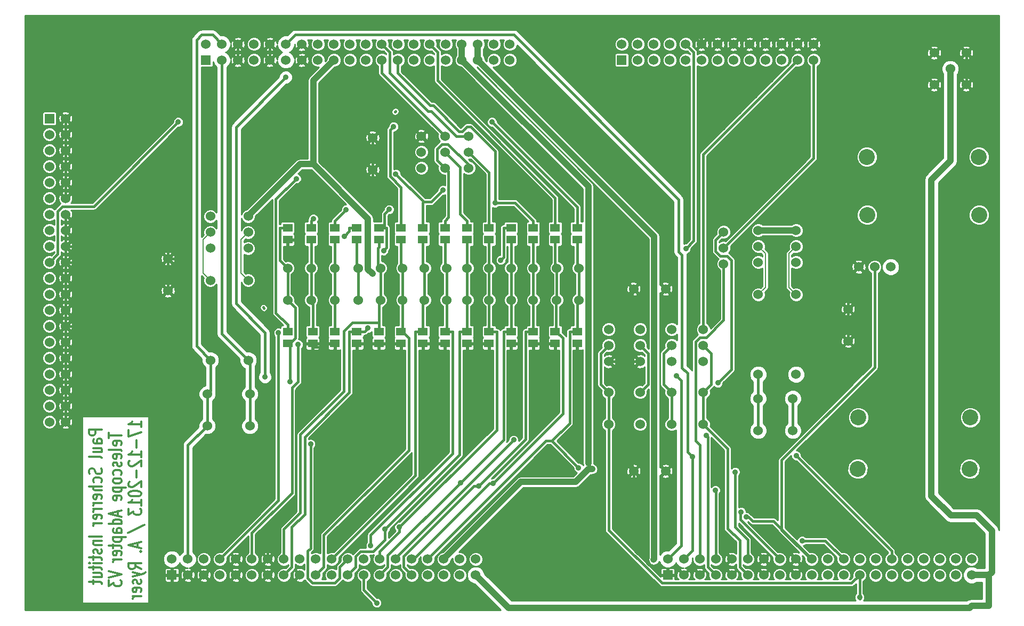
<source format=gbl>
G04 (created by PCBNEW (2013-03-19 BZR 4004)-stable) date 17.12.2013 14:30:56*
%MOIN*%
G04 Gerber Fmt 3.4, Leading zero omitted, Abs format*
%FSLAX34Y34*%
G01*
G70*
G90*
G04 APERTURE LIST*
%ADD10C,2.3622e-006*%
%ADD11C,0.012*%
%ADD12R,0.059X0.0512*%
%ADD13C,0.06*%
%ADD14R,0.06X0.06*%
%ADD15C,0.1*%
%ADD16C,0.035*%
%ADD17C,0.016*%
%ADD18C,0.04*%
%ADD19C,0.008*%
%ADD20C,0.01*%
G04 APERTURE END LIST*
G54D10*
G54D11*
X34536Y-36481D02*
X33736Y-36481D01*
X33736Y-36710D01*
X33774Y-36767D01*
X33812Y-36796D01*
X33888Y-36824D01*
X34003Y-36824D01*
X34079Y-36796D01*
X34117Y-36767D01*
X34155Y-36710D01*
X34155Y-36481D01*
X34536Y-37338D02*
X34117Y-37338D01*
X34041Y-37310D01*
X34003Y-37253D01*
X34003Y-37138D01*
X34041Y-37081D01*
X34498Y-37338D02*
X34536Y-37281D01*
X34536Y-37138D01*
X34498Y-37081D01*
X34422Y-37053D01*
X34345Y-37053D01*
X34269Y-37081D01*
X34231Y-37138D01*
X34231Y-37281D01*
X34193Y-37338D01*
X34003Y-37881D02*
X34536Y-37881D01*
X34003Y-37624D02*
X34422Y-37624D01*
X34498Y-37653D01*
X34536Y-37710D01*
X34536Y-37796D01*
X34498Y-37853D01*
X34460Y-37881D01*
X34536Y-38253D02*
X34498Y-38196D01*
X34422Y-38167D01*
X33736Y-38167D01*
X34498Y-38910D02*
X34536Y-38996D01*
X34536Y-39138D01*
X34498Y-39196D01*
X34460Y-39224D01*
X34384Y-39253D01*
X34307Y-39253D01*
X34231Y-39224D01*
X34193Y-39196D01*
X34155Y-39138D01*
X34117Y-39024D01*
X34079Y-38967D01*
X34041Y-38938D01*
X33964Y-38910D01*
X33888Y-38910D01*
X33812Y-38938D01*
X33774Y-38967D01*
X33736Y-39024D01*
X33736Y-39167D01*
X33774Y-39253D01*
X34498Y-39767D02*
X34536Y-39710D01*
X34536Y-39596D01*
X34498Y-39538D01*
X34460Y-39510D01*
X34384Y-39481D01*
X34155Y-39481D01*
X34079Y-39510D01*
X34041Y-39538D01*
X34003Y-39596D01*
X34003Y-39710D01*
X34041Y-39767D01*
X34536Y-40024D02*
X33736Y-40024D01*
X34536Y-40281D02*
X34117Y-40281D01*
X34041Y-40253D01*
X34003Y-40196D01*
X34003Y-40110D01*
X34041Y-40053D01*
X34079Y-40024D01*
X34498Y-40796D02*
X34536Y-40738D01*
X34536Y-40624D01*
X34498Y-40567D01*
X34422Y-40538D01*
X34117Y-40538D01*
X34041Y-40567D01*
X34003Y-40624D01*
X34003Y-40738D01*
X34041Y-40796D01*
X34117Y-40824D01*
X34193Y-40824D01*
X34269Y-40538D01*
X34536Y-41081D02*
X34003Y-41081D01*
X34155Y-41081D02*
X34079Y-41110D01*
X34041Y-41138D01*
X34003Y-41196D01*
X34003Y-41253D01*
X34536Y-41453D02*
X34003Y-41453D01*
X34155Y-41453D02*
X34079Y-41481D01*
X34041Y-41510D01*
X34003Y-41567D01*
X34003Y-41624D01*
X34498Y-42053D02*
X34536Y-41996D01*
X34536Y-41881D01*
X34498Y-41824D01*
X34422Y-41796D01*
X34117Y-41796D01*
X34041Y-41824D01*
X34003Y-41881D01*
X34003Y-41996D01*
X34041Y-42053D01*
X34117Y-42081D01*
X34193Y-42081D01*
X34269Y-41796D01*
X34536Y-42338D02*
X34003Y-42338D01*
X34155Y-42338D02*
X34079Y-42367D01*
X34041Y-42396D01*
X34003Y-42453D01*
X34003Y-42510D01*
X34536Y-43167D02*
X33736Y-43167D01*
X34003Y-43453D02*
X34536Y-43453D01*
X34079Y-43453D02*
X34041Y-43481D01*
X34003Y-43538D01*
X34003Y-43624D01*
X34041Y-43681D01*
X34117Y-43710D01*
X34536Y-43710D01*
X34498Y-43967D02*
X34536Y-44024D01*
X34536Y-44138D01*
X34498Y-44196D01*
X34422Y-44224D01*
X34384Y-44224D01*
X34307Y-44196D01*
X34269Y-44138D01*
X34269Y-44053D01*
X34231Y-43996D01*
X34155Y-43967D01*
X34117Y-43967D01*
X34041Y-43996D01*
X34003Y-44053D01*
X34003Y-44138D01*
X34041Y-44196D01*
X34003Y-44396D02*
X34003Y-44624D01*
X33736Y-44481D02*
X34422Y-44481D01*
X34498Y-44510D01*
X34536Y-44567D01*
X34536Y-44624D01*
X34536Y-44824D02*
X34003Y-44824D01*
X33736Y-44824D02*
X33774Y-44796D01*
X33812Y-44824D01*
X33774Y-44853D01*
X33736Y-44824D01*
X33812Y-44824D01*
X34003Y-45024D02*
X34003Y-45253D01*
X33736Y-45110D02*
X34422Y-45110D01*
X34498Y-45138D01*
X34536Y-45196D01*
X34536Y-45253D01*
X34003Y-45710D02*
X34536Y-45710D01*
X34003Y-45453D02*
X34422Y-45453D01*
X34498Y-45481D01*
X34536Y-45538D01*
X34536Y-45624D01*
X34498Y-45681D01*
X34460Y-45710D01*
X34003Y-45910D02*
X34003Y-46138D01*
X33736Y-45996D02*
X34422Y-45996D01*
X34498Y-46024D01*
X34536Y-46081D01*
X34536Y-46138D01*
X34976Y-36667D02*
X34976Y-37010D01*
X35776Y-36838D02*
X34976Y-36838D01*
X35738Y-37438D02*
X35776Y-37381D01*
X35776Y-37267D01*
X35738Y-37210D01*
X35662Y-37181D01*
X35357Y-37181D01*
X35281Y-37210D01*
X35243Y-37267D01*
X35243Y-37381D01*
X35281Y-37438D01*
X35357Y-37467D01*
X35433Y-37467D01*
X35509Y-37181D01*
X35776Y-37810D02*
X35738Y-37753D01*
X35662Y-37724D01*
X34976Y-37724D01*
X35738Y-38267D02*
X35776Y-38210D01*
X35776Y-38096D01*
X35738Y-38038D01*
X35662Y-38010D01*
X35357Y-38010D01*
X35281Y-38038D01*
X35243Y-38096D01*
X35243Y-38210D01*
X35281Y-38267D01*
X35357Y-38296D01*
X35433Y-38296D01*
X35509Y-38010D01*
X35738Y-38524D02*
X35776Y-38581D01*
X35776Y-38696D01*
X35738Y-38753D01*
X35662Y-38781D01*
X35624Y-38781D01*
X35547Y-38753D01*
X35509Y-38696D01*
X35509Y-38610D01*
X35471Y-38553D01*
X35395Y-38524D01*
X35357Y-38524D01*
X35281Y-38553D01*
X35243Y-38610D01*
X35243Y-38696D01*
X35281Y-38753D01*
X35738Y-39296D02*
X35776Y-39238D01*
X35776Y-39124D01*
X35738Y-39067D01*
X35700Y-39038D01*
X35624Y-39010D01*
X35395Y-39010D01*
X35319Y-39038D01*
X35281Y-39067D01*
X35243Y-39124D01*
X35243Y-39238D01*
X35281Y-39296D01*
X35776Y-39638D02*
X35738Y-39581D01*
X35700Y-39553D01*
X35624Y-39524D01*
X35395Y-39524D01*
X35319Y-39553D01*
X35281Y-39581D01*
X35243Y-39638D01*
X35243Y-39724D01*
X35281Y-39781D01*
X35319Y-39810D01*
X35395Y-39838D01*
X35624Y-39838D01*
X35700Y-39810D01*
X35738Y-39781D01*
X35776Y-39724D01*
X35776Y-39638D01*
X35243Y-40096D02*
X36043Y-40096D01*
X35281Y-40096D02*
X35243Y-40153D01*
X35243Y-40267D01*
X35281Y-40324D01*
X35319Y-40353D01*
X35395Y-40381D01*
X35624Y-40381D01*
X35700Y-40353D01*
X35738Y-40324D01*
X35776Y-40267D01*
X35776Y-40153D01*
X35738Y-40096D01*
X35738Y-40867D02*
X35776Y-40810D01*
X35776Y-40696D01*
X35738Y-40638D01*
X35662Y-40610D01*
X35357Y-40610D01*
X35281Y-40638D01*
X35243Y-40696D01*
X35243Y-40810D01*
X35281Y-40867D01*
X35357Y-40896D01*
X35433Y-40896D01*
X35509Y-40610D01*
X35547Y-41581D02*
X35547Y-41867D01*
X35776Y-41524D02*
X34976Y-41724D01*
X35776Y-41924D01*
X35776Y-42381D02*
X34976Y-42381D01*
X35738Y-42381D02*
X35776Y-42324D01*
X35776Y-42210D01*
X35738Y-42153D01*
X35700Y-42124D01*
X35624Y-42096D01*
X35395Y-42096D01*
X35319Y-42124D01*
X35281Y-42153D01*
X35243Y-42210D01*
X35243Y-42324D01*
X35281Y-42381D01*
X35776Y-42924D02*
X35357Y-42924D01*
X35281Y-42896D01*
X35243Y-42838D01*
X35243Y-42724D01*
X35281Y-42667D01*
X35738Y-42924D02*
X35776Y-42867D01*
X35776Y-42724D01*
X35738Y-42667D01*
X35662Y-42638D01*
X35585Y-42638D01*
X35509Y-42667D01*
X35471Y-42724D01*
X35471Y-42867D01*
X35433Y-42924D01*
X35243Y-43210D02*
X36043Y-43210D01*
X35281Y-43210D02*
X35243Y-43267D01*
X35243Y-43381D01*
X35281Y-43438D01*
X35319Y-43467D01*
X35395Y-43496D01*
X35624Y-43496D01*
X35700Y-43467D01*
X35738Y-43438D01*
X35776Y-43381D01*
X35776Y-43267D01*
X35738Y-43210D01*
X35243Y-43667D02*
X35243Y-43896D01*
X34976Y-43753D02*
X35662Y-43753D01*
X35738Y-43781D01*
X35776Y-43838D01*
X35776Y-43896D01*
X35738Y-44324D02*
X35776Y-44267D01*
X35776Y-44153D01*
X35738Y-44096D01*
X35662Y-44067D01*
X35357Y-44067D01*
X35281Y-44096D01*
X35243Y-44153D01*
X35243Y-44267D01*
X35281Y-44324D01*
X35357Y-44353D01*
X35433Y-44353D01*
X35509Y-44067D01*
X35776Y-44610D02*
X35243Y-44610D01*
X35395Y-44610D02*
X35319Y-44638D01*
X35281Y-44667D01*
X35243Y-44724D01*
X35243Y-44781D01*
X34976Y-45353D02*
X35776Y-45553D01*
X34976Y-45753D01*
X34976Y-45896D02*
X34976Y-46267D01*
X35281Y-46067D01*
X35281Y-46153D01*
X35319Y-46210D01*
X35357Y-46238D01*
X35433Y-46267D01*
X35624Y-46267D01*
X35700Y-46238D01*
X35738Y-46210D01*
X35776Y-46153D01*
X35776Y-45981D01*
X35738Y-45924D01*
X35700Y-45896D01*
X37016Y-36310D02*
X37016Y-35967D01*
X37016Y-36138D02*
X36216Y-36138D01*
X36330Y-36081D01*
X36406Y-36024D01*
X36444Y-35967D01*
X36216Y-36510D02*
X36216Y-36910D01*
X37016Y-36653D01*
X36711Y-37138D02*
X36711Y-37596D01*
X37016Y-38196D02*
X37016Y-37853D01*
X37016Y-38024D02*
X36216Y-38024D01*
X36330Y-37967D01*
X36406Y-37910D01*
X36444Y-37853D01*
X36292Y-38424D02*
X36254Y-38453D01*
X36216Y-38510D01*
X36216Y-38653D01*
X36254Y-38710D01*
X36292Y-38738D01*
X36368Y-38767D01*
X36444Y-38767D01*
X36559Y-38738D01*
X37016Y-38396D01*
X37016Y-38767D01*
X36711Y-39024D02*
X36711Y-39481D01*
X36292Y-39738D02*
X36254Y-39767D01*
X36216Y-39824D01*
X36216Y-39967D01*
X36254Y-40024D01*
X36292Y-40053D01*
X36368Y-40081D01*
X36444Y-40081D01*
X36559Y-40053D01*
X37016Y-39710D01*
X37016Y-40081D01*
X36216Y-40453D02*
X36216Y-40510D01*
X36254Y-40567D01*
X36292Y-40596D01*
X36368Y-40624D01*
X36521Y-40653D01*
X36711Y-40653D01*
X36864Y-40624D01*
X36940Y-40596D01*
X36978Y-40567D01*
X37016Y-40510D01*
X37016Y-40453D01*
X36978Y-40396D01*
X36940Y-40367D01*
X36864Y-40338D01*
X36711Y-40310D01*
X36521Y-40310D01*
X36368Y-40338D01*
X36292Y-40367D01*
X36254Y-40396D01*
X36216Y-40453D01*
X37016Y-41224D02*
X37016Y-40881D01*
X37016Y-41053D02*
X36216Y-41053D01*
X36330Y-40996D01*
X36406Y-40938D01*
X36444Y-40881D01*
X36216Y-41424D02*
X36216Y-41796D01*
X36521Y-41596D01*
X36521Y-41681D01*
X36559Y-41738D01*
X36597Y-41767D01*
X36673Y-41796D01*
X36864Y-41796D01*
X36940Y-41767D01*
X36978Y-41738D01*
X37016Y-41681D01*
X37016Y-41510D01*
X36978Y-41453D01*
X36940Y-41424D01*
X36178Y-42938D02*
X37206Y-42424D01*
X36787Y-43567D02*
X36787Y-43853D01*
X37016Y-43510D02*
X36216Y-43710D01*
X37016Y-43910D01*
X36940Y-44110D02*
X36978Y-44138D01*
X37016Y-44110D01*
X36978Y-44081D01*
X36940Y-44110D01*
X37016Y-44110D01*
X37016Y-45196D02*
X36635Y-44996D01*
X37016Y-44853D02*
X36216Y-44853D01*
X36216Y-45081D01*
X36254Y-45138D01*
X36292Y-45167D01*
X36368Y-45196D01*
X36483Y-45196D01*
X36559Y-45167D01*
X36597Y-45138D01*
X36635Y-45081D01*
X36635Y-44853D01*
X36483Y-45396D02*
X37016Y-45538D01*
X36483Y-45681D02*
X37016Y-45538D01*
X37206Y-45481D01*
X37244Y-45453D01*
X37283Y-45396D01*
X36978Y-45881D02*
X37016Y-45938D01*
X37016Y-46053D01*
X36978Y-46110D01*
X36902Y-46138D01*
X36864Y-46138D01*
X36787Y-46110D01*
X36749Y-46053D01*
X36749Y-45967D01*
X36711Y-45910D01*
X36635Y-45881D01*
X36597Y-45881D01*
X36521Y-45910D01*
X36483Y-45967D01*
X36483Y-46053D01*
X36521Y-46110D01*
X36978Y-46624D02*
X37016Y-46567D01*
X37016Y-46453D01*
X36978Y-46396D01*
X36902Y-46367D01*
X36597Y-46367D01*
X36521Y-46396D01*
X36483Y-46453D01*
X36483Y-46567D01*
X36521Y-46624D01*
X36597Y-46653D01*
X36673Y-46653D01*
X36749Y-46367D01*
X37016Y-46910D02*
X36483Y-46910D01*
X36635Y-46910D02*
X36559Y-46938D01*
X36521Y-46967D01*
X36483Y-47024D01*
X36483Y-47081D01*
G54D12*
X61515Y-23837D03*
X61515Y-24587D03*
G54D13*
X83874Y-26279D03*
X81874Y-26279D03*
X82874Y-26279D03*
X54527Y-20094D03*
X54527Y-19094D03*
X54527Y-18094D03*
X73425Y-26098D03*
X73425Y-25098D03*
X73425Y-24098D03*
G54D14*
X41051Y-13334D03*
G54D13*
X41051Y-12334D03*
X46051Y-13334D03*
X42051Y-12334D03*
X47051Y-13334D03*
X43051Y-12334D03*
X48051Y-13334D03*
X44051Y-12334D03*
X49051Y-13334D03*
X45051Y-12334D03*
X50051Y-13334D03*
X46051Y-12334D03*
X51051Y-13334D03*
X47051Y-12334D03*
X52051Y-13334D03*
X48051Y-12334D03*
X53051Y-13334D03*
X49051Y-12334D03*
X54051Y-13334D03*
X50051Y-12334D03*
X55051Y-13334D03*
X51051Y-12334D03*
X56051Y-13334D03*
X52051Y-12334D03*
X53051Y-12334D03*
X57051Y-13334D03*
X54051Y-12334D03*
X56051Y-12334D03*
X57051Y-12334D03*
X58051Y-12334D03*
X59051Y-12334D03*
X58051Y-13334D03*
X59051Y-13334D03*
X42051Y-13334D03*
X43051Y-13334D03*
X44051Y-13334D03*
X45051Y-13334D03*
X60051Y-13334D03*
X60051Y-12334D03*
X55051Y-12334D03*
G54D14*
X67051Y-13334D03*
G54D13*
X67051Y-12334D03*
X68051Y-13334D03*
X68051Y-12334D03*
X69051Y-13334D03*
X69051Y-12334D03*
X70051Y-13334D03*
X70051Y-12334D03*
X71051Y-13334D03*
X71051Y-12334D03*
X72051Y-13334D03*
X72051Y-12334D03*
X73051Y-13334D03*
X73051Y-12334D03*
X74051Y-13334D03*
X74051Y-12334D03*
X75051Y-13334D03*
X75051Y-12334D03*
X76051Y-13334D03*
X76051Y-12334D03*
X77051Y-13334D03*
X77051Y-12334D03*
X78051Y-13334D03*
X78051Y-12334D03*
X79051Y-13334D03*
X79051Y-12334D03*
X87598Y-13877D03*
X88598Y-12877D03*
X86598Y-12877D03*
X86598Y-14877D03*
X88598Y-14877D03*
G54D12*
X51870Y-30333D03*
X51870Y-31083D03*
X57381Y-30333D03*
X57381Y-31083D03*
X56003Y-23837D03*
X56003Y-24587D03*
X56003Y-30333D03*
X56003Y-31083D03*
X54625Y-23837D03*
X54625Y-24587D03*
X54625Y-30333D03*
X54625Y-31083D03*
X53248Y-23837D03*
X53248Y-24587D03*
X53248Y-30333D03*
X53248Y-31083D03*
X50492Y-23837D03*
X50492Y-24587D03*
X50492Y-30333D03*
X50492Y-31083D03*
X51870Y-23837D03*
X51870Y-24587D03*
X60137Y-30333D03*
X60137Y-31083D03*
X49114Y-23837D03*
X49114Y-24587D03*
X49114Y-30333D03*
X49114Y-31083D03*
X47637Y-23837D03*
X47637Y-24587D03*
X57381Y-23837D03*
X57381Y-24587D03*
X58759Y-30333D03*
X58759Y-31083D03*
X58759Y-23837D03*
X58759Y-24587D03*
X60137Y-23837D03*
X60137Y-24587D03*
X62893Y-30333D03*
X62893Y-31083D03*
X62893Y-23837D03*
X62893Y-24587D03*
X64271Y-30333D03*
X64271Y-31083D03*
X64271Y-23837D03*
X64271Y-24587D03*
X61515Y-30333D03*
X61515Y-31083D03*
X47736Y-30333D03*
X47736Y-31083D03*
G54D13*
X68208Y-30200D03*
X68208Y-31200D03*
X68208Y-32200D03*
X66240Y-30200D03*
X66240Y-31200D03*
X66240Y-32200D03*
X70177Y-30200D03*
X70177Y-31200D03*
X70177Y-32200D03*
X72145Y-30200D03*
X72145Y-31200D03*
X72145Y-32200D03*
X70177Y-36137D03*
X70177Y-34137D03*
X81200Y-28921D03*
X81200Y-30921D03*
X72145Y-36137D03*
X72145Y-34137D03*
X66240Y-36137D03*
X66240Y-34137D03*
X68208Y-36137D03*
X68208Y-34137D03*
X75590Y-24000D03*
X75590Y-25000D03*
X75590Y-26000D03*
X56003Y-20094D03*
X56003Y-19094D03*
X56003Y-18094D03*
X77952Y-24000D03*
X77952Y-25000D03*
X77952Y-26000D03*
X41338Y-23114D03*
X41338Y-24114D03*
X41338Y-25114D03*
X43700Y-23114D03*
X43700Y-24114D03*
X43700Y-25114D03*
X57480Y-20094D03*
X57480Y-19094D03*
X57480Y-18094D03*
X75590Y-28011D03*
X75590Y-33011D03*
X77952Y-28011D03*
X77952Y-33011D03*
X41338Y-27125D03*
X41338Y-32125D03*
X43700Y-27125D03*
X43700Y-32125D03*
G54D14*
X69929Y-45578D03*
G54D13*
X69929Y-44578D03*
X74929Y-45578D03*
X70929Y-44578D03*
X75929Y-45578D03*
X71929Y-44578D03*
X76929Y-45578D03*
X72929Y-44578D03*
X77929Y-45578D03*
X73929Y-44578D03*
X78929Y-45578D03*
X74929Y-44578D03*
X79929Y-45578D03*
X75929Y-44578D03*
X80929Y-45578D03*
X76929Y-44578D03*
X81929Y-45578D03*
X77929Y-44578D03*
X82929Y-45578D03*
X78929Y-44578D03*
X83929Y-45578D03*
X79929Y-44578D03*
X84929Y-45578D03*
X80929Y-44578D03*
X81929Y-44578D03*
X85929Y-45578D03*
X82929Y-44578D03*
X84929Y-44578D03*
X85929Y-44578D03*
X86929Y-44578D03*
X87929Y-44578D03*
X86929Y-45578D03*
X87929Y-45578D03*
X70929Y-45578D03*
X71929Y-45578D03*
X72929Y-45578D03*
X73929Y-45578D03*
X88929Y-45578D03*
X88929Y-44578D03*
X83929Y-44578D03*
G54D14*
X31271Y-16996D03*
G54D13*
X32271Y-16996D03*
X31271Y-21996D03*
X32271Y-17996D03*
X31271Y-22996D03*
X32271Y-18996D03*
X31271Y-23996D03*
X32271Y-19996D03*
X31271Y-24996D03*
X32271Y-20996D03*
X31271Y-25996D03*
X32271Y-21996D03*
X31271Y-26996D03*
X32271Y-22996D03*
X31271Y-27996D03*
X32271Y-23996D03*
X31271Y-28996D03*
X32271Y-24996D03*
X31271Y-29996D03*
X32271Y-25996D03*
X31271Y-30996D03*
X32271Y-26996D03*
X31271Y-31996D03*
X32271Y-27996D03*
X32271Y-28996D03*
X31271Y-32996D03*
X32271Y-29996D03*
X32271Y-31996D03*
X32271Y-32996D03*
X32271Y-33996D03*
X32271Y-34996D03*
X31271Y-33996D03*
X31271Y-34996D03*
X31271Y-17996D03*
X31271Y-18996D03*
X31271Y-19996D03*
X31271Y-20996D03*
X31271Y-35996D03*
X32271Y-35996D03*
X32271Y-30996D03*
G54D14*
X38925Y-45578D03*
G54D13*
X38925Y-44578D03*
X43925Y-45578D03*
X39925Y-44578D03*
X44925Y-45578D03*
X40925Y-44578D03*
X45925Y-45578D03*
X41925Y-44578D03*
X46925Y-45578D03*
X42925Y-44578D03*
X47925Y-45578D03*
X43925Y-44578D03*
X48925Y-45578D03*
X44925Y-44578D03*
X49925Y-45578D03*
X45925Y-44578D03*
X50925Y-45578D03*
X46925Y-44578D03*
X51925Y-45578D03*
X47925Y-44578D03*
X52925Y-45578D03*
X48925Y-44578D03*
X53925Y-45578D03*
X49925Y-44578D03*
X50925Y-44578D03*
X54925Y-45578D03*
X51925Y-44578D03*
X53925Y-44578D03*
X54925Y-44578D03*
X55925Y-44578D03*
X56925Y-44578D03*
X55925Y-45578D03*
X56925Y-45578D03*
X39925Y-45578D03*
X40925Y-45578D03*
X41925Y-45578D03*
X42925Y-45578D03*
X57925Y-45578D03*
X57925Y-44578D03*
X52925Y-44578D03*
G54D12*
X46161Y-30333D03*
X46161Y-31083D03*
X46161Y-23837D03*
X46161Y-24587D03*
G54D15*
X82381Y-19389D03*
X89381Y-19389D03*
G54D13*
X50590Y-28362D03*
X50590Y-26362D03*
X47637Y-26362D03*
X47637Y-28362D03*
X53346Y-26362D03*
X53346Y-28362D03*
X58759Y-26362D03*
X58759Y-28362D03*
X57381Y-28362D03*
X57381Y-26362D03*
X56102Y-26362D03*
X56102Y-28362D03*
X54724Y-28362D03*
X54724Y-26362D03*
X46161Y-26362D03*
X46161Y-28362D03*
X61515Y-26362D03*
X61515Y-28362D03*
X64370Y-28362D03*
X64370Y-26362D03*
X62992Y-28362D03*
X62992Y-26362D03*
X60137Y-26362D03*
X60137Y-28362D03*
X51968Y-28362D03*
X51968Y-26362D03*
X49114Y-28362D03*
X49114Y-26362D03*
X69799Y-27657D03*
X67799Y-27657D03*
X38681Y-27771D03*
X38681Y-25771D03*
X51476Y-20192D03*
X51476Y-18192D03*
X67799Y-39074D03*
X69799Y-39074D03*
X75590Y-36531D03*
X75590Y-34531D03*
X77755Y-36531D03*
X77755Y-34531D03*
X41141Y-36236D03*
X41141Y-34236D03*
X43799Y-36236D03*
X43799Y-34236D03*
G54D15*
X81850Y-35708D03*
X88850Y-35708D03*
X81811Y-38937D03*
X88811Y-38937D03*
X82401Y-23031D03*
X89401Y-23031D03*
G54D16*
X51464Y-26708D03*
X71472Y-38183D03*
X70472Y-33092D03*
X44745Y-33177D03*
X46051Y-14404D03*
X72342Y-36843D03*
X59486Y-25861D03*
X71062Y-25140D03*
X56977Y-39795D03*
X75472Y-38818D03*
X75551Y-41771D03*
X78503Y-41889D03*
X77952Y-38740D03*
X67125Y-45551D03*
X65708Y-45472D03*
X56535Y-14803D03*
X58070Y-20590D03*
X47401Y-20433D03*
X38858Y-24055D03*
X39842Y-23543D03*
X64251Y-34409D03*
X65748Y-34606D03*
X64881Y-39921D03*
X50433Y-40354D03*
X49527Y-40314D03*
X53149Y-39015D03*
X53740Y-38897D03*
X61338Y-38937D03*
X62874Y-38897D03*
X51732Y-39015D03*
X64330Y-35472D03*
X62755Y-35354D03*
X62283Y-35433D03*
X60354Y-35748D03*
X60354Y-34448D03*
X58188Y-34566D03*
X48267Y-28188D03*
X48346Y-27165D03*
X52637Y-27480D03*
X44251Y-23582D03*
X44881Y-24173D03*
X46259Y-23070D03*
X57559Y-35472D03*
X58622Y-35472D03*
X55826Y-35787D03*
X54763Y-35748D03*
X63425Y-16732D03*
X61811Y-15354D03*
X63976Y-14094D03*
X77480Y-21614D03*
X76417Y-20748D03*
X77677Y-19566D03*
X78700Y-20551D03*
X65826Y-44330D03*
X61456Y-44173D03*
X59960Y-44645D03*
X68228Y-44133D03*
X52598Y-16141D03*
X51220Y-16496D03*
X53543Y-14133D03*
X54921Y-14212D03*
X62519Y-19685D03*
X60078Y-20551D03*
X61653Y-19015D03*
X59645Y-19645D03*
X68385Y-15787D03*
X67047Y-17125D03*
X35236Y-29881D03*
X34212Y-25984D03*
X34370Y-25039D03*
X49330Y-35629D03*
X48070Y-34409D03*
X41145Y-15240D03*
X58809Y-31703D03*
X54616Y-31615D03*
X64276Y-31703D03*
X62895Y-31703D03*
X53272Y-31615D03*
X60351Y-31703D03*
X51355Y-43743D03*
X46704Y-20758D03*
X78341Y-43431D03*
X46305Y-33456D03*
X47595Y-37370D03*
X52785Y-17496D03*
X74829Y-41952D03*
X53147Y-42579D03*
X59014Y-39837D03*
X73066Y-33547D03*
X55871Y-21476D03*
X52919Y-20460D03*
X51732Y-47322D03*
X81929Y-46968D03*
X59134Y-22264D03*
X58121Y-39993D03*
X58944Y-17211D03*
X39319Y-17211D03*
X64357Y-38866D03*
X49825Y-22690D03*
X46818Y-31140D03*
X74150Y-39121D03*
X47774Y-23264D03*
X45590Y-30409D03*
X72910Y-40267D03*
X49698Y-24368D03*
X51181Y-30119D03*
X52166Y-25264D03*
X52517Y-22681D03*
X74517Y-41628D03*
X52243Y-42696D03*
X69058Y-44607D03*
X65039Y-38897D03*
X77968Y-38101D03*
X60295Y-37120D03*
G54D17*
X44685Y-28858D02*
X44645Y-28818D01*
X52874Y-16574D02*
X52913Y-16535D01*
G54D18*
X77952Y-24000D02*
X75590Y-24000D01*
X43700Y-23075D02*
X43700Y-23114D01*
X46932Y-19844D02*
X43700Y-23075D01*
X49051Y-13334D02*
X47775Y-14610D01*
X51190Y-26434D02*
X51464Y-26708D01*
X51190Y-23259D02*
X51190Y-26434D01*
X47775Y-19844D02*
X51190Y-23259D01*
X47775Y-19844D02*
X46932Y-19844D01*
X47775Y-14610D02*
X47775Y-19844D01*
G54D17*
X75590Y-33011D02*
X75590Y-34531D01*
X75590Y-34531D02*
X75590Y-36531D01*
X71472Y-44035D02*
X70929Y-44578D01*
X71472Y-38183D02*
X71472Y-44035D01*
X71162Y-37872D02*
X71472Y-38183D01*
X71162Y-32936D02*
X71162Y-37872D01*
X70826Y-32600D02*
X71162Y-32936D01*
X70826Y-25548D02*
X70826Y-32600D01*
X70607Y-25328D02*
X70826Y-25548D01*
X70607Y-22057D02*
X70607Y-25328D01*
X60302Y-11753D02*
X70607Y-22057D01*
X46632Y-11753D02*
X60302Y-11753D01*
X46051Y-12334D02*
X46632Y-11753D01*
X40462Y-31249D02*
X41338Y-32125D01*
X40462Y-12077D02*
X40462Y-31249D01*
X40789Y-11750D02*
X40462Y-12077D01*
X41466Y-11750D02*
X40789Y-11750D01*
X42051Y-12334D02*
X41466Y-11750D01*
X41338Y-34039D02*
X41338Y-32125D01*
X41141Y-34236D02*
X41338Y-34039D01*
X41141Y-34236D02*
X41141Y-36236D01*
X39925Y-37452D02*
X39925Y-44578D01*
X41141Y-36236D02*
X39925Y-37452D01*
X77755Y-34531D02*
X77755Y-36531D01*
X70774Y-43733D02*
X69929Y-44578D01*
X70774Y-33394D02*
X70774Y-43733D01*
X70472Y-33092D02*
X70774Y-33394D01*
X44745Y-30390D02*
X44745Y-33177D01*
X42933Y-28578D02*
X44745Y-30390D01*
X42933Y-17522D02*
X42933Y-28578D01*
X46051Y-14404D02*
X42933Y-17522D01*
X43799Y-32224D02*
X43799Y-34236D01*
X43700Y-32125D02*
X43799Y-32224D01*
X43799Y-34236D02*
X43799Y-36236D01*
X42051Y-30476D02*
X43700Y-32125D01*
X42051Y-13334D02*
X42051Y-30476D01*
X69689Y-31688D02*
X70177Y-31200D01*
X69689Y-33650D02*
X69689Y-31688D01*
X70177Y-34137D02*
X69689Y-33650D01*
X70177Y-34137D02*
X70177Y-36137D01*
X72429Y-36930D02*
X72342Y-36843D01*
X72429Y-45078D02*
X72429Y-36930D01*
X72929Y-45578D02*
X72429Y-45078D01*
X72145Y-19240D02*
X78051Y-13334D01*
X72145Y-30200D02*
X72145Y-19240D01*
X72633Y-31688D02*
X72145Y-31200D01*
X72633Y-33650D02*
X72633Y-31688D01*
X72145Y-34137D02*
X72633Y-33650D01*
X72145Y-34137D02*
X72145Y-36137D01*
X74429Y-45078D02*
X74929Y-45578D01*
X74429Y-43418D02*
X74429Y-45078D01*
X73671Y-42660D02*
X74429Y-43418D01*
X73671Y-37663D02*
X73671Y-42660D01*
X72145Y-36137D02*
X73671Y-37663D01*
X60137Y-23837D02*
X59662Y-23837D01*
X59662Y-25684D02*
X59486Y-25861D01*
X59662Y-23837D02*
X59662Y-25684D01*
X71551Y-12834D02*
X71051Y-12334D01*
X71551Y-24651D02*
X71551Y-12834D01*
X71062Y-25140D02*
X71551Y-24651D01*
X60137Y-24587D02*
X60137Y-26362D01*
X60137Y-26362D02*
X60137Y-28362D01*
X60137Y-30333D02*
X60137Y-28362D01*
X60137Y-30333D02*
X59662Y-30333D01*
X52425Y-44347D02*
X56977Y-39795D01*
X52425Y-45078D02*
X52425Y-44347D01*
X51925Y-45578D02*
X52425Y-45078D01*
X59662Y-37110D02*
X56977Y-39795D01*
X59662Y-30333D02*
X59662Y-37110D01*
X75472Y-38818D02*
X75551Y-38897D01*
X75551Y-38897D02*
X75551Y-41771D01*
X78503Y-41889D02*
X77952Y-41338D01*
X77952Y-41338D02*
X77952Y-38740D01*
X65708Y-45354D02*
X65708Y-45472D01*
X67165Y-45511D02*
X67165Y-45433D01*
X67125Y-45551D02*
X67165Y-45511D01*
X81614Y-25039D02*
X81614Y-24724D01*
X84212Y-17263D02*
X86598Y-14877D01*
X84212Y-23346D02*
X84212Y-17263D01*
X83661Y-23897D02*
X84212Y-23346D01*
X82440Y-23897D02*
X83661Y-23897D01*
X81614Y-24724D02*
X82440Y-23897D01*
X56496Y-14842D02*
X56614Y-14842D01*
X61653Y-18937D02*
X61653Y-19015D01*
X59251Y-16535D02*
X61653Y-18937D01*
X58307Y-16535D02*
X59251Y-16535D01*
X56614Y-14842D02*
X58307Y-16535D01*
X56535Y-14803D02*
X56496Y-14842D01*
X57381Y-31083D02*
X57973Y-31083D01*
X58070Y-30986D02*
X58070Y-20590D01*
X57973Y-31083D02*
X58070Y-30986D01*
X46161Y-24587D02*
X46989Y-24587D01*
X47401Y-20826D02*
X47401Y-20433D01*
X46929Y-21299D02*
X47401Y-20826D01*
X46929Y-24527D02*
X46929Y-21299D01*
X46989Y-24587D02*
X46929Y-24527D01*
X38681Y-25771D02*
X39700Y-25771D01*
X38681Y-24232D02*
X38681Y-25771D01*
X38858Y-24055D02*
X38681Y-24232D01*
X39842Y-25629D02*
X39842Y-23543D01*
X39700Y-25771D02*
X39842Y-25629D01*
X64271Y-34389D02*
X64271Y-31083D01*
X64251Y-34409D02*
X64271Y-34389D01*
X65748Y-39055D02*
X65748Y-34606D01*
X64881Y-39921D02*
X65748Y-39055D01*
X50078Y-39015D02*
X50078Y-39763D01*
X51732Y-39055D02*
X51732Y-39015D01*
X50433Y-40354D02*
X51732Y-39055D01*
X50078Y-39763D02*
X49527Y-40314D01*
X53149Y-39015D02*
X53267Y-38897D01*
X53267Y-38897D02*
X53740Y-38897D01*
X61338Y-38937D02*
X61377Y-38897D01*
X61377Y-38897D02*
X62874Y-38897D01*
X51771Y-36062D02*
X51771Y-37165D01*
X53149Y-37598D02*
X53149Y-36102D01*
X53149Y-36102D02*
X53248Y-36003D01*
X53248Y-36003D02*
X53248Y-31083D01*
X51732Y-39015D02*
X53149Y-37598D01*
X50078Y-38858D02*
X50078Y-39015D01*
X51771Y-37165D02*
X50078Y-38858D01*
X64271Y-31083D02*
X64271Y-35413D01*
X64271Y-35413D02*
X64330Y-35472D01*
X62755Y-35354D02*
X62893Y-35216D01*
X62893Y-35216D02*
X62893Y-31083D01*
X62893Y-31083D02*
X62893Y-34822D01*
X62893Y-34822D02*
X62283Y-35433D01*
X60354Y-35748D02*
X60354Y-34448D01*
X58188Y-34566D02*
X58759Y-33996D01*
X58759Y-33996D02*
X58759Y-31083D01*
X53248Y-31083D02*
X52619Y-31083D01*
X48267Y-27244D02*
X48267Y-28188D01*
X48346Y-27165D02*
X48267Y-27244D01*
X52559Y-27559D02*
X52637Y-27480D01*
X52559Y-31023D02*
X52559Y-27559D01*
X52619Y-31083D02*
X52559Y-31023D01*
X46161Y-24587D02*
X46632Y-24587D01*
X44291Y-23582D02*
X44251Y-23582D01*
X44881Y-24173D02*
X44291Y-23582D01*
X46574Y-23070D02*
X46259Y-23070D01*
X46850Y-23346D02*
X46574Y-23070D01*
X46850Y-24370D02*
X46850Y-23346D01*
X46632Y-24587D02*
X46850Y-24370D01*
X51870Y-31083D02*
X51870Y-35964D01*
X51870Y-35964D02*
X51771Y-36062D01*
X57381Y-31083D02*
X57381Y-35295D01*
X57381Y-35295D02*
X57559Y-35472D01*
X58622Y-35472D02*
X58759Y-35334D01*
X58759Y-35334D02*
X58759Y-31083D01*
X54625Y-31083D02*
X54625Y-35610D01*
X56003Y-35610D02*
X56003Y-31083D01*
X55826Y-35787D02*
X56003Y-35610D01*
X54625Y-35610D02*
X54763Y-35748D01*
X72051Y-12334D02*
X72051Y-12051D01*
X63188Y-16732D02*
X63425Y-16732D01*
X61811Y-15354D02*
X63188Y-16732D01*
X66259Y-11811D02*
X63976Y-14094D01*
X71811Y-11811D02*
X66259Y-11811D01*
X72051Y-12051D02*
X71811Y-11811D01*
X81200Y-28921D02*
X81200Y-23051D01*
X80314Y-24448D02*
X81102Y-24448D01*
X77480Y-21614D02*
X80314Y-24448D01*
X76496Y-20748D02*
X76417Y-20748D01*
X77677Y-19566D02*
X76496Y-20748D01*
X81200Y-23051D02*
X78700Y-20551D01*
X66240Y-32200D02*
X67723Y-32200D01*
X65787Y-45236D02*
X65787Y-44370D01*
X65669Y-45354D02*
X65787Y-45236D01*
X67244Y-45354D02*
X65669Y-45354D01*
X66377Y-44488D02*
X67244Y-45354D01*
X65984Y-44488D02*
X66377Y-44488D01*
X65826Y-44330D02*
X65984Y-44488D01*
X67799Y-39074D02*
X67799Y-43704D01*
X60433Y-44173D02*
X61456Y-44173D01*
X59960Y-44645D02*
X60433Y-44173D01*
X67799Y-43704D02*
X68228Y-44133D01*
X53838Y-14350D02*
X53759Y-14350D01*
X51811Y-16929D02*
X52598Y-16141D01*
X51653Y-16929D02*
X51811Y-16929D01*
X51220Y-16496D02*
X51653Y-16929D01*
X53759Y-14350D02*
X53543Y-14133D01*
X53897Y-14291D02*
X54921Y-14291D01*
X53825Y-14363D02*
X53838Y-14350D01*
X53838Y-14350D02*
X53897Y-14291D01*
X54770Y-14363D02*
X53825Y-14363D01*
X54921Y-14212D02*
X54770Y-14363D01*
X62322Y-19685D02*
X62519Y-19685D01*
X61653Y-19015D02*
X62322Y-19685D01*
X59645Y-20078D02*
X59645Y-19645D01*
X60118Y-20551D02*
X59645Y-20078D01*
X60078Y-20551D02*
X60118Y-20551D01*
X72051Y-12334D02*
X72051Y-11775D01*
X68346Y-15826D02*
X65944Y-15826D01*
X68385Y-15787D02*
X68346Y-15826D01*
X65905Y-15984D02*
X67047Y-17125D01*
X65905Y-11889D02*
X65905Y-15984D01*
X66496Y-11299D02*
X65905Y-11889D01*
X71574Y-11299D02*
X66496Y-11299D01*
X72051Y-11775D02*
X71574Y-11299D01*
X32271Y-29996D02*
X35082Y-29996D01*
X35196Y-29881D02*
X35236Y-29881D01*
X35082Y-29996D02*
X35196Y-29881D01*
X32271Y-25996D02*
X34200Y-25996D01*
X34200Y-25996D02*
X34212Y-25984D01*
X32271Y-24996D02*
X34326Y-24996D01*
X34326Y-24996D02*
X34370Y-25039D01*
X47736Y-31083D02*
X47736Y-34035D01*
X51870Y-33090D02*
X51870Y-31083D01*
X49330Y-35629D02*
X51870Y-33090D01*
X48070Y-34370D02*
X48070Y-34409D01*
X47736Y-34035D02*
X48070Y-34370D01*
X41145Y-15240D02*
X41141Y-15236D01*
X58759Y-31083D02*
X58759Y-31653D01*
X58759Y-31653D02*
X58809Y-31703D01*
X64276Y-31703D02*
X64271Y-31698D01*
X64271Y-31698D02*
X64271Y-31083D01*
X62895Y-31703D02*
X62893Y-31701D01*
X62893Y-31701D02*
X62893Y-31083D01*
X53248Y-31519D02*
X53272Y-31543D01*
X53272Y-31543D02*
X53272Y-31615D01*
X53248Y-31083D02*
X53248Y-31519D01*
X51854Y-31083D02*
X51394Y-31083D01*
X51854Y-31083D02*
X51870Y-31083D01*
X50492Y-31083D02*
X51394Y-31083D01*
X88598Y-14877D02*
X88598Y-12877D01*
X32271Y-34996D02*
X32271Y-33996D01*
X32271Y-33996D02*
X32271Y-32996D01*
X32271Y-32996D02*
X32271Y-31996D01*
X32271Y-31996D02*
X32271Y-30996D01*
X32271Y-30996D02*
X32271Y-29996D01*
X32271Y-29996D02*
X32271Y-28996D01*
X32271Y-28996D02*
X32271Y-27996D01*
X32271Y-27996D02*
X32271Y-26996D01*
X32271Y-25996D02*
X32271Y-24996D01*
X32271Y-24996D02*
X32271Y-23996D01*
X32271Y-23996D02*
X32271Y-22996D01*
X32271Y-21996D02*
X32271Y-20996D01*
X32271Y-20996D02*
X32271Y-19996D01*
X32271Y-19996D02*
X32271Y-18996D01*
X32271Y-18996D02*
X32271Y-17996D01*
X32271Y-17996D02*
X32271Y-16996D01*
X43051Y-13334D02*
X43051Y-12334D01*
X43537Y-11848D02*
X43051Y-12334D01*
X44564Y-11848D02*
X43537Y-11848D01*
X45051Y-12334D02*
X44564Y-11848D01*
X45051Y-12334D02*
X45051Y-13334D01*
X45636Y-13920D02*
X45051Y-13334D01*
X46465Y-13920D02*
X45636Y-13920D01*
X47051Y-13334D02*
X46465Y-13920D01*
X46161Y-24587D02*
X46161Y-25023D01*
X47736Y-31083D02*
X47261Y-31083D01*
X32271Y-35996D02*
X32271Y-34996D01*
X47736Y-31083D02*
X47736Y-31301D01*
X47736Y-31301D02*
X47736Y-31519D01*
X48421Y-31301D02*
X48639Y-31083D01*
X47736Y-31301D02*
X48421Y-31301D01*
X49114Y-31083D02*
X48639Y-31083D01*
X54625Y-31606D02*
X54616Y-31615D01*
X54625Y-31083D02*
X54625Y-31606D01*
X81200Y-30921D02*
X81200Y-28921D01*
X81200Y-26952D02*
X81874Y-26279D01*
X81200Y-28921D02*
X81200Y-26952D01*
X32271Y-26496D02*
X38681Y-26496D01*
X32271Y-26996D02*
X32271Y-26496D01*
X32271Y-26496D02*
X32271Y-25996D01*
X38681Y-25771D02*
X38681Y-26496D01*
X38681Y-26496D02*
X38681Y-27771D01*
X49233Y-12834D02*
X47551Y-12834D01*
X49531Y-13132D02*
X49233Y-12834D01*
X49531Y-16247D02*
X49531Y-13132D01*
X51476Y-18192D02*
X49531Y-16247D01*
X47551Y-12834D02*
X47051Y-13334D01*
X47551Y-12834D02*
X47051Y-12334D01*
X42445Y-45058D02*
X42925Y-44578D01*
X42445Y-45098D02*
X42445Y-45058D01*
X41405Y-45098D02*
X42445Y-45098D01*
X40925Y-45578D02*
X41405Y-45098D01*
X42445Y-45098D02*
X42925Y-45578D01*
X43425Y-45078D02*
X44425Y-45078D01*
X42925Y-45578D02*
X43425Y-45078D01*
X44425Y-45078D02*
X44925Y-44578D01*
X44425Y-45078D02*
X44925Y-45578D01*
X53248Y-31083D02*
X52772Y-31083D01*
X51476Y-18192D02*
X51476Y-20192D01*
X52772Y-23036D02*
X52772Y-31083D01*
X51476Y-20192D02*
X51476Y-21133D01*
X51476Y-21133D02*
X52880Y-22537D01*
X52880Y-22537D02*
X52880Y-22929D01*
X52880Y-22929D02*
X52772Y-23036D01*
X51870Y-31083D02*
X52772Y-31083D01*
X61515Y-31083D02*
X61990Y-31083D01*
X62893Y-31083D02*
X61990Y-31083D01*
X69929Y-45578D02*
X69449Y-45578D01*
X67723Y-38998D02*
X67799Y-39074D01*
X67723Y-32200D02*
X67723Y-38998D01*
X67723Y-32200D02*
X68208Y-32200D01*
X67723Y-27733D02*
X67723Y-32200D01*
X67799Y-27657D02*
X67723Y-27733D01*
X46982Y-25844D02*
X46161Y-25023D01*
X46982Y-30801D02*
X46982Y-25844D01*
X47261Y-31080D02*
X46982Y-30801D01*
X47261Y-31083D02*
X47261Y-31080D01*
X47736Y-33006D02*
X47736Y-31519D01*
X46693Y-34049D02*
X47736Y-33006D01*
X46693Y-41577D02*
X46693Y-34049D01*
X44925Y-43345D02*
X46693Y-41577D01*
X44925Y-44578D02*
X44925Y-43345D01*
X67799Y-43928D02*
X67799Y-39074D01*
X69449Y-45578D02*
X67799Y-43928D01*
X60168Y-31519D02*
X60137Y-31519D01*
X60351Y-31703D02*
X60168Y-31519D01*
X60137Y-31083D02*
X60137Y-31519D01*
G54D18*
X90011Y-45578D02*
X90011Y-47507D01*
X90007Y-47511D02*
X88929Y-47511D01*
X90011Y-47507D02*
X90007Y-47511D01*
X59984Y-47637D02*
X57925Y-45578D01*
X88929Y-47511D02*
X88803Y-47637D01*
X88803Y-47637D02*
X59984Y-47637D01*
X87598Y-13877D02*
X87598Y-19645D01*
X90011Y-45578D02*
X88929Y-45578D01*
X90196Y-45393D02*
X90011Y-45578D01*
X90196Y-42795D02*
X90196Y-45393D01*
X89251Y-41850D02*
X90196Y-42795D01*
X87637Y-41850D02*
X89251Y-41850D01*
X86417Y-40629D02*
X87637Y-41850D01*
X86417Y-20826D02*
X86417Y-40629D01*
X87598Y-19645D02*
X86417Y-20826D01*
G54D17*
X56003Y-23837D02*
X56003Y-23401D01*
X56226Y-20316D02*
X56003Y-20094D01*
X56226Y-23179D02*
X56226Y-20316D01*
X56003Y-23401D02*
X56226Y-23179D01*
X57480Y-19880D02*
X57480Y-20094D01*
X56193Y-18594D02*
X57480Y-19880D01*
X55819Y-18594D02*
X56193Y-18594D01*
X55516Y-18898D02*
X55819Y-18594D01*
X55516Y-19606D02*
X55516Y-18898D01*
X56003Y-20094D02*
X55516Y-19606D01*
X56003Y-26263D02*
X56003Y-24587D01*
X56102Y-26362D02*
X56003Y-26263D01*
X56003Y-30333D02*
X56102Y-30333D01*
X56102Y-30333D02*
X56479Y-30333D01*
X56102Y-26362D02*
X56102Y-28362D01*
X56102Y-28362D02*
X56102Y-30333D01*
X51355Y-43082D02*
X51355Y-43743D01*
X56479Y-37959D02*
X51355Y-43082D01*
X56479Y-30333D02*
X56479Y-37959D01*
X45426Y-22036D02*
X46704Y-20758D01*
X45426Y-29162D02*
X45426Y-22036D01*
X46161Y-29897D02*
X45426Y-29162D01*
X46161Y-30333D02*
X46161Y-29897D01*
X46161Y-23837D02*
X45686Y-23837D01*
X45686Y-25887D02*
X46161Y-26362D01*
X45686Y-23837D02*
X45686Y-25887D01*
X46161Y-31083D02*
X46280Y-31083D01*
X46161Y-26362D02*
X46161Y-28362D01*
X46305Y-31083D02*
X46305Y-33456D01*
X46636Y-30752D02*
X46305Y-31083D01*
X46636Y-28837D02*
X46636Y-30752D01*
X46161Y-28362D02*
X46636Y-28837D01*
X46305Y-31083D02*
X46280Y-31083D01*
X47595Y-43907D02*
X47595Y-37370D01*
X47425Y-44077D02*
X47595Y-43907D01*
X47425Y-45765D02*
X47425Y-44077D01*
X47721Y-46061D02*
X47425Y-45765D01*
X49126Y-46061D02*
X47721Y-46061D01*
X49425Y-45762D02*
X49126Y-46061D01*
X49425Y-45078D02*
X49425Y-45762D01*
X49925Y-44578D02*
X49425Y-45078D01*
X79781Y-43431D02*
X78341Y-43431D01*
X80929Y-44578D02*
X79781Y-43431D01*
X53248Y-23837D02*
X53248Y-23401D01*
X53248Y-21290D02*
X53248Y-23401D01*
X52564Y-20607D02*
X53248Y-21290D01*
X52564Y-17717D02*
X52564Y-20607D01*
X52785Y-17496D02*
X52564Y-17717D01*
X53248Y-26263D02*
X53248Y-24587D01*
X53346Y-26362D02*
X53248Y-26263D01*
X53248Y-30333D02*
X53346Y-30333D01*
X53346Y-26362D02*
X53346Y-28362D01*
X53346Y-28362D02*
X53346Y-30333D01*
X48425Y-45078D02*
X47925Y-45578D01*
X48425Y-43077D02*
X48425Y-45078D01*
X53742Y-37759D02*
X48425Y-43077D01*
X53742Y-30730D02*
X53742Y-37759D01*
X53346Y-30333D02*
X53742Y-30730D01*
X78929Y-44578D02*
X78870Y-44578D01*
X82874Y-32559D02*
X82874Y-26279D01*
X77047Y-38385D02*
X82874Y-32559D01*
X77047Y-42755D02*
X77047Y-38385D01*
X78870Y-44578D02*
X77047Y-42755D01*
X74829Y-41952D02*
X74984Y-41952D01*
X75236Y-42204D02*
X76505Y-42204D01*
X76505Y-42204D02*
X76555Y-42204D01*
X74984Y-41952D02*
X75236Y-42204D01*
X78929Y-44578D02*
X76555Y-42204D01*
X52551Y-13518D02*
X52551Y-14125D01*
X56716Y-18094D02*
X57480Y-18094D01*
X55157Y-16535D02*
X56716Y-18094D01*
X54960Y-16535D02*
X55157Y-16535D01*
X52551Y-14125D02*
X54960Y-16535D01*
X52551Y-12834D02*
X52051Y-12334D01*
X52551Y-13518D02*
X52551Y-12834D01*
X58759Y-20374D02*
X57480Y-19094D01*
X58759Y-23837D02*
X58759Y-20374D01*
X58759Y-24587D02*
X58759Y-26362D01*
X58759Y-26362D02*
X58759Y-28362D01*
X58759Y-28362D02*
X58759Y-30333D01*
X58759Y-30333D02*
X59234Y-30333D01*
X59234Y-36491D02*
X53147Y-42579D01*
X59234Y-30333D02*
X59234Y-36491D01*
X53147Y-42873D02*
X53147Y-42579D01*
X51925Y-44095D02*
X53147Y-42873D01*
X51925Y-44578D02*
X51925Y-44095D01*
X55551Y-12834D02*
X55051Y-12334D01*
X55551Y-14620D02*
X55551Y-12834D01*
X62893Y-21962D02*
X55551Y-14620D01*
X62893Y-23837D02*
X62893Y-21962D01*
X62893Y-26263D02*
X62992Y-26362D01*
X62893Y-24587D02*
X62893Y-26263D01*
X62992Y-26362D02*
X62992Y-28362D01*
X62893Y-30333D02*
X62918Y-30333D01*
X62958Y-28395D02*
X62958Y-30333D01*
X62992Y-28362D02*
X62958Y-28395D01*
X62918Y-30333D02*
X62958Y-30333D01*
X63368Y-35482D02*
X59014Y-39837D01*
X63368Y-30743D02*
X63368Y-35482D01*
X62958Y-30333D02*
X63368Y-30743D01*
X58780Y-39837D02*
X59014Y-39837D01*
X54038Y-44578D02*
X58780Y-39837D01*
X53925Y-44578D02*
X54038Y-44578D01*
X79051Y-19472D02*
X73425Y-25098D01*
X79051Y-13334D02*
X79051Y-19472D01*
X73425Y-29619D02*
X73425Y-26098D01*
X72344Y-30700D02*
X73425Y-29619D01*
X71937Y-30700D02*
X72344Y-30700D01*
X71665Y-30973D02*
X71937Y-30700D01*
X71665Y-37164D02*
X71665Y-30973D01*
X71929Y-37428D02*
X71665Y-37164D01*
X71929Y-44578D02*
X71929Y-37428D01*
X72925Y-24598D02*
X73425Y-24098D01*
X72925Y-25297D02*
X72925Y-24598D01*
X73226Y-25598D02*
X72925Y-25297D01*
X73632Y-25598D02*
X73226Y-25598D01*
X73908Y-25874D02*
X73632Y-25598D01*
X73908Y-32704D02*
X73908Y-25874D01*
X73066Y-33547D02*
X73908Y-32704D01*
X54625Y-23837D02*
X54625Y-23466D01*
X54625Y-22260D02*
X54672Y-22213D01*
X54625Y-23466D02*
X54625Y-22260D01*
X55134Y-22213D02*
X54672Y-22213D01*
X55871Y-21476D02*
X55134Y-22213D01*
X54672Y-22213D02*
X52919Y-20460D01*
X54625Y-26263D02*
X54625Y-24587D01*
X54724Y-26362D02*
X54625Y-26263D01*
X54724Y-28362D02*
X54724Y-26362D01*
X54625Y-28460D02*
X54724Y-28362D01*
X54625Y-30333D02*
X54625Y-28460D01*
X54150Y-39353D02*
X48925Y-44578D01*
X54150Y-30333D02*
X54150Y-39353D01*
X54625Y-30333D02*
X54150Y-30333D01*
X81929Y-45578D02*
X81929Y-47086D01*
X50925Y-46515D02*
X50925Y-45578D01*
X51732Y-47322D02*
X50925Y-46515D01*
X81929Y-47086D02*
X81929Y-46968D01*
X65752Y-31688D02*
X66240Y-31200D01*
X65752Y-33650D02*
X65752Y-31688D01*
X66240Y-34137D02*
X65752Y-33650D01*
X66240Y-34137D02*
X66240Y-36137D01*
X66240Y-36137D02*
X66240Y-42762D01*
X81424Y-46083D02*
X81929Y-45578D01*
X69561Y-46083D02*
X81424Y-46083D01*
X66240Y-42762D02*
X69561Y-46083D01*
X53051Y-13334D02*
X53051Y-14153D01*
X57086Y-17795D02*
X57365Y-17516D01*
X56889Y-17795D02*
X57086Y-17795D01*
X55275Y-16181D02*
X56889Y-17795D01*
X55078Y-16181D02*
X55275Y-16181D01*
X53051Y-14153D02*
X55078Y-16181D01*
X60378Y-22264D02*
X61515Y-23401D01*
X59134Y-22264D02*
X60378Y-22264D01*
X61515Y-23837D02*
X61515Y-23401D01*
X59134Y-19054D02*
X59134Y-22264D01*
X57596Y-17516D02*
X59134Y-19054D01*
X57365Y-17516D02*
X57596Y-17516D01*
X61515Y-28362D02*
X61515Y-26362D01*
X61515Y-26362D02*
X61515Y-24587D01*
X61515Y-30333D02*
X61515Y-28362D01*
X61515Y-30333D02*
X61040Y-30333D01*
X61040Y-37074D02*
X58121Y-39993D01*
X61040Y-30333D02*
X61040Y-37074D01*
X53425Y-45078D02*
X53925Y-45578D01*
X53425Y-44395D02*
X53425Y-45078D01*
X57827Y-39993D02*
X53425Y-44395D01*
X58121Y-39993D02*
X57827Y-39993D01*
X64271Y-22538D02*
X58944Y-17211D01*
X64271Y-23837D02*
X64271Y-22538D01*
X34035Y-22496D02*
X39319Y-17211D01*
X32085Y-22496D02*
X34035Y-22496D01*
X31791Y-22789D02*
X32085Y-22496D01*
X31791Y-25476D02*
X31791Y-22789D01*
X31271Y-25996D02*
X31791Y-25476D01*
X64271Y-26263D02*
X64370Y-26362D01*
X64271Y-24587D02*
X64271Y-26263D01*
X64271Y-30333D02*
X63796Y-30333D01*
X63796Y-36061D02*
X62674Y-37183D01*
X63796Y-30333D02*
X63796Y-36061D01*
X62320Y-37183D02*
X62674Y-37183D01*
X54925Y-44578D02*
X62320Y-37183D01*
X62674Y-37183D02*
X64357Y-38866D01*
X64370Y-26362D02*
X64370Y-28362D01*
X64271Y-28460D02*
X64271Y-30333D01*
X64370Y-28362D02*
X64271Y-28460D01*
X49825Y-22690D02*
X49114Y-23401D01*
X49114Y-23837D02*
X49114Y-23401D01*
X49114Y-28362D02*
X49114Y-26362D01*
X49114Y-26362D02*
X49114Y-24587D01*
X49114Y-30333D02*
X49114Y-28362D01*
X43925Y-42946D02*
X43925Y-44578D01*
X46433Y-40438D02*
X43925Y-42946D01*
X46433Y-33843D02*
X46433Y-40438D01*
X46818Y-33458D02*
X46433Y-33843D01*
X46818Y-31140D02*
X46818Y-33458D01*
X74150Y-42587D02*
X74150Y-39121D01*
X74929Y-43366D02*
X74150Y-42587D01*
X74929Y-44578D02*
X74929Y-43366D01*
X47637Y-23837D02*
X47637Y-23401D01*
X47774Y-23264D02*
X47637Y-23401D01*
X47637Y-26362D02*
X47637Y-24587D01*
X47736Y-28460D02*
X47637Y-28362D01*
X47736Y-30333D02*
X47736Y-28460D01*
X47637Y-28362D02*
X47637Y-26362D01*
X45590Y-40913D02*
X41925Y-44578D01*
X45590Y-30409D02*
X45590Y-40913D01*
X72929Y-40286D02*
X72910Y-40267D01*
X72929Y-44578D02*
X72929Y-40286D01*
X50017Y-24049D02*
X49698Y-24368D01*
X50017Y-23837D02*
X50017Y-24049D01*
X50492Y-23837D02*
X50017Y-23837D01*
X50590Y-26362D02*
X50590Y-28362D01*
X50492Y-26263D02*
X50492Y-24587D01*
X50590Y-26362D02*
X50492Y-26263D01*
X50492Y-30333D02*
X50017Y-30333D01*
X50492Y-30333D02*
X50967Y-30333D01*
X50017Y-34135D02*
X50017Y-30333D01*
X47231Y-36921D02*
X50017Y-34135D01*
X47231Y-41775D02*
X47231Y-36921D01*
X46425Y-42581D02*
X47231Y-41775D01*
X46425Y-45078D02*
X46425Y-42581D01*
X45925Y-45578D02*
X46425Y-45078D01*
X51181Y-30119D02*
X50967Y-30333D01*
X52345Y-25085D02*
X52166Y-25264D01*
X52345Y-23837D02*
X52345Y-25085D01*
X51870Y-23837D02*
X52107Y-23837D01*
X52107Y-23837D02*
X52226Y-23837D01*
X52226Y-23837D02*
X52345Y-23837D01*
X52226Y-22972D02*
X52517Y-22681D01*
X52226Y-23837D02*
X52226Y-22972D01*
X51870Y-28460D02*
X51870Y-29764D01*
X51968Y-28362D02*
X51870Y-28460D01*
X51870Y-29764D02*
X51870Y-30333D01*
X51968Y-28362D02*
X51968Y-26362D01*
X51802Y-25091D02*
X51870Y-25023D01*
X51802Y-26196D02*
X51802Y-25091D01*
X51968Y-26362D02*
X51802Y-26196D01*
X51870Y-24587D02*
X51870Y-25023D01*
X50215Y-29764D02*
X51870Y-29764D01*
X49673Y-30307D02*
X50215Y-29764D01*
X49673Y-34067D02*
X49673Y-30307D01*
X46953Y-36786D02*
X49673Y-34067D01*
X46953Y-41684D02*
X46953Y-36786D01*
X45925Y-42713D02*
X46953Y-41684D01*
X45925Y-44578D02*
X45925Y-42713D01*
X74463Y-41681D02*
X74517Y-41628D01*
X74463Y-42113D02*
X74463Y-41681D01*
X76929Y-44578D02*
X74463Y-42113D01*
X52051Y-14141D02*
X56003Y-18094D01*
X52051Y-13334D02*
X52051Y-14141D01*
X56945Y-20036D02*
X56003Y-19094D01*
X56945Y-22965D02*
X56945Y-20036D01*
X57381Y-23401D02*
X56945Y-22965D01*
X57381Y-23837D02*
X57381Y-23401D01*
X57381Y-24587D02*
X57381Y-26362D01*
X57381Y-26362D02*
X57381Y-28362D01*
X57381Y-28362D02*
X57381Y-30333D01*
X57381Y-30333D02*
X56906Y-30333D01*
X50425Y-45078D02*
X49925Y-45578D01*
X50425Y-44397D02*
X50425Y-45078D01*
X50724Y-44098D02*
X50425Y-44397D01*
X51503Y-44098D02*
X50724Y-44098D01*
X52243Y-43358D02*
X51503Y-44098D01*
X52243Y-42696D02*
X52243Y-43358D01*
X56906Y-38033D02*
X52243Y-42696D01*
X56906Y-30333D02*
X56906Y-38033D01*
G54D18*
X58051Y-12334D02*
X58051Y-13334D01*
X69093Y-24376D02*
X58051Y-13334D01*
X69093Y-44572D02*
X69093Y-24376D01*
X69058Y-44607D02*
X69093Y-44572D01*
G54D17*
X64970Y-38582D02*
X64970Y-38942D01*
G54D18*
X57051Y-12334D02*
X57051Y-13334D01*
X64163Y-39748D02*
X64970Y-38942D01*
X55925Y-44578D02*
X60755Y-39748D01*
X60755Y-39748D02*
X64163Y-39748D01*
X64970Y-21253D02*
X57051Y-13334D01*
X64970Y-38582D02*
X64970Y-21253D01*
X65215Y-38942D02*
X65039Y-38897D01*
X64970Y-38942D02*
X65215Y-38942D01*
G54D19*
X76045Y-25454D02*
X75590Y-25000D01*
X76045Y-27556D02*
X76045Y-25454D01*
X75590Y-28011D02*
X76045Y-27556D01*
X40890Y-26678D02*
X41338Y-27125D01*
X40890Y-24561D02*
X40890Y-26678D01*
X41338Y-24114D02*
X40890Y-24561D01*
X77497Y-25454D02*
X77952Y-25000D01*
X77497Y-27556D02*
X77497Y-25454D01*
X77952Y-28011D02*
X77497Y-27556D01*
X43259Y-24555D02*
X43700Y-24114D01*
X43259Y-26684D02*
X43259Y-24555D01*
X43700Y-27125D02*
X43259Y-26684D01*
G54D17*
X68696Y-31688D02*
X68208Y-31200D01*
X68696Y-33650D02*
X68696Y-31688D01*
X68208Y-34137D02*
X68696Y-33650D01*
X83929Y-44061D02*
X83929Y-44578D01*
X77968Y-38101D02*
X83929Y-44061D01*
X52925Y-44490D02*
X52925Y-44578D01*
X60295Y-37120D02*
X52925Y-44490D01*
G54D10*
G36*
X41721Y-23861D02*
X41720Y-23859D01*
X41593Y-23732D01*
X41428Y-23664D01*
X41249Y-23664D01*
X41084Y-23732D01*
X40957Y-23858D01*
X40888Y-24024D01*
X40888Y-24203D01*
X40915Y-24268D01*
X40792Y-24391D01*
X40792Y-13784D01*
X41380Y-13784D01*
X41436Y-13761D01*
X41478Y-13719D01*
X41501Y-13664D01*
X41501Y-13604D01*
X41501Y-13443D01*
X41584Y-13645D01*
X41721Y-13782D01*
X41721Y-22861D01*
X41720Y-22859D01*
X41593Y-22732D01*
X41428Y-22664D01*
X41249Y-22664D01*
X41084Y-22732D01*
X40957Y-22858D01*
X40888Y-23024D01*
X40888Y-23203D01*
X40956Y-23368D01*
X41083Y-23495D01*
X41248Y-23564D01*
X41427Y-23564D01*
X41593Y-23495D01*
X41719Y-23369D01*
X41721Y-23366D01*
X41721Y-23861D01*
X41721Y-23861D01*
G37*
G54D20*
X41721Y-23861D02*
X41720Y-23859D01*
X41593Y-23732D01*
X41428Y-23664D01*
X41249Y-23664D01*
X41084Y-23732D01*
X40957Y-23858D01*
X40888Y-24024D01*
X40888Y-24203D01*
X40915Y-24268D01*
X40792Y-24391D01*
X40792Y-13784D01*
X41380Y-13784D01*
X41436Y-13761D01*
X41478Y-13719D01*
X41501Y-13664D01*
X41501Y-13604D01*
X41501Y-13443D01*
X41584Y-13645D01*
X41721Y-13782D01*
X41721Y-22861D01*
X41720Y-22859D01*
X41593Y-22732D01*
X41428Y-22664D01*
X41249Y-22664D01*
X41084Y-22732D01*
X40957Y-22858D01*
X40888Y-23024D01*
X40888Y-23203D01*
X40956Y-23368D01*
X41083Y-23495D01*
X41248Y-23564D01*
X41427Y-23564D01*
X41593Y-23495D01*
X41719Y-23369D01*
X41721Y-23366D01*
X41721Y-23861D01*
G54D10*
G36*
X47001Y-44584D02*
X46930Y-44655D01*
X46925Y-44649D01*
X46919Y-44655D01*
X46848Y-44584D01*
X46854Y-44578D01*
X46848Y-44573D01*
X46919Y-44502D01*
X46925Y-44508D01*
X46930Y-44502D01*
X47001Y-44573D01*
X46995Y-44578D01*
X47001Y-44584D01*
X47001Y-44584D01*
G37*
G54D20*
X47001Y-44584D02*
X46930Y-44655D01*
X46925Y-44649D01*
X46919Y-44655D01*
X46848Y-44584D01*
X46854Y-44578D01*
X46848Y-44573D01*
X46919Y-44502D01*
X46925Y-44508D01*
X46930Y-44502D01*
X47001Y-44573D01*
X46995Y-44578D01*
X47001Y-44584D01*
G54D10*
G36*
X53920Y-39257D02*
X49039Y-44139D01*
X49015Y-44128D01*
X48836Y-44128D01*
X48670Y-44197D01*
X48655Y-44212D01*
X48655Y-43172D01*
X53905Y-37922D01*
X53920Y-37899D01*
X53920Y-39257D01*
X53920Y-39257D01*
G37*
G54D20*
X53920Y-39257D02*
X49039Y-44139D01*
X49015Y-44128D01*
X48836Y-44128D01*
X48670Y-44197D01*
X48655Y-44212D01*
X48655Y-43172D01*
X53905Y-37922D01*
X53920Y-37899D01*
X53920Y-39257D01*
G54D10*
G36*
X56249Y-37863D02*
X55953Y-38158D01*
X55953Y-31452D01*
X55953Y-31133D01*
X55596Y-31133D01*
X55558Y-31171D01*
X55558Y-31369D01*
X55581Y-31424D01*
X55623Y-31466D01*
X55678Y-31489D01*
X55738Y-31489D01*
X55916Y-31489D01*
X55953Y-31452D01*
X55953Y-38158D01*
X55071Y-39041D01*
X55071Y-31369D01*
X55070Y-31171D01*
X55033Y-31133D01*
X54675Y-31133D01*
X54675Y-31452D01*
X54713Y-31489D01*
X54891Y-31489D01*
X54950Y-31489D01*
X55006Y-31466D01*
X55048Y-31424D01*
X55071Y-31369D01*
X55071Y-39041D01*
X51192Y-42920D01*
X51142Y-42994D01*
X51125Y-43082D01*
X51125Y-43513D01*
X51079Y-43559D01*
X51030Y-43678D01*
X51030Y-43807D01*
X51055Y-43868D01*
X50724Y-43868D01*
X50636Y-43886D01*
X50561Y-43935D01*
X50561Y-43935D01*
X50262Y-44235D01*
X50244Y-44261D01*
X50180Y-44197D01*
X50015Y-44128D01*
X49836Y-44128D01*
X49670Y-44197D01*
X49543Y-44323D01*
X49475Y-44488D01*
X49475Y-44667D01*
X49485Y-44693D01*
X49262Y-44916D01*
X49212Y-44990D01*
X49195Y-45078D01*
X49195Y-45212D01*
X49180Y-45197D01*
X49015Y-45128D01*
X48836Y-45128D01*
X48670Y-45197D01*
X48543Y-45323D01*
X48475Y-45488D01*
X48475Y-45667D01*
X48542Y-45831D01*
X48307Y-45831D01*
X48375Y-45668D01*
X48375Y-45489D01*
X48364Y-45464D01*
X48587Y-45241D01*
X48637Y-45166D01*
X48637Y-45166D01*
X48655Y-45078D01*
X48655Y-44945D01*
X48669Y-44960D01*
X48835Y-45028D01*
X49014Y-45028D01*
X49179Y-44960D01*
X49306Y-44833D01*
X49375Y-44668D01*
X49375Y-44489D01*
X49364Y-44464D01*
X54313Y-39515D01*
X54313Y-39515D01*
X54313Y-39515D01*
X54363Y-39441D01*
X54363Y-39441D01*
X54380Y-39353D01*
X54380Y-31489D01*
X54538Y-31489D01*
X54575Y-31452D01*
X54575Y-31133D01*
X54568Y-31133D01*
X54568Y-31033D01*
X54575Y-31033D01*
X54575Y-31025D01*
X54675Y-31025D01*
X54675Y-31033D01*
X55033Y-31033D01*
X55070Y-30996D01*
X55071Y-30797D01*
X55048Y-30742D01*
X55014Y-30708D01*
X55048Y-30674D01*
X55070Y-30619D01*
X55071Y-30559D01*
X55071Y-30047D01*
X55048Y-29992D01*
X55006Y-29950D01*
X54950Y-29927D01*
X54891Y-29927D01*
X54855Y-29927D01*
X54855Y-28794D01*
X54978Y-28743D01*
X55105Y-28617D01*
X55174Y-28452D01*
X55174Y-28273D01*
X55106Y-28107D01*
X54979Y-27980D01*
X54954Y-27970D01*
X54954Y-26754D01*
X54978Y-26743D01*
X55105Y-26617D01*
X55174Y-26452D01*
X55174Y-26273D01*
X55106Y-26107D01*
X54979Y-25980D01*
X54855Y-25929D01*
X54855Y-24993D01*
X54950Y-24993D01*
X55005Y-24970D01*
X55048Y-24928D01*
X55070Y-24873D01*
X55071Y-24813D01*
X55071Y-24301D01*
X55048Y-24246D01*
X55014Y-24212D01*
X55048Y-24178D01*
X55070Y-24123D01*
X55071Y-24063D01*
X55071Y-23551D01*
X55048Y-23496D01*
X55006Y-23454D01*
X54950Y-23431D01*
X54891Y-23431D01*
X54855Y-23431D01*
X54855Y-22443D01*
X55134Y-22443D01*
X55222Y-22425D01*
X55222Y-22425D01*
X55297Y-22375D01*
X55871Y-21801D01*
X55935Y-21801D01*
X55996Y-21776D01*
X55996Y-23083D01*
X55841Y-23238D01*
X55791Y-23313D01*
X55773Y-23401D01*
X55773Y-23431D01*
X55679Y-23431D01*
X55624Y-23454D01*
X55581Y-23496D01*
X55558Y-23551D01*
X55558Y-23611D01*
X55558Y-24123D01*
X55581Y-24178D01*
X55615Y-24212D01*
X55581Y-24246D01*
X55558Y-24301D01*
X55558Y-24361D01*
X55558Y-24873D01*
X55581Y-24928D01*
X55623Y-24970D01*
X55678Y-24993D01*
X55738Y-24993D01*
X55773Y-24993D01*
X55773Y-26054D01*
X55721Y-26106D01*
X55652Y-26272D01*
X55652Y-26451D01*
X55720Y-26616D01*
X55847Y-26743D01*
X55872Y-26753D01*
X55872Y-27970D01*
X55847Y-27980D01*
X55721Y-28106D01*
X55652Y-28272D01*
X55652Y-28451D01*
X55720Y-28616D01*
X55847Y-28743D01*
X55872Y-28753D01*
X55872Y-29927D01*
X55679Y-29927D01*
X55624Y-29950D01*
X55581Y-29992D01*
X55558Y-30047D01*
X55558Y-30107D01*
X55558Y-30619D01*
X55581Y-30674D01*
X55615Y-30708D01*
X55581Y-30742D01*
X55558Y-30797D01*
X55558Y-30996D01*
X55596Y-31033D01*
X55953Y-31033D01*
X55953Y-31025D01*
X56053Y-31025D01*
X56053Y-31033D01*
X56061Y-31033D01*
X56061Y-31133D01*
X56053Y-31133D01*
X56053Y-31452D01*
X56091Y-31489D01*
X56249Y-31489D01*
X56249Y-37863D01*
X56249Y-37863D01*
G37*
G54D20*
X56249Y-37863D02*
X55953Y-38158D01*
X55953Y-31452D01*
X55953Y-31133D01*
X55596Y-31133D01*
X55558Y-31171D01*
X55558Y-31369D01*
X55581Y-31424D01*
X55623Y-31466D01*
X55678Y-31489D01*
X55738Y-31489D01*
X55916Y-31489D01*
X55953Y-31452D01*
X55953Y-38158D01*
X55071Y-39041D01*
X55071Y-31369D01*
X55070Y-31171D01*
X55033Y-31133D01*
X54675Y-31133D01*
X54675Y-31452D01*
X54713Y-31489D01*
X54891Y-31489D01*
X54950Y-31489D01*
X55006Y-31466D01*
X55048Y-31424D01*
X55071Y-31369D01*
X55071Y-39041D01*
X51192Y-42920D01*
X51142Y-42994D01*
X51125Y-43082D01*
X51125Y-43513D01*
X51079Y-43559D01*
X51030Y-43678D01*
X51030Y-43807D01*
X51055Y-43868D01*
X50724Y-43868D01*
X50636Y-43886D01*
X50561Y-43935D01*
X50561Y-43935D01*
X50262Y-44235D01*
X50244Y-44261D01*
X50180Y-44197D01*
X50015Y-44128D01*
X49836Y-44128D01*
X49670Y-44197D01*
X49543Y-44323D01*
X49475Y-44488D01*
X49475Y-44667D01*
X49485Y-44693D01*
X49262Y-44916D01*
X49212Y-44990D01*
X49195Y-45078D01*
X49195Y-45212D01*
X49180Y-45197D01*
X49015Y-45128D01*
X48836Y-45128D01*
X48670Y-45197D01*
X48543Y-45323D01*
X48475Y-45488D01*
X48475Y-45667D01*
X48542Y-45831D01*
X48307Y-45831D01*
X48375Y-45668D01*
X48375Y-45489D01*
X48364Y-45464D01*
X48587Y-45241D01*
X48637Y-45166D01*
X48637Y-45166D01*
X48655Y-45078D01*
X48655Y-44945D01*
X48669Y-44960D01*
X48835Y-45028D01*
X49014Y-45028D01*
X49179Y-44960D01*
X49306Y-44833D01*
X49375Y-44668D01*
X49375Y-44489D01*
X49364Y-44464D01*
X54313Y-39515D01*
X54313Y-39515D01*
X54313Y-39515D01*
X54363Y-39441D01*
X54363Y-39441D01*
X54380Y-39353D01*
X54380Y-31489D01*
X54538Y-31489D01*
X54575Y-31452D01*
X54575Y-31133D01*
X54568Y-31133D01*
X54568Y-31033D01*
X54575Y-31033D01*
X54575Y-31025D01*
X54675Y-31025D01*
X54675Y-31033D01*
X55033Y-31033D01*
X55070Y-30996D01*
X55071Y-30797D01*
X55048Y-30742D01*
X55014Y-30708D01*
X55048Y-30674D01*
X55070Y-30619D01*
X55071Y-30559D01*
X55071Y-30047D01*
X55048Y-29992D01*
X55006Y-29950D01*
X54950Y-29927D01*
X54891Y-29927D01*
X54855Y-29927D01*
X54855Y-28794D01*
X54978Y-28743D01*
X55105Y-28617D01*
X55174Y-28452D01*
X55174Y-28273D01*
X55106Y-28107D01*
X54979Y-27980D01*
X54954Y-27970D01*
X54954Y-26754D01*
X54978Y-26743D01*
X55105Y-26617D01*
X55174Y-26452D01*
X55174Y-26273D01*
X55106Y-26107D01*
X54979Y-25980D01*
X54855Y-25929D01*
X54855Y-24993D01*
X54950Y-24993D01*
X55005Y-24970D01*
X55048Y-24928D01*
X55070Y-24873D01*
X55071Y-24813D01*
X55071Y-24301D01*
X55048Y-24246D01*
X55014Y-24212D01*
X55048Y-24178D01*
X55070Y-24123D01*
X55071Y-24063D01*
X55071Y-23551D01*
X55048Y-23496D01*
X55006Y-23454D01*
X54950Y-23431D01*
X54891Y-23431D01*
X54855Y-23431D01*
X54855Y-22443D01*
X55134Y-22443D01*
X55222Y-22425D01*
X55222Y-22425D01*
X55297Y-22375D01*
X55871Y-21801D01*
X55935Y-21801D01*
X55996Y-21776D01*
X55996Y-23083D01*
X55841Y-23238D01*
X55791Y-23313D01*
X55773Y-23401D01*
X55773Y-23431D01*
X55679Y-23431D01*
X55624Y-23454D01*
X55581Y-23496D01*
X55558Y-23551D01*
X55558Y-23611D01*
X55558Y-24123D01*
X55581Y-24178D01*
X55615Y-24212D01*
X55581Y-24246D01*
X55558Y-24301D01*
X55558Y-24361D01*
X55558Y-24873D01*
X55581Y-24928D01*
X55623Y-24970D01*
X55678Y-24993D01*
X55738Y-24993D01*
X55773Y-24993D01*
X55773Y-26054D01*
X55721Y-26106D01*
X55652Y-26272D01*
X55652Y-26451D01*
X55720Y-26616D01*
X55847Y-26743D01*
X55872Y-26753D01*
X55872Y-27970D01*
X55847Y-27980D01*
X55721Y-28106D01*
X55652Y-28272D01*
X55652Y-28451D01*
X55720Y-28616D01*
X55847Y-28743D01*
X55872Y-28753D01*
X55872Y-29927D01*
X55679Y-29927D01*
X55624Y-29950D01*
X55581Y-29992D01*
X55558Y-30047D01*
X55558Y-30107D01*
X55558Y-30619D01*
X55581Y-30674D01*
X55615Y-30708D01*
X55581Y-30742D01*
X55558Y-30797D01*
X55558Y-30996D01*
X55596Y-31033D01*
X55953Y-31033D01*
X55953Y-31025D01*
X56053Y-31025D01*
X56053Y-31033D01*
X56061Y-31033D01*
X56061Y-31133D01*
X56053Y-31133D01*
X56053Y-31452D01*
X56091Y-31489D01*
X56249Y-31489D01*
X56249Y-37863D01*
G54D10*
G36*
X59004Y-36396D02*
X58709Y-36691D01*
X58709Y-31452D01*
X58709Y-31133D01*
X58352Y-31133D01*
X58314Y-31171D01*
X58314Y-31369D01*
X58337Y-31424D01*
X58379Y-31466D01*
X58434Y-31489D01*
X58494Y-31489D01*
X58672Y-31489D01*
X58709Y-31452D01*
X58709Y-36691D01*
X57826Y-37574D01*
X57826Y-31369D01*
X57826Y-31171D01*
X57789Y-31133D01*
X57431Y-31133D01*
X57431Y-31452D01*
X57469Y-31489D01*
X57647Y-31489D01*
X57706Y-31489D01*
X57761Y-31466D01*
X57804Y-31424D01*
X57826Y-31369D01*
X57826Y-37574D01*
X53146Y-42254D01*
X53082Y-42254D01*
X52963Y-42304D01*
X52871Y-42395D01*
X52822Y-42514D01*
X52821Y-42644D01*
X52871Y-42763D01*
X52901Y-42793D01*
X52473Y-43221D01*
X52473Y-42926D01*
X52519Y-42881D01*
X52568Y-42761D01*
X52568Y-42696D01*
X57069Y-38196D01*
X57069Y-38196D01*
X57069Y-38196D01*
X57119Y-38121D01*
X57136Y-38033D01*
X57136Y-31489D01*
X57294Y-31489D01*
X57331Y-31452D01*
X57331Y-31133D01*
X57324Y-31133D01*
X57324Y-31033D01*
X57331Y-31033D01*
X57331Y-31025D01*
X57431Y-31025D01*
X57431Y-31033D01*
X57789Y-31033D01*
X57826Y-30996D01*
X57826Y-30797D01*
X57804Y-30742D01*
X57770Y-30708D01*
X57803Y-30674D01*
X57826Y-30619D01*
X57826Y-30559D01*
X57826Y-30047D01*
X57804Y-29992D01*
X57761Y-29950D01*
X57706Y-29927D01*
X57647Y-29927D01*
X57611Y-29927D01*
X57611Y-28754D01*
X57636Y-28743D01*
X57763Y-28617D01*
X57831Y-28452D01*
X57831Y-28273D01*
X57763Y-28107D01*
X57637Y-27980D01*
X57611Y-27970D01*
X57611Y-26754D01*
X57636Y-26743D01*
X57763Y-26617D01*
X57831Y-26452D01*
X57831Y-26273D01*
X57763Y-26107D01*
X57637Y-25980D01*
X57611Y-25970D01*
X57611Y-24993D01*
X57706Y-24993D01*
X57761Y-24970D01*
X57803Y-24928D01*
X57826Y-24873D01*
X57826Y-24813D01*
X57826Y-24301D01*
X57804Y-24246D01*
X57770Y-24212D01*
X57803Y-24178D01*
X57826Y-24123D01*
X57826Y-24063D01*
X57826Y-23551D01*
X57804Y-23496D01*
X57761Y-23454D01*
X57706Y-23431D01*
X57647Y-23431D01*
X57611Y-23431D01*
X57611Y-23401D01*
X57594Y-23313D01*
X57594Y-23313D01*
X57544Y-23238D01*
X57175Y-22870D01*
X57175Y-20426D01*
X57225Y-20475D01*
X57390Y-20544D01*
X57569Y-20544D01*
X57734Y-20476D01*
X57861Y-20349D01*
X57930Y-20184D01*
X57930Y-20005D01*
X57862Y-19839D01*
X57735Y-19713D01*
X57570Y-19644D01*
X57569Y-19644D01*
X57469Y-19544D01*
X57569Y-19544D01*
X57594Y-19534D01*
X58529Y-20469D01*
X58529Y-23431D01*
X58435Y-23431D01*
X58379Y-23454D01*
X58337Y-23496D01*
X58314Y-23551D01*
X58314Y-23611D01*
X58314Y-24123D01*
X58337Y-24178D01*
X58371Y-24212D01*
X58337Y-24246D01*
X58314Y-24301D01*
X58314Y-24361D01*
X58314Y-24873D01*
X58337Y-24928D01*
X58379Y-24970D01*
X58434Y-24993D01*
X58494Y-24993D01*
X58529Y-24993D01*
X58529Y-25970D01*
X58505Y-25980D01*
X58378Y-26106D01*
X58309Y-26272D01*
X58309Y-26451D01*
X58378Y-26616D01*
X58504Y-26743D01*
X58529Y-26753D01*
X58529Y-27970D01*
X58505Y-27980D01*
X58378Y-28106D01*
X58309Y-28272D01*
X58309Y-28451D01*
X58378Y-28616D01*
X58504Y-28743D01*
X58529Y-28753D01*
X58529Y-29927D01*
X58435Y-29927D01*
X58379Y-29950D01*
X58337Y-29992D01*
X58314Y-30047D01*
X58314Y-30107D01*
X58314Y-30619D01*
X58337Y-30674D01*
X58371Y-30708D01*
X58337Y-30742D01*
X58314Y-30797D01*
X58314Y-30996D01*
X58352Y-31033D01*
X58709Y-31033D01*
X58709Y-31025D01*
X58809Y-31025D01*
X58809Y-31033D01*
X58817Y-31033D01*
X58817Y-31133D01*
X58809Y-31133D01*
X58809Y-31452D01*
X58847Y-31489D01*
X59004Y-31489D01*
X59004Y-36396D01*
X59004Y-36396D01*
G37*
G54D20*
X59004Y-36396D02*
X58709Y-36691D01*
X58709Y-31452D01*
X58709Y-31133D01*
X58352Y-31133D01*
X58314Y-31171D01*
X58314Y-31369D01*
X58337Y-31424D01*
X58379Y-31466D01*
X58434Y-31489D01*
X58494Y-31489D01*
X58672Y-31489D01*
X58709Y-31452D01*
X58709Y-36691D01*
X57826Y-37574D01*
X57826Y-31369D01*
X57826Y-31171D01*
X57789Y-31133D01*
X57431Y-31133D01*
X57431Y-31452D01*
X57469Y-31489D01*
X57647Y-31489D01*
X57706Y-31489D01*
X57761Y-31466D01*
X57804Y-31424D01*
X57826Y-31369D01*
X57826Y-37574D01*
X53146Y-42254D01*
X53082Y-42254D01*
X52963Y-42304D01*
X52871Y-42395D01*
X52822Y-42514D01*
X52821Y-42644D01*
X52871Y-42763D01*
X52901Y-42793D01*
X52473Y-43221D01*
X52473Y-42926D01*
X52519Y-42881D01*
X52568Y-42761D01*
X52568Y-42696D01*
X57069Y-38196D01*
X57069Y-38196D01*
X57069Y-38196D01*
X57119Y-38121D01*
X57136Y-38033D01*
X57136Y-31489D01*
X57294Y-31489D01*
X57331Y-31452D01*
X57331Y-31133D01*
X57324Y-31133D01*
X57324Y-31033D01*
X57331Y-31033D01*
X57331Y-31025D01*
X57431Y-31025D01*
X57431Y-31033D01*
X57789Y-31033D01*
X57826Y-30996D01*
X57826Y-30797D01*
X57804Y-30742D01*
X57770Y-30708D01*
X57803Y-30674D01*
X57826Y-30619D01*
X57826Y-30559D01*
X57826Y-30047D01*
X57804Y-29992D01*
X57761Y-29950D01*
X57706Y-29927D01*
X57647Y-29927D01*
X57611Y-29927D01*
X57611Y-28754D01*
X57636Y-28743D01*
X57763Y-28617D01*
X57831Y-28452D01*
X57831Y-28273D01*
X57763Y-28107D01*
X57637Y-27980D01*
X57611Y-27970D01*
X57611Y-26754D01*
X57636Y-26743D01*
X57763Y-26617D01*
X57831Y-26452D01*
X57831Y-26273D01*
X57763Y-26107D01*
X57637Y-25980D01*
X57611Y-25970D01*
X57611Y-24993D01*
X57706Y-24993D01*
X57761Y-24970D01*
X57803Y-24928D01*
X57826Y-24873D01*
X57826Y-24813D01*
X57826Y-24301D01*
X57804Y-24246D01*
X57770Y-24212D01*
X57803Y-24178D01*
X57826Y-24123D01*
X57826Y-24063D01*
X57826Y-23551D01*
X57804Y-23496D01*
X57761Y-23454D01*
X57706Y-23431D01*
X57647Y-23431D01*
X57611Y-23431D01*
X57611Y-23401D01*
X57594Y-23313D01*
X57594Y-23313D01*
X57544Y-23238D01*
X57175Y-22870D01*
X57175Y-20426D01*
X57225Y-20475D01*
X57390Y-20544D01*
X57569Y-20544D01*
X57734Y-20476D01*
X57861Y-20349D01*
X57930Y-20184D01*
X57930Y-20005D01*
X57862Y-19839D01*
X57735Y-19713D01*
X57570Y-19644D01*
X57569Y-19644D01*
X57469Y-19544D01*
X57569Y-19544D01*
X57594Y-19534D01*
X58529Y-20469D01*
X58529Y-23431D01*
X58435Y-23431D01*
X58379Y-23454D01*
X58337Y-23496D01*
X58314Y-23551D01*
X58314Y-23611D01*
X58314Y-24123D01*
X58337Y-24178D01*
X58371Y-24212D01*
X58337Y-24246D01*
X58314Y-24301D01*
X58314Y-24361D01*
X58314Y-24873D01*
X58337Y-24928D01*
X58379Y-24970D01*
X58434Y-24993D01*
X58494Y-24993D01*
X58529Y-24993D01*
X58529Y-25970D01*
X58505Y-25980D01*
X58378Y-26106D01*
X58309Y-26272D01*
X58309Y-26451D01*
X58378Y-26616D01*
X58504Y-26743D01*
X58529Y-26753D01*
X58529Y-27970D01*
X58505Y-27980D01*
X58378Y-28106D01*
X58309Y-28272D01*
X58309Y-28451D01*
X58378Y-28616D01*
X58504Y-28743D01*
X58529Y-28753D01*
X58529Y-29927D01*
X58435Y-29927D01*
X58379Y-29950D01*
X58337Y-29992D01*
X58314Y-30047D01*
X58314Y-30107D01*
X58314Y-30619D01*
X58337Y-30674D01*
X58371Y-30708D01*
X58337Y-30742D01*
X58314Y-30797D01*
X58314Y-30996D01*
X58352Y-31033D01*
X58709Y-31033D01*
X58709Y-31025D01*
X58809Y-31025D01*
X58809Y-31033D01*
X58817Y-31033D01*
X58817Y-31133D01*
X58809Y-31133D01*
X58809Y-31452D01*
X58847Y-31489D01*
X59004Y-31489D01*
X59004Y-36396D01*
G54D10*
G36*
X61285Y-29927D02*
X61191Y-29927D01*
X61135Y-29950D01*
X61093Y-29992D01*
X61070Y-30047D01*
X61070Y-30103D01*
X61040Y-30103D01*
X60952Y-30121D01*
X60877Y-30171D01*
X60828Y-30245D01*
X60810Y-30333D01*
X60810Y-36979D01*
X60620Y-37169D01*
X60620Y-37056D01*
X60582Y-36965D01*
X60582Y-31369D01*
X60582Y-31171D01*
X60545Y-31133D01*
X60187Y-31133D01*
X60187Y-31452D01*
X60225Y-31489D01*
X60403Y-31489D01*
X60462Y-31489D01*
X60517Y-31466D01*
X60560Y-31424D01*
X60582Y-31369D01*
X60582Y-36965D01*
X60570Y-36936D01*
X60479Y-36845D01*
X60360Y-36795D01*
X60230Y-36795D01*
X60111Y-36844D01*
X60019Y-36936D01*
X59970Y-37055D01*
X59970Y-37120D01*
X59841Y-37248D01*
X59875Y-37198D01*
X59875Y-37198D01*
X59892Y-37110D01*
X59892Y-31489D01*
X60050Y-31489D01*
X60087Y-31452D01*
X60087Y-31133D01*
X60079Y-31133D01*
X60079Y-31033D01*
X60087Y-31033D01*
X60087Y-31025D01*
X60187Y-31025D01*
X60187Y-31033D01*
X60545Y-31033D01*
X60582Y-30996D01*
X60582Y-30797D01*
X60560Y-30742D01*
X60525Y-30708D01*
X60559Y-30674D01*
X60582Y-30619D01*
X60582Y-30559D01*
X60582Y-30047D01*
X60560Y-29992D01*
X60517Y-29950D01*
X60462Y-29927D01*
X60403Y-29927D01*
X60367Y-29927D01*
X60367Y-28754D01*
X60392Y-28743D01*
X60519Y-28617D01*
X60587Y-28452D01*
X60587Y-28273D01*
X60519Y-28107D01*
X60393Y-27980D01*
X60367Y-27970D01*
X60367Y-26754D01*
X60392Y-26743D01*
X60519Y-26617D01*
X60587Y-26452D01*
X60587Y-26273D01*
X60519Y-26107D01*
X60393Y-25980D01*
X60367Y-25970D01*
X60367Y-24993D01*
X60462Y-24993D01*
X60517Y-24970D01*
X60559Y-24928D01*
X60582Y-24873D01*
X60582Y-24813D01*
X60582Y-24301D01*
X60560Y-24246D01*
X60525Y-24212D01*
X60559Y-24178D01*
X60582Y-24123D01*
X60582Y-24063D01*
X60582Y-23551D01*
X60560Y-23496D01*
X60517Y-23454D01*
X60462Y-23431D01*
X60403Y-23431D01*
X59813Y-23431D01*
X59757Y-23454D01*
X59715Y-23496D01*
X59692Y-23551D01*
X59692Y-23607D01*
X59662Y-23607D01*
X59574Y-23625D01*
X59500Y-23674D01*
X59450Y-23749D01*
X59432Y-23837D01*
X59432Y-25536D01*
X59421Y-25536D01*
X59302Y-25585D01*
X59210Y-25676D01*
X59161Y-25796D01*
X59161Y-25925D01*
X59210Y-26045D01*
X59301Y-26136D01*
X59421Y-26186D01*
X59550Y-26186D01*
X59669Y-26136D01*
X59761Y-26045D01*
X59811Y-25926D01*
X59811Y-25861D01*
X59825Y-25847D01*
X59875Y-25772D01*
X59875Y-25772D01*
X59892Y-25684D01*
X59892Y-24993D01*
X59907Y-24993D01*
X59907Y-25970D01*
X59883Y-25980D01*
X59756Y-26106D01*
X59687Y-26272D01*
X59687Y-26451D01*
X59756Y-26616D01*
X59882Y-26743D01*
X59907Y-26753D01*
X59907Y-27970D01*
X59883Y-27980D01*
X59756Y-28106D01*
X59687Y-28272D01*
X59687Y-28451D01*
X59756Y-28616D01*
X59882Y-28743D01*
X59907Y-28753D01*
X59907Y-29927D01*
X59813Y-29927D01*
X59757Y-29950D01*
X59715Y-29992D01*
X59692Y-30047D01*
X59692Y-30103D01*
X59662Y-30103D01*
X59574Y-30121D01*
X59500Y-30171D01*
X59450Y-30245D01*
X59448Y-30252D01*
X59447Y-30245D01*
X59397Y-30171D01*
X59322Y-30121D01*
X59234Y-30103D01*
X59204Y-30103D01*
X59204Y-30047D01*
X59182Y-29992D01*
X59139Y-29950D01*
X59084Y-29927D01*
X59025Y-29927D01*
X58989Y-29927D01*
X58989Y-28754D01*
X59014Y-28743D01*
X59141Y-28617D01*
X59209Y-28452D01*
X59209Y-28273D01*
X59141Y-28107D01*
X59015Y-27980D01*
X58989Y-27970D01*
X58989Y-26754D01*
X59014Y-26743D01*
X59141Y-26617D01*
X59209Y-26452D01*
X59209Y-26273D01*
X59141Y-26107D01*
X59015Y-25980D01*
X58989Y-25970D01*
X58989Y-24993D01*
X59084Y-24993D01*
X59139Y-24970D01*
X59181Y-24928D01*
X59204Y-24873D01*
X59204Y-24813D01*
X59204Y-24301D01*
X59182Y-24246D01*
X59147Y-24212D01*
X59181Y-24178D01*
X59204Y-24123D01*
X59204Y-24063D01*
X59204Y-23551D01*
X59182Y-23496D01*
X59139Y-23454D01*
X59084Y-23431D01*
X59025Y-23431D01*
X58989Y-23431D01*
X58989Y-22556D01*
X59069Y-22589D01*
X59198Y-22589D01*
X59318Y-22539D01*
X59364Y-22494D01*
X60283Y-22494D01*
X61220Y-23431D01*
X61191Y-23431D01*
X61135Y-23454D01*
X61093Y-23496D01*
X61070Y-23551D01*
X61070Y-23611D01*
X61070Y-24123D01*
X61093Y-24178D01*
X61127Y-24212D01*
X61093Y-24246D01*
X61070Y-24301D01*
X61070Y-24361D01*
X61070Y-24873D01*
X61093Y-24928D01*
X61135Y-24970D01*
X61190Y-24993D01*
X61250Y-24993D01*
X61285Y-24993D01*
X61285Y-25970D01*
X61261Y-25980D01*
X61134Y-26106D01*
X61065Y-26272D01*
X61065Y-26451D01*
X61134Y-26616D01*
X61260Y-26743D01*
X61285Y-26753D01*
X61285Y-27970D01*
X61261Y-27980D01*
X61134Y-28106D01*
X61065Y-28272D01*
X61065Y-28451D01*
X61134Y-28616D01*
X61260Y-28743D01*
X61285Y-28753D01*
X61285Y-29927D01*
X61285Y-29927D01*
G37*
G54D20*
X61285Y-29927D02*
X61191Y-29927D01*
X61135Y-29950D01*
X61093Y-29992D01*
X61070Y-30047D01*
X61070Y-30103D01*
X61040Y-30103D01*
X60952Y-30121D01*
X60877Y-30171D01*
X60828Y-30245D01*
X60810Y-30333D01*
X60810Y-36979D01*
X60620Y-37169D01*
X60620Y-37056D01*
X60582Y-36965D01*
X60582Y-31369D01*
X60582Y-31171D01*
X60545Y-31133D01*
X60187Y-31133D01*
X60187Y-31452D01*
X60225Y-31489D01*
X60403Y-31489D01*
X60462Y-31489D01*
X60517Y-31466D01*
X60560Y-31424D01*
X60582Y-31369D01*
X60582Y-36965D01*
X60570Y-36936D01*
X60479Y-36845D01*
X60360Y-36795D01*
X60230Y-36795D01*
X60111Y-36844D01*
X60019Y-36936D01*
X59970Y-37055D01*
X59970Y-37120D01*
X59841Y-37248D01*
X59875Y-37198D01*
X59875Y-37198D01*
X59892Y-37110D01*
X59892Y-31489D01*
X60050Y-31489D01*
X60087Y-31452D01*
X60087Y-31133D01*
X60079Y-31133D01*
X60079Y-31033D01*
X60087Y-31033D01*
X60087Y-31025D01*
X60187Y-31025D01*
X60187Y-31033D01*
X60545Y-31033D01*
X60582Y-30996D01*
X60582Y-30797D01*
X60560Y-30742D01*
X60525Y-30708D01*
X60559Y-30674D01*
X60582Y-30619D01*
X60582Y-30559D01*
X60582Y-30047D01*
X60560Y-29992D01*
X60517Y-29950D01*
X60462Y-29927D01*
X60403Y-29927D01*
X60367Y-29927D01*
X60367Y-28754D01*
X60392Y-28743D01*
X60519Y-28617D01*
X60587Y-28452D01*
X60587Y-28273D01*
X60519Y-28107D01*
X60393Y-27980D01*
X60367Y-27970D01*
X60367Y-26754D01*
X60392Y-26743D01*
X60519Y-26617D01*
X60587Y-26452D01*
X60587Y-26273D01*
X60519Y-26107D01*
X60393Y-25980D01*
X60367Y-25970D01*
X60367Y-24993D01*
X60462Y-24993D01*
X60517Y-24970D01*
X60559Y-24928D01*
X60582Y-24873D01*
X60582Y-24813D01*
X60582Y-24301D01*
X60560Y-24246D01*
X60525Y-24212D01*
X60559Y-24178D01*
X60582Y-24123D01*
X60582Y-24063D01*
X60582Y-23551D01*
X60560Y-23496D01*
X60517Y-23454D01*
X60462Y-23431D01*
X60403Y-23431D01*
X59813Y-23431D01*
X59757Y-23454D01*
X59715Y-23496D01*
X59692Y-23551D01*
X59692Y-23607D01*
X59662Y-23607D01*
X59574Y-23625D01*
X59500Y-23674D01*
X59450Y-23749D01*
X59432Y-23837D01*
X59432Y-25536D01*
X59421Y-25536D01*
X59302Y-25585D01*
X59210Y-25676D01*
X59161Y-25796D01*
X59161Y-25925D01*
X59210Y-26045D01*
X59301Y-26136D01*
X59421Y-26186D01*
X59550Y-26186D01*
X59669Y-26136D01*
X59761Y-26045D01*
X59811Y-25926D01*
X59811Y-25861D01*
X59825Y-25847D01*
X59875Y-25772D01*
X59875Y-25772D01*
X59892Y-25684D01*
X59892Y-24993D01*
X59907Y-24993D01*
X59907Y-25970D01*
X59883Y-25980D01*
X59756Y-26106D01*
X59687Y-26272D01*
X59687Y-26451D01*
X59756Y-26616D01*
X59882Y-26743D01*
X59907Y-26753D01*
X59907Y-27970D01*
X59883Y-27980D01*
X59756Y-28106D01*
X59687Y-28272D01*
X59687Y-28451D01*
X59756Y-28616D01*
X59882Y-28743D01*
X59907Y-28753D01*
X59907Y-29927D01*
X59813Y-29927D01*
X59757Y-29950D01*
X59715Y-29992D01*
X59692Y-30047D01*
X59692Y-30103D01*
X59662Y-30103D01*
X59574Y-30121D01*
X59500Y-30171D01*
X59450Y-30245D01*
X59448Y-30252D01*
X59447Y-30245D01*
X59397Y-30171D01*
X59322Y-30121D01*
X59234Y-30103D01*
X59204Y-30103D01*
X59204Y-30047D01*
X59182Y-29992D01*
X59139Y-29950D01*
X59084Y-29927D01*
X59025Y-29927D01*
X58989Y-29927D01*
X58989Y-28754D01*
X59014Y-28743D01*
X59141Y-28617D01*
X59209Y-28452D01*
X59209Y-28273D01*
X59141Y-28107D01*
X59015Y-27980D01*
X58989Y-27970D01*
X58989Y-26754D01*
X59014Y-26743D01*
X59141Y-26617D01*
X59209Y-26452D01*
X59209Y-26273D01*
X59141Y-26107D01*
X59015Y-25980D01*
X58989Y-25970D01*
X58989Y-24993D01*
X59084Y-24993D01*
X59139Y-24970D01*
X59181Y-24928D01*
X59204Y-24873D01*
X59204Y-24813D01*
X59204Y-24301D01*
X59182Y-24246D01*
X59147Y-24212D01*
X59181Y-24178D01*
X59204Y-24123D01*
X59204Y-24063D01*
X59204Y-23551D01*
X59182Y-23496D01*
X59139Y-23454D01*
X59084Y-23431D01*
X59025Y-23431D01*
X58989Y-23431D01*
X58989Y-22556D01*
X59069Y-22589D01*
X59198Y-22589D01*
X59318Y-22539D01*
X59364Y-22494D01*
X60283Y-22494D01*
X61220Y-23431D01*
X61191Y-23431D01*
X61135Y-23454D01*
X61093Y-23496D01*
X61070Y-23551D01*
X61070Y-23611D01*
X61070Y-24123D01*
X61093Y-24178D01*
X61127Y-24212D01*
X61093Y-24246D01*
X61070Y-24301D01*
X61070Y-24361D01*
X61070Y-24873D01*
X61093Y-24928D01*
X61135Y-24970D01*
X61190Y-24993D01*
X61250Y-24993D01*
X61285Y-24993D01*
X61285Y-25970D01*
X61261Y-25980D01*
X61134Y-26106D01*
X61065Y-26272D01*
X61065Y-26451D01*
X61134Y-26616D01*
X61260Y-26743D01*
X61285Y-26753D01*
X61285Y-27970D01*
X61261Y-27980D01*
X61134Y-28106D01*
X61065Y-28272D01*
X61065Y-28451D01*
X61134Y-28616D01*
X61260Y-28743D01*
X61285Y-28753D01*
X61285Y-29927D01*
G54D10*
G36*
X63138Y-35387D02*
X62843Y-35682D01*
X62843Y-31452D01*
X62843Y-31133D01*
X62486Y-31133D01*
X62448Y-31171D01*
X62448Y-31369D01*
X62471Y-31424D01*
X62513Y-31466D01*
X62568Y-31489D01*
X62628Y-31489D01*
X62806Y-31489D01*
X62843Y-31452D01*
X62843Y-35682D01*
X61960Y-36565D01*
X61960Y-31369D01*
X61960Y-31171D01*
X61923Y-31133D01*
X61565Y-31133D01*
X61565Y-31452D01*
X61603Y-31489D01*
X61781Y-31489D01*
X61840Y-31489D01*
X61895Y-31466D01*
X61937Y-31424D01*
X61960Y-31369D01*
X61960Y-36565D01*
X59013Y-39512D01*
X58949Y-39512D01*
X58912Y-39527D01*
X61203Y-37237D01*
X61203Y-37237D01*
X61203Y-37237D01*
X61253Y-37162D01*
X61270Y-37074D01*
X61270Y-31489D01*
X61428Y-31489D01*
X61465Y-31452D01*
X61465Y-31133D01*
X61457Y-31133D01*
X61457Y-31033D01*
X61465Y-31033D01*
X61465Y-31025D01*
X61565Y-31025D01*
X61565Y-31033D01*
X61923Y-31033D01*
X61960Y-30996D01*
X61960Y-30797D01*
X61937Y-30742D01*
X61903Y-30708D01*
X61937Y-30674D01*
X61960Y-30619D01*
X61960Y-30559D01*
X61960Y-30047D01*
X61937Y-29992D01*
X61895Y-29950D01*
X61840Y-29927D01*
X61781Y-29927D01*
X61745Y-29927D01*
X61745Y-28754D01*
X61770Y-28743D01*
X61897Y-28617D01*
X61965Y-28452D01*
X61965Y-28273D01*
X61897Y-28107D01*
X61770Y-27980D01*
X61745Y-27970D01*
X61745Y-26754D01*
X61770Y-26743D01*
X61897Y-26617D01*
X61965Y-26452D01*
X61965Y-26273D01*
X61897Y-26107D01*
X61770Y-25980D01*
X61745Y-25970D01*
X61745Y-24993D01*
X61840Y-24993D01*
X61895Y-24970D01*
X61937Y-24928D01*
X61960Y-24873D01*
X61960Y-24813D01*
X61960Y-24301D01*
X61937Y-24246D01*
X61903Y-24212D01*
X61937Y-24178D01*
X61960Y-24123D01*
X61960Y-24063D01*
X61960Y-23551D01*
X61937Y-23496D01*
X61895Y-23454D01*
X61840Y-23431D01*
X61781Y-23431D01*
X61745Y-23431D01*
X61745Y-23401D01*
X61728Y-23313D01*
X61728Y-23313D01*
X61678Y-23238D01*
X60541Y-22101D01*
X60466Y-22051D01*
X60378Y-22034D01*
X59364Y-22034D01*
X59364Y-19054D01*
X59347Y-18966D01*
X59347Y-18966D01*
X59297Y-18891D01*
X57759Y-17353D01*
X57684Y-17303D01*
X57596Y-17286D01*
X57365Y-17286D01*
X57277Y-17303D01*
X57202Y-17353D01*
X57202Y-17353D01*
X56991Y-17565D01*
X56985Y-17565D01*
X55438Y-16018D01*
X55363Y-15968D01*
X55275Y-15951D01*
X55174Y-15951D01*
X54501Y-15278D01*
X54501Y-13245D01*
X54432Y-13080D01*
X54306Y-12953D01*
X54141Y-12884D01*
X53962Y-12884D01*
X53796Y-12952D01*
X53669Y-13079D01*
X53601Y-13244D01*
X53601Y-13423D01*
X53669Y-13589D01*
X53795Y-13715D01*
X53961Y-13784D01*
X54140Y-13784D01*
X54305Y-13716D01*
X54432Y-13589D01*
X54501Y-13424D01*
X54501Y-13245D01*
X54501Y-15278D01*
X53281Y-14058D01*
X53281Y-13726D01*
X53305Y-13716D01*
X53432Y-13589D01*
X53501Y-13424D01*
X53501Y-13245D01*
X53432Y-13080D01*
X53306Y-12953D01*
X53141Y-12884D01*
X52962Y-12884D01*
X52796Y-12952D01*
X52781Y-12968D01*
X52781Y-12834D01*
X52763Y-12746D01*
X52763Y-12746D01*
X52713Y-12672D01*
X52490Y-12449D01*
X52501Y-12424D01*
X52501Y-12245D01*
X52434Y-12083D01*
X52668Y-12083D01*
X52601Y-12244D01*
X52601Y-12423D01*
X52669Y-12589D01*
X52795Y-12715D01*
X52961Y-12784D01*
X53140Y-12784D01*
X53305Y-12716D01*
X53432Y-12589D01*
X53501Y-12424D01*
X53501Y-12245D01*
X53434Y-12083D01*
X53668Y-12083D01*
X53601Y-12244D01*
X53601Y-12423D01*
X53669Y-12589D01*
X53795Y-12715D01*
X53961Y-12784D01*
X54140Y-12784D01*
X54305Y-12716D01*
X54432Y-12589D01*
X54501Y-12424D01*
X54501Y-12245D01*
X54434Y-12083D01*
X54668Y-12083D01*
X54601Y-12244D01*
X54601Y-12423D01*
X54669Y-12589D01*
X54795Y-12715D01*
X54961Y-12784D01*
X55140Y-12784D01*
X55165Y-12774D01*
X55321Y-12929D01*
X55321Y-12968D01*
X55306Y-12953D01*
X55141Y-12884D01*
X54962Y-12884D01*
X54796Y-12952D01*
X54669Y-13079D01*
X54601Y-13244D01*
X54601Y-13423D01*
X54669Y-13589D01*
X54795Y-13715D01*
X54961Y-13784D01*
X55140Y-13784D01*
X55305Y-13716D01*
X55321Y-13700D01*
X55321Y-14620D01*
X55338Y-14708D01*
X55388Y-14782D01*
X62663Y-22058D01*
X62663Y-23431D01*
X62568Y-23431D01*
X62513Y-23454D01*
X62471Y-23496D01*
X62448Y-23551D01*
X62448Y-23611D01*
X62448Y-24123D01*
X62471Y-24178D01*
X62505Y-24212D01*
X62471Y-24246D01*
X62448Y-24301D01*
X62448Y-24361D01*
X62448Y-24873D01*
X62471Y-24928D01*
X62513Y-24970D01*
X62568Y-24993D01*
X62628Y-24993D01*
X62663Y-24993D01*
X62663Y-26054D01*
X62610Y-26106D01*
X62542Y-26272D01*
X62542Y-26451D01*
X62610Y-26616D01*
X62736Y-26743D01*
X62762Y-26753D01*
X62762Y-27970D01*
X62737Y-27980D01*
X62610Y-28106D01*
X62542Y-28272D01*
X62542Y-28451D01*
X62610Y-28616D01*
X62728Y-28735D01*
X62728Y-29927D01*
X62568Y-29927D01*
X62513Y-29950D01*
X62471Y-29992D01*
X62448Y-30047D01*
X62448Y-30107D01*
X62448Y-30619D01*
X62471Y-30674D01*
X62505Y-30708D01*
X62471Y-30742D01*
X62448Y-30797D01*
X62448Y-30996D01*
X62486Y-31033D01*
X62843Y-31033D01*
X62843Y-31025D01*
X62943Y-31025D01*
X62943Y-31033D01*
X62951Y-31033D01*
X62951Y-31133D01*
X62943Y-31133D01*
X62943Y-31452D01*
X62981Y-31489D01*
X63138Y-31489D01*
X63138Y-35387D01*
X63138Y-35387D01*
G37*
G54D20*
X63138Y-35387D02*
X62843Y-35682D01*
X62843Y-31452D01*
X62843Y-31133D01*
X62486Y-31133D01*
X62448Y-31171D01*
X62448Y-31369D01*
X62471Y-31424D01*
X62513Y-31466D01*
X62568Y-31489D01*
X62628Y-31489D01*
X62806Y-31489D01*
X62843Y-31452D01*
X62843Y-35682D01*
X61960Y-36565D01*
X61960Y-31369D01*
X61960Y-31171D01*
X61923Y-31133D01*
X61565Y-31133D01*
X61565Y-31452D01*
X61603Y-31489D01*
X61781Y-31489D01*
X61840Y-31489D01*
X61895Y-31466D01*
X61937Y-31424D01*
X61960Y-31369D01*
X61960Y-36565D01*
X59013Y-39512D01*
X58949Y-39512D01*
X58912Y-39527D01*
X61203Y-37237D01*
X61203Y-37237D01*
X61203Y-37237D01*
X61253Y-37162D01*
X61270Y-37074D01*
X61270Y-31489D01*
X61428Y-31489D01*
X61465Y-31452D01*
X61465Y-31133D01*
X61457Y-31133D01*
X61457Y-31033D01*
X61465Y-31033D01*
X61465Y-31025D01*
X61565Y-31025D01*
X61565Y-31033D01*
X61923Y-31033D01*
X61960Y-30996D01*
X61960Y-30797D01*
X61937Y-30742D01*
X61903Y-30708D01*
X61937Y-30674D01*
X61960Y-30619D01*
X61960Y-30559D01*
X61960Y-30047D01*
X61937Y-29992D01*
X61895Y-29950D01*
X61840Y-29927D01*
X61781Y-29927D01*
X61745Y-29927D01*
X61745Y-28754D01*
X61770Y-28743D01*
X61897Y-28617D01*
X61965Y-28452D01*
X61965Y-28273D01*
X61897Y-28107D01*
X61770Y-27980D01*
X61745Y-27970D01*
X61745Y-26754D01*
X61770Y-26743D01*
X61897Y-26617D01*
X61965Y-26452D01*
X61965Y-26273D01*
X61897Y-26107D01*
X61770Y-25980D01*
X61745Y-25970D01*
X61745Y-24993D01*
X61840Y-24993D01*
X61895Y-24970D01*
X61937Y-24928D01*
X61960Y-24873D01*
X61960Y-24813D01*
X61960Y-24301D01*
X61937Y-24246D01*
X61903Y-24212D01*
X61937Y-24178D01*
X61960Y-24123D01*
X61960Y-24063D01*
X61960Y-23551D01*
X61937Y-23496D01*
X61895Y-23454D01*
X61840Y-23431D01*
X61781Y-23431D01*
X61745Y-23431D01*
X61745Y-23401D01*
X61728Y-23313D01*
X61728Y-23313D01*
X61678Y-23238D01*
X60541Y-22101D01*
X60466Y-22051D01*
X60378Y-22034D01*
X59364Y-22034D01*
X59364Y-19054D01*
X59347Y-18966D01*
X59347Y-18966D01*
X59297Y-18891D01*
X57759Y-17353D01*
X57684Y-17303D01*
X57596Y-17286D01*
X57365Y-17286D01*
X57277Y-17303D01*
X57202Y-17353D01*
X57202Y-17353D01*
X56991Y-17565D01*
X56985Y-17565D01*
X55438Y-16018D01*
X55363Y-15968D01*
X55275Y-15951D01*
X55174Y-15951D01*
X54501Y-15278D01*
X54501Y-13245D01*
X54432Y-13080D01*
X54306Y-12953D01*
X54141Y-12884D01*
X53962Y-12884D01*
X53796Y-12952D01*
X53669Y-13079D01*
X53601Y-13244D01*
X53601Y-13423D01*
X53669Y-13589D01*
X53795Y-13715D01*
X53961Y-13784D01*
X54140Y-13784D01*
X54305Y-13716D01*
X54432Y-13589D01*
X54501Y-13424D01*
X54501Y-13245D01*
X54501Y-15278D01*
X53281Y-14058D01*
X53281Y-13726D01*
X53305Y-13716D01*
X53432Y-13589D01*
X53501Y-13424D01*
X53501Y-13245D01*
X53432Y-13080D01*
X53306Y-12953D01*
X53141Y-12884D01*
X52962Y-12884D01*
X52796Y-12952D01*
X52781Y-12968D01*
X52781Y-12834D01*
X52763Y-12746D01*
X52763Y-12746D01*
X52713Y-12672D01*
X52490Y-12449D01*
X52501Y-12424D01*
X52501Y-12245D01*
X52434Y-12083D01*
X52668Y-12083D01*
X52601Y-12244D01*
X52601Y-12423D01*
X52669Y-12589D01*
X52795Y-12715D01*
X52961Y-12784D01*
X53140Y-12784D01*
X53305Y-12716D01*
X53432Y-12589D01*
X53501Y-12424D01*
X53501Y-12245D01*
X53434Y-12083D01*
X53668Y-12083D01*
X53601Y-12244D01*
X53601Y-12423D01*
X53669Y-12589D01*
X53795Y-12715D01*
X53961Y-12784D01*
X54140Y-12784D01*
X54305Y-12716D01*
X54432Y-12589D01*
X54501Y-12424D01*
X54501Y-12245D01*
X54434Y-12083D01*
X54668Y-12083D01*
X54601Y-12244D01*
X54601Y-12423D01*
X54669Y-12589D01*
X54795Y-12715D01*
X54961Y-12784D01*
X55140Y-12784D01*
X55165Y-12774D01*
X55321Y-12929D01*
X55321Y-12968D01*
X55306Y-12953D01*
X55141Y-12884D01*
X54962Y-12884D01*
X54796Y-12952D01*
X54669Y-13079D01*
X54601Y-13244D01*
X54601Y-13423D01*
X54669Y-13589D01*
X54795Y-13715D01*
X54961Y-13784D01*
X55140Y-13784D01*
X55305Y-13716D01*
X55321Y-13700D01*
X55321Y-14620D01*
X55338Y-14708D01*
X55388Y-14782D01*
X62663Y-22058D01*
X62663Y-23431D01*
X62568Y-23431D01*
X62513Y-23454D01*
X62471Y-23496D01*
X62448Y-23551D01*
X62448Y-23611D01*
X62448Y-24123D01*
X62471Y-24178D01*
X62505Y-24212D01*
X62471Y-24246D01*
X62448Y-24301D01*
X62448Y-24361D01*
X62448Y-24873D01*
X62471Y-24928D01*
X62513Y-24970D01*
X62568Y-24993D01*
X62628Y-24993D01*
X62663Y-24993D01*
X62663Y-26054D01*
X62610Y-26106D01*
X62542Y-26272D01*
X62542Y-26451D01*
X62610Y-26616D01*
X62736Y-26743D01*
X62762Y-26753D01*
X62762Y-27970D01*
X62737Y-27980D01*
X62610Y-28106D01*
X62542Y-28272D01*
X62542Y-28451D01*
X62610Y-28616D01*
X62728Y-28735D01*
X62728Y-29927D01*
X62568Y-29927D01*
X62513Y-29950D01*
X62471Y-29992D01*
X62448Y-30047D01*
X62448Y-30107D01*
X62448Y-30619D01*
X62471Y-30674D01*
X62505Y-30708D01*
X62471Y-30742D01*
X62448Y-30797D01*
X62448Y-30996D01*
X62486Y-31033D01*
X62843Y-31033D01*
X62843Y-31025D01*
X62943Y-31025D01*
X62943Y-31033D01*
X62951Y-31033D01*
X62951Y-31133D01*
X62943Y-31133D01*
X62943Y-31452D01*
X62981Y-31489D01*
X63138Y-31489D01*
X63138Y-35387D01*
G54D10*
G36*
X64620Y-23441D02*
X64596Y-23431D01*
X64536Y-23431D01*
X64501Y-23431D01*
X64501Y-22538D01*
X64484Y-22450D01*
X64484Y-22450D01*
X64434Y-22376D01*
X59269Y-17211D01*
X59269Y-17147D01*
X59220Y-17028D01*
X59129Y-16936D01*
X59009Y-16887D01*
X58880Y-16886D01*
X58760Y-16936D01*
X58669Y-17027D01*
X58619Y-17147D01*
X58619Y-17276D01*
X58669Y-17395D01*
X58760Y-17487D01*
X58879Y-17536D01*
X58944Y-17536D01*
X64041Y-22634D01*
X64041Y-23431D01*
X63946Y-23431D01*
X63891Y-23454D01*
X63849Y-23496D01*
X63826Y-23551D01*
X63826Y-23611D01*
X63826Y-24123D01*
X63849Y-24178D01*
X63883Y-24212D01*
X63849Y-24246D01*
X63826Y-24301D01*
X63826Y-24361D01*
X63826Y-24873D01*
X63849Y-24928D01*
X63891Y-24970D01*
X63946Y-24993D01*
X64006Y-24993D01*
X64041Y-24993D01*
X64041Y-26054D01*
X63988Y-26106D01*
X63920Y-26272D01*
X63920Y-26451D01*
X63988Y-26616D01*
X64114Y-26743D01*
X64140Y-26753D01*
X64140Y-27970D01*
X64115Y-27980D01*
X63988Y-28106D01*
X63920Y-28272D01*
X63920Y-28451D01*
X63988Y-28616D01*
X64041Y-28670D01*
X64041Y-29927D01*
X63946Y-29927D01*
X63891Y-29950D01*
X63849Y-29992D01*
X63826Y-30047D01*
X63826Y-30103D01*
X63796Y-30103D01*
X63708Y-30121D01*
X63633Y-30171D01*
X63584Y-30245D01*
X63566Y-30333D01*
X63566Y-30633D01*
X63531Y-30581D01*
X63338Y-30388D01*
X63338Y-30047D01*
X63315Y-29992D01*
X63273Y-29950D01*
X63218Y-29927D01*
X63188Y-29927D01*
X63188Y-28767D01*
X63246Y-28743D01*
X63373Y-28617D01*
X63442Y-28452D01*
X63442Y-28273D01*
X63373Y-28107D01*
X63247Y-27980D01*
X63222Y-27970D01*
X63222Y-26754D01*
X63246Y-26743D01*
X63373Y-26617D01*
X63442Y-26452D01*
X63442Y-26273D01*
X63373Y-26107D01*
X63247Y-25980D01*
X63123Y-25929D01*
X63123Y-24993D01*
X63218Y-24993D01*
X63273Y-24970D01*
X63315Y-24928D01*
X63338Y-24873D01*
X63338Y-24813D01*
X63338Y-24301D01*
X63315Y-24246D01*
X63281Y-24212D01*
X63315Y-24178D01*
X63338Y-24123D01*
X63338Y-24063D01*
X63338Y-23551D01*
X63315Y-23496D01*
X63273Y-23454D01*
X63218Y-23431D01*
X63158Y-23431D01*
X63123Y-23431D01*
X63123Y-21962D01*
X63123Y-21962D01*
X63123Y-21962D01*
X63106Y-21874D01*
X63056Y-21800D01*
X63056Y-21800D01*
X55781Y-14525D01*
X55781Y-13701D01*
X55795Y-13715D01*
X55961Y-13784D01*
X56140Y-13784D01*
X56305Y-13716D01*
X56432Y-13589D01*
X56501Y-13424D01*
X56501Y-13245D01*
X56432Y-13080D01*
X56306Y-12953D01*
X56141Y-12884D01*
X55962Y-12884D01*
X55796Y-12952D01*
X55781Y-12968D01*
X55781Y-12834D01*
X55763Y-12746D01*
X55763Y-12746D01*
X55713Y-12672D01*
X55490Y-12449D01*
X55501Y-12424D01*
X55501Y-12245D01*
X55434Y-12083D01*
X55668Y-12083D01*
X55601Y-12244D01*
X55601Y-12423D01*
X55669Y-12589D01*
X55795Y-12715D01*
X55961Y-12784D01*
X56140Y-12784D01*
X56305Y-12716D01*
X56432Y-12589D01*
X56501Y-12424D01*
X56501Y-12245D01*
X56434Y-12083D01*
X56668Y-12083D01*
X56601Y-12244D01*
X56601Y-12423D01*
X56669Y-12589D01*
X56701Y-12620D01*
X56701Y-13048D01*
X56669Y-13079D01*
X56601Y-13244D01*
X56601Y-13423D01*
X56669Y-13589D01*
X56795Y-13715D01*
X56961Y-13784D01*
X57006Y-13784D01*
X64620Y-21398D01*
X64620Y-23441D01*
X64620Y-23441D01*
G37*
G54D20*
X64620Y-23441D02*
X64596Y-23431D01*
X64536Y-23431D01*
X64501Y-23431D01*
X64501Y-22538D01*
X64484Y-22450D01*
X64484Y-22450D01*
X64434Y-22376D01*
X59269Y-17211D01*
X59269Y-17147D01*
X59220Y-17028D01*
X59129Y-16936D01*
X59009Y-16887D01*
X58880Y-16886D01*
X58760Y-16936D01*
X58669Y-17027D01*
X58619Y-17147D01*
X58619Y-17276D01*
X58669Y-17395D01*
X58760Y-17487D01*
X58879Y-17536D01*
X58944Y-17536D01*
X64041Y-22634D01*
X64041Y-23431D01*
X63946Y-23431D01*
X63891Y-23454D01*
X63849Y-23496D01*
X63826Y-23551D01*
X63826Y-23611D01*
X63826Y-24123D01*
X63849Y-24178D01*
X63883Y-24212D01*
X63849Y-24246D01*
X63826Y-24301D01*
X63826Y-24361D01*
X63826Y-24873D01*
X63849Y-24928D01*
X63891Y-24970D01*
X63946Y-24993D01*
X64006Y-24993D01*
X64041Y-24993D01*
X64041Y-26054D01*
X63988Y-26106D01*
X63920Y-26272D01*
X63920Y-26451D01*
X63988Y-26616D01*
X64114Y-26743D01*
X64140Y-26753D01*
X64140Y-27970D01*
X64115Y-27980D01*
X63988Y-28106D01*
X63920Y-28272D01*
X63920Y-28451D01*
X63988Y-28616D01*
X64041Y-28670D01*
X64041Y-29927D01*
X63946Y-29927D01*
X63891Y-29950D01*
X63849Y-29992D01*
X63826Y-30047D01*
X63826Y-30103D01*
X63796Y-30103D01*
X63708Y-30121D01*
X63633Y-30171D01*
X63584Y-30245D01*
X63566Y-30333D01*
X63566Y-30633D01*
X63531Y-30581D01*
X63338Y-30388D01*
X63338Y-30047D01*
X63315Y-29992D01*
X63273Y-29950D01*
X63218Y-29927D01*
X63188Y-29927D01*
X63188Y-28767D01*
X63246Y-28743D01*
X63373Y-28617D01*
X63442Y-28452D01*
X63442Y-28273D01*
X63373Y-28107D01*
X63247Y-27980D01*
X63222Y-27970D01*
X63222Y-26754D01*
X63246Y-26743D01*
X63373Y-26617D01*
X63442Y-26452D01*
X63442Y-26273D01*
X63373Y-26107D01*
X63247Y-25980D01*
X63123Y-25929D01*
X63123Y-24993D01*
X63218Y-24993D01*
X63273Y-24970D01*
X63315Y-24928D01*
X63338Y-24873D01*
X63338Y-24813D01*
X63338Y-24301D01*
X63315Y-24246D01*
X63281Y-24212D01*
X63315Y-24178D01*
X63338Y-24123D01*
X63338Y-24063D01*
X63338Y-23551D01*
X63315Y-23496D01*
X63273Y-23454D01*
X63218Y-23431D01*
X63158Y-23431D01*
X63123Y-23431D01*
X63123Y-21962D01*
X63123Y-21962D01*
X63123Y-21962D01*
X63106Y-21874D01*
X63056Y-21800D01*
X63056Y-21800D01*
X55781Y-14525D01*
X55781Y-13701D01*
X55795Y-13715D01*
X55961Y-13784D01*
X56140Y-13784D01*
X56305Y-13716D01*
X56432Y-13589D01*
X56501Y-13424D01*
X56501Y-13245D01*
X56432Y-13080D01*
X56306Y-12953D01*
X56141Y-12884D01*
X55962Y-12884D01*
X55796Y-12952D01*
X55781Y-12968D01*
X55781Y-12834D01*
X55763Y-12746D01*
X55763Y-12746D01*
X55713Y-12672D01*
X55490Y-12449D01*
X55501Y-12424D01*
X55501Y-12245D01*
X55434Y-12083D01*
X55668Y-12083D01*
X55601Y-12244D01*
X55601Y-12423D01*
X55669Y-12589D01*
X55795Y-12715D01*
X55961Y-12784D01*
X56140Y-12784D01*
X56305Y-12716D01*
X56432Y-12589D01*
X56501Y-12424D01*
X56501Y-12245D01*
X56434Y-12083D01*
X56668Y-12083D01*
X56601Y-12244D01*
X56601Y-12423D01*
X56669Y-12589D01*
X56701Y-12620D01*
X56701Y-13048D01*
X56669Y-13079D01*
X56601Y-13244D01*
X56601Y-13423D01*
X56669Y-13589D01*
X56795Y-13715D01*
X56961Y-13784D01*
X57006Y-13784D01*
X64620Y-21398D01*
X64620Y-23441D01*
G54D10*
G36*
X64646Y-38713D02*
X64633Y-38682D01*
X64542Y-38591D01*
X64422Y-38541D01*
X64358Y-38541D01*
X63000Y-37183D01*
X63959Y-36224D01*
X64009Y-36149D01*
X64009Y-36149D01*
X64026Y-36061D01*
X64026Y-31489D01*
X64184Y-31489D01*
X64221Y-31452D01*
X64221Y-31133D01*
X64213Y-31133D01*
X64213Y-31033D01*
X64221Y-31033D01*
X64221Y-31025D01*
X64321Y-31025D01*
X64321Y-31033D01*
X64329Y-31033D01*
X64329Y-31133D01*
X64321Y-31133D01*
X64321Y-31452D01*
X64359Y-31489D01*
X64536Y-31489D01*
X64596Y-31489D01*
X64620Y-31479D01*
X64620Y-38582D01*
X64646Y-38713D01*
X64646Y-38713D01*
G37*
G54D20*
X64646Y-38713D02*
X64633Y-38682D01*
X64542Y-38591D01*
X64422Y-38541D01*
X64358Y-38541D01*
X63000Y-37183D01*
X63959Y-36224D01*
X64009Y-36149D01*
X64009Y-36149D01*
X64026Y-36061D01*
X64026Y-31489D01*
X64184Y-31489D01*
X64221Y-31452D01*
X64221Y-31133D01*
X64213Y-31133D01*
X64213Y-31033D01*
X64221Y-31033D01*
X64221Y-31025D01*
X64321Y-31025D01*
X64321Y-31033D01*
X64329Y-31033D01*
X64329Y-31133D01*
X64321Y-31133D01*
X64321Y-31452D01*
X64359Y-31489D01*
X64536Y-31489D01*
X64596Y-31489D01*
X64620Y-31479D01*
X64620Y-38582D01*
X64646Y-38713D01*
G54D10*
G36*
X70253Y-32206D02*
X70182Y-32277D01*
X70177Y-32271D01*
X70171Y-32277D01*
X70100Y-32206D01*
X70106Y-32200D01*
X70100Y-32195D01*
X70171Y-32124D01*
X70177Y-32130D01*
X70182Y-32124D01*
X70253Y-32195D01*
X70247Y-32200D01*
X70253Y-32206D01*
X70253Y-32206D01*
G37*
G54D20*
X70253Y-32206D02*
X70182Y-32277D01*
X70177Y-32271D01*
X70171Y-32277D01*
X70100Y-32206D01*
X70106Y-32200D01*
X70100Y-32195D01*
X70171Y-32124D01*
X70177Y-32130D01*
X70182Y-32124D01*
X70253Y-32195D01*
X70247Y-32200D01*
X70253Y-32206D01*
G54D10*
G36*
X70496Y-30883D02*
X70432Y-30819D01*
X70267Y-30750D01*
X70088Y-30750D01*
X69922Y-30819D01*
X69795Y-30945D01*
X69727Y-31110D01*
X69727Y-31289D01*
X69737Y-31315D01*
X69527Y-31525D01*
X69477Y-31600D01*
X69459Y-31688D01*
X69459Y-33650D01*
X69477Y-33738D01*
X69527Y-33813D01*
X69737Y-34023D01*
X69727Y-34047D01*
X69727Y-34226D01*
X69795Y-34392D01*
X69921Y-34519D01*
X69947Y-34529D01*
X69947Y-35745D01*
X69922Y-35756D01*
X69795Y-35882D01*
X69727Y-36047D01*
X69727Y-36226D01*
X69795Y-36392D01*
X69921Y-36519D01*
X70087Y-36587D01*
X70266Y-36587D01*
X70431Y-36519D01*
X70444Y-36506D01*
X70444Y-43596D01*
X70254Y-43786D01*
X70254Y-39132D01*
X70241Y-38954D01*
X70197Y-38847D01*
X70130Y-38814D01*
X70059Y-38885D01*
X70059Y-38743D01*
X70026Y-38676D01*
X69857Y-38619D01*
X69678Y-38632D01*
X69571Y-38676D01*
X69538Y-38743D01*
X69799Y-39004D01*
X70059Y-38743D01*
X70059Y-38885D01*
X69869Y-39074D01*
X70130Y-39335D01*
X70197Y-39302D01*
X70254Y-39132D01*
X70254Y-43786D01*
X70059Y-43981D01*
X70059Y-39405D01*
X69799Y-39145D01*
X69538Y-39405D01*
X69571Y-39473D01*
X69741Y-39529D01*
X69919Y-39517D01*
X70026Y-39473D01*
X70059Y-39405D01*
X70059Y-43981D01*
X70012Y-44028D01*
X69820Y-44028D01*
X69617Y-44112D01*
X69463Y-44266D01*
X69443Y-44314D01*
X69443Y-39323D01*
X69468Y-39335D01*
X69728Y-39074D01*
X69468Y-38814D01*
X69443Y-38826D01*
X69443Y-27905D01*
X69468Y-27917D01*
X69728Y-27657D01*
X69468Y-27397D01*
X69443Y-27409D01*
X69443Y-24376D01*
X69416Y-24242D01*
X69340Y-24129D01*
X69340Y-24129D01*
X60501Y-15289D01*
X60501Y-13245D01*
X60432Y-13080D01*
X60306Y-12953D01*
X60141Y-12884D01*
X59962Y-12884D01*
X59796Y-12952D01*
X59669Y-13079D01*
X59601Y-13244D01*
X59601Y-13423D01*
X59669Y-13589D01*
X59795Y-13715D01*
X59961Y-13784D01*
X60140Y-13784D01*
X60305Y-13716D01*
X60432Y-13589D01*
X60501Y-13424D01*
X60501Y-13245D01*
X60501Y-15289D01*
X58996Y-13784D01*
X59140Y-13784D01*
X59305Y-13716D01*
X59432Y-13589D01*
X59501Y-13424D01*
X59501Y-13245D01*
X59432Y-13080D01*
X59306Y-12953D01*
X59141Y-12884D01*
X58962Y-12884D01*
X58796Y-12952D01*
X58669Y-13079D01*
X58601Y-13244D01*
X58601Y-13389D01*
X58501Y-13289D01*
X58501Y-13245D01*
X58432Y-13080D01*
X58401Y-13048D01*
X58401Y-12621D01*
X58432Y-12589D01*
X58501Y-12424D01*
X58501Y-12245D01*
X58434Y-12083D01*
X58668Y-12083D01*
X58601Y-12244D01*
X58601Y-12423D01*
X58669Y-12589D01*
X58795Y-12715D01*
X58961Y-12784D01*
X59140Y-12784D01*
X59305Y-12716D01*
X59432Y-12589D01*
X59501Y-12424D01*
X59501Y-12245D01*
X59434Y-12083D01*
X59668Y-12083D01*
X59601Y-12244D01*
X59601Y-12423D01*
X59669Y-12589D01*
X59795Y-12715D01*
X59961Y-12784D01*
X60140Y-12784D01*
X60305Y-12716D01*
X60432Y-12589D01*
X60501Y-12424D01*
X60501Y-12418D01*
X70277Y-22194D01*
X70277Y-25328D01*
X70302Y-25454D01*
X70373Y-25562D01*
X70496Y-25684D01*
X70496Y-29883D01*
X70432Y-29819D01*
X70267Y-29750D01*
X70254Y-29750D01*
X70254Y-27715D01*
X70241Y-27536D01*
X70197Y-27429D01*
X70130Y-27397D01*
X70059Y-27467D01*
X70059Y-27326D01*
X70026Y-27259D01*
X69857Y-27202D01*
X69678Y-27214D01*
X69571Y-27259D01*
X69538Y-27326D01*
X69799Y-27586D01*
X70059Y-27326D01*
X70059Y-27467D01*
X69869Y-27657D01*
X70130Y-27917D01*
X70197Y-27885D01*
X70254Y-27715D01*
X70254Y-29750D01*
X70088Y-29750D01*
X70059Y-29762D01*
X70059Y-27988D01*
X69799Y-27728D01*
X69538Y-27988D01*
X69571Y-28055D01*
X69741Y-28112D01*
X69919Y-28100D01*
X70026Y-28055D01*
X70059Y-27988D01*
X70059Y-29762D01*
X69922Y-29819D01*
X69795Y-29945D01*
X69727Y-30110D01*
X69727Y-30289D01*
X69795Y-30455D01*
X69921Y-30582D01*
X70087Y-30650D01*
X70266Y-30650D01*
X70431Y-30582D01*
X70496Y-30517D01*
X70496Y-30883D01*
X70496Y-30883D01*
G37*
G54D20*
X70496Y-30883D02*
X70432Y-30819D01*
X70267Y-30750D01*
X70088Y-30750D01*
X69922Y-30819D01*
X69795Y-30945D01*
X69727Y-31110D01*
X69727Y-31289D01*
X69737Y-31315D01*
X69527Y-31525D01*
X69477Y-31600D01*
X69459Y-31688D01*
X69459Y-33650D01*
X69477Y-33738D01*
X69527Y-33813D01*
X69737Y-34023D01*
X69727Y-34047D01*
X69727Y-34226D01*
X69795Y-34392D01*
X69921Y-34519D01*
X69947Y-34529D01*
X69947Y-35745D01*
X69922Y-35756D01*
X69795Y-35882D01*
X69727Y-36047D01*
X69727Y-36226D01*
X69795Y-36392D01*
X69921Y-36519D01*
X70087Y-36587D01*
X70266Y-36587D01*
X70431Y-36519D01*
X70444Y-36506D01*
X70444Y-43596D01*
X70254Y-43786D01*
X70254Y-39132D01*
X70241Y-38954D01*
X70197Y-38847D01*
X70130Y-38814D01*
X70059Y-38885D01*
X70059Y-38743D01*
X70026Y-38676D01*
X69857Y-38619D01*
X69678Y-38632D01*
X69571Y-38676D01*
X69538Y-38743D01*
X69799Y-39004D01*
X70059Y-38743D01*
X70059Y-38885D01*
X69869Y-39074D01*
X70130Y-39335D01*
X70197Y-39302D01*
X70254Y-39132D01*
X70254Y-43786D01*
X70059Y-43981D01*
X70059Y-39405D01*
X69799Y-39145D01*
X69538Y-39405D01*
X69571Y-39473D01*
X69741Y-39529D01*
X69919Y-39517D01*
X70026Y-39473D01*
X70059Y-39405D01*
X70059Y-43981D01*
X70012Y-44028D01*
X69820Y-44028D01*
X69617Y-44112D01*
X69463Y-44266D01*
X69443Y-44314D01*
X69443Y-39323D01*
X69468Y-39335D01*
X69728Y-39074D01*
X69468Y-38814D01*
X69443Y-38826D01*
X69443Y-27905D01*
X69468Y-27917D01*
X69728Y-27657D01*
X69468Y-27397D01*
X69443Y-27409D01*
X69443Y-24376D01*
X69416Y-24242D01*
X69340Y-24129D01*
X69340Y-24129D01*
X60501Y-15289D01*
X60501Y-13245D01*
X60432Y-13080D01*
X60306Y-12953D01*
X60141Y-12884D01*
X59962Y-12884D01*
X59796Y-12952D01*
X59669Y-13079D01*
X59601Y-13244D01*
X59601Y-13423D01*
X59669Y-13589D01*
X59795Y-13715D01*
X59961Y-13784D01*
X60140Y-13784D01*
X60305Y-13716D01*
X60432Y-13589D01*
X60501Y-13424D01*
X60501Y-13245D01*
X60501Y-15289D01*
X58996Y-13784D01*
X59140Y-13784D01*
X59305Y-13716D01*
X59432Y-13589D01*
X59501Y-13424D01*
X59501Y-13245D01*
X59432Y-13080D01*
X59306Y-12953D01*
X59141Y-12884D01*
X58962Y-12884D01*
X58796Y-12952D01*
X58669Y-13079D01*
X58601Y-13244D01*
X58601Y-13389D01*
X58501Y-13289D01*
X58501Y-13245D01*
X58432Y-13080D01*
X58401Y-13048D01*
X58401Y-12621D01*
X58432Y-12589D01*
X58501Y-12424D01*
X58501Y-12245D01*
X58434Y-12083D01*
X58668Y-12083D01*
X58601Y-12244D01*
X58601Y-12423D01*
X58669Y-12589D01*
X58795Y-12715D01*
X58961Y-12784D01*
X59140Y-12784D01*
X59305Y-12716D01*
X59432Y-12589D01*
X59501Y-12424D01*
X59501Y-12245D01*
X59434Y-12083D01*
X59668Y-12083D01*
X59601Y-12244D01*
X59601Y-12423D01*
X59669Y-12589D01*
X59795Y-12715D01*
X59961Y-12784D01*
X60140Y-12784D01*
X60305Y-12716D01*
X60432Y-12589D01*
X60501Y-12424D01*
X60501Y-12418D01*
X70277Y-22194D01*
X70277Y-25328D01*
X70302Y-25454D01*
X70373Y-25562D01*
X70496Y-25684D01*
X70496Y-29883D01*
X70432Y-29819D01*
X70267Y-29750D01*
X70254Y-29750D01*
X70254Y-27715D01*
X70241Y-27536D01*
X70197Y-27429D01*
X70130Y-27397D01*
X70059Y-27467D01*
X70059Y-27326D01*
X70026Y-27259D01*
X69857Y-27202D01*
X69678Y-27214D01*
X69571Y-27259D01*
X69538Y-27326D01*
X69799Y-27586D01*
X70059Y-27326D01*
X70059Y-27467D01*
X69869Y-27657D01*
X70130Y-27917D01*
X70197Y-27885D01*
X70254Y-27715D01*
X70254Y-29750D01*
X70088Y-29750D01*
X70059Y-29762D01*
X70059Y-27988D01*
X69799Y-27728D01*
X69538Y-27988D01*
X69571Y-28055D01*
X69741Y-28112D01*
X69919Y-28100D01*
X70026Y-28055D01*
X70059Y-27988D01*
X70059Y-29762D01*
X69922Y-29819D01*
X69795Y-29945D01*
X69727Y-30110D01*
X69727Y-30289D01*
X69795Y-30455D01*
X69921Y-30582D01*
X70087Y-30650D01*
X70266Y-30650D01*
X70431Y-30582D01*
X70496Y-30517D01*
X70496Y-30883D01*
G54D10*
G36*
X72221Y-32206D02*
X72151Y-32277D01*
X72145Y-32271D01*
X72140Y-32277D01*
X72069Y-32206D01*
X72074Y-32200D01*
X72069Y-32195D01*
X72140Y-32124D01*
X72145Y-32130D01*
X72151Y-32124D01*
X72221Y-32195D01*
X72216Y-32200D01*
X72221Y-32206D01*
X72221Y-32206D01*
G37*
G54D20*
X72221Y-32206D02*
X72151Y-32277D01*
X72145Y-32271D01*
X72140Y-32277D01*
X72069Y-32206D01*
X72074Y-32200D01*
X72069Y-32195D01*
X72140Y-32124D01*
X72145Y-32130D01*
X72151Y-32124D01*
X72221Y-32195D01*
X72216Y-32200D01*
X72221Y-32206D01*
G54D10*
G36*
X74567Y-45853D02*
X74384Y-45853D01*
X74274Y-45853D01*
X74260Y-45839D01*
X74327Y-45806D01*
X74384Y-45636D01*
X74371Y-45458D01*
X74327Y-45351D01*
X74260Y-45318D01*
X74189Y-45388D01*
X74189Y-45247D01*
X74156Y-45180D01*
X73986Y-45123D01*
X73808Y-45136D01*
X73701Y-45180D01*
X73668Y-45247D01*
X73929Y-45508D01*
X74189Y-45247D01*
X74189Y-45388D01*
X73999Y-45578D01*
X74005Y-45584D01*
X73934Y-45655D01*
X73929Y-45649D01*
X73923Y-45655D01*
X73858Y-45589D01*
X73852Y-45584D01*
X73858Y-45578D01*
X73597Y-45318D01*
X73530Y-45351D01*
X73473Y-45520D01*
X73486Y-45699D01*
X73530Y-45806D01*
X73597Y-45839D01*
X73583Y-45853D01*
X73290Y-45853D01*
X73310Y-45833D01*
X73379Y-45668D01*
X73379Y-45489D01*
X73310Y-45324D01*
X73184Y-45197D01*
X73019Y-45128D01*
X72840Y-45128D01*
X72814Y-45139D01*
X72659Y-44983D01*
X72659Y-44945D01*
X72673Y-44960D01*
X72839Y-45028D01*
X73018Y-45028D01*
X73183Y-44960D01*
X73310Y-44833D01*
X73379Y-44668D01*
X73379Y-44489D01*
X73310Y-44324D01*
X73184Y-44197D01*
X73159Y-44186D01*
X73159Y-40478D01*
X73185Y-40451D01*
X73235Y-40332D01*
X73235Y-40203D01*
X73186Y-40083D01*
X73094Y-39992D01*
X72975Y-39942D01*
X72846Y-39942D01*
X72726Y-39991D01*
X72659Y-40059D01*
X72659Y-36976D01*
X73441Y-37758D01*
X73441Y-42660D01*
X73458Y-42748D01*
X73508Y-42822D01*
X74199Y-43513D01*
X74199Y-44238D01*
X74189Y-44247D01*
X74156Y-44180D01*
X73986Y-44123D01*
X73808Y-44136D01*
X73701Y-44180D01*
X73668Y-44247D01*
X73929Y-44508D01*
X73934Y-44502D01*
X74005Y-44573D01*
X73999Y-44578D01*
X74005Y-44584D01*
X73934Y-44655D01*
X73929Y-44649D01*
X73858Y-44720D01*
X73858Y-44578D01*
X73597Y-44318D01*
X73530Y-44351D01*
X73473Y-44520D01*
X73486Y-44699D01*
X73530Y-44806D01*
X73597Y-44839D01*
X73858Y-44578D01*
X73858Y-44720D01*
X73668Y-44909D01*
X73701Y-44977D01*
X73871Y-45033D01*
X74049Y-45021D01*
X74156Y-44977D01*
X74189Y-44909D01*
X74189Y-44909D01*
X74199Y-44919D01*
X74199Y-45078D01*
X74216Y-45166D01*
X74266Y-45241D01*
X74489Y-45464D01*
X74479Y-45488D01*
X74479Y-45667D01*
X74547Y-45833D01*
X74567Y-45853D01*
X74567Y-45853D01*
G37*
G54D20*
X74567Y-45853D02*
X74384Y-45853D01*
X74274Y-45853D01*
X74260Y-45839D01*
X74327Y-45806D01*
X74384Y-45636D01*
X74371Y-45458D01*
X74327Y-45351D01*
X74260Y-45318D01*
X74189Y-45388D01*
X74189Y-45247D01*
X74156Y-45180D01*
X73986Y-45123D01*
X73808Y-45136D01*
X73701Y-45180D01*
X73668Y-45247D01*
X73929Y-45508D01*
X74189Y-45247D01*
X74189Y-45388D01*
X73999Y-45578D01*
X74005Y-45584D01*
X73934Y-45655D01*
X73929Y-45649D01*
X73923Y-45655D01*
X73858Y-45589D01*
X73852Y-45584D01*
X73858Y-45578D01*
X73597Y-45318D01*
X73530Y-45351D01*
X73473Y-45520D01*
X73486Y-45699D01*
X73530Y-45806D01*
X73597Y-45839D01*
X73583Y-45853D01*
X73290Y-45853D01*
X73310Y-45833D01*
X73379Y-45668D01*
X73379Y-45489D01*
X73310Y-45324D01*
X73184Y-45197D01*
X73019Y-45128D01*
X72840Y-45128D01*
X72814Y-45139D01*
X72659Y-44983D01*
X72659Y-44945D01*
X72673Y-44960D01*
X72839Y-45028D01*
X73018Y-45028D01*
X73183Y-44960D01*
X73310Y-44833D01*
X73379Y-44668D01*
X73379Y-44489D01*
X73310Y-44324D01*
X73184Y-44197D01*
X73159Y-44186D01*
X73159Y-40478D01*
X73185Y-40451D01*
X73235Y-40332D01*
X73235Y-40203D01*
X73186Y-40083D01*
X73094Y-39992D01*
X72975Y-39942D01*
X72846Y-39942D01*
X72726Y-39991D01*
X72659Y-40059D01*
X72659Y-36976D01*
X73441Y-37758D01*
X73441Y-42660D01*
X73458Y-42748D01*
X73508Y-42822D01*
X74199Y-43513D01*
X74199Y-44238D01*
X74189Y-44247D01*
X74156Y-44180D01*
X73986Y-44123D01*
X73808Y-44136D01*
X73701Y-44180D01*
X73668Y-44247D01*
X73929Y-44508D01*
X73934Y-44502D01*
X74005Y-44573D01*
X73999Y-44578D01*
X74005Y-44584D01*
X73934Y-44655D01*
X73929Y-44649D01*
X73858Y-44720D01*
X73858Y-44578D01*
X73597Y-44318D01*
X73530Y-44351D01*
X73473Y-44520D01*
X73486Y-44699D01*
X73530Y-44806D01*
X73597Y-44839D01*
X73858Y-44578D01*
X73858Y-44720D01*
X73668Y-44909D01*
X73701Y-44977D01*
X73871Y-45033D01*
X74049Y-45021D01*
X74156Y-44977D01*
X74189Y-44909D01*
X74189Y-44909D01*
X74199Y-44919D01*
X74199Y-45078D01*
X74216Y-45166D01*
X74266Y-45241D01*
X74489Y-45464D01*
X74479Y-45488D01*
X74479Y-45667D01*
X74547Y-45833D01*
X74567Y-45853D01*
G54D10*
G36*
X90641Y-42766D02*
X90612Y-42623D01*
X90515Y-42477D01*
X90051Y-42013D01*
X90051Y-22902D01*
X90032Y-22855D01*
X90032Y-19261D01*
X89933Y-19022D01*
X89750Y-18839D01*
X89511Y-18739D01*
X89253Y-18739D01*
X89053Y-18822D01*
X89053Y-14935D01*
X89053Y-12935D01*
X89041Y-12757D01*
X88996Y-12650D01*
X88929Y-12617D01*
X88858Y-12688D01*
X88858Y-12546D01*
X88826Y-12479D01*
X88656Y-12422D01*
X88477Y-12435D01*
X88370Y-12479D01*
X88337Y-12546D01*
X88598Y-12807D01*
X88858Y-12546D01*
X88858Y-12688D01*
X88669Y-12877D01*
X88929Y-13138D01*
X88996Y-13105D01*
X89053Y-12935D01*
X89053Y-14935D01*
X89041Y-14757D01*
X88996Y-14650D01*
X88929Y-14617D01*
X88858Y-14688D01*
X88858Y-14546D01*
X88858Y-13209D01*
X88598Y-12948D01*
X88527Y-13019D01*
X88527Y-12877D01*
X88267Y-12617D01*
X88200Y-12650D01*
X88143Y-12820D01*
X88155Y-12998D01*
X88200Y-13105D01*
X88267Y-13138D01*
X88527Y-12877D01*
X88527Y-13019D01*
X88337Y-13209D01*
X88370Y-13276D01*
X88540Y-13333D01*
X88719Y-13320D01*
X88826Y-13276D01*
X88858Y-13209D01*
X88858Y-14546D01*
X88826Y-14479D01*
X88656Y-14422D01*
X88477Y-14435D01*
X88370Y-14479D01*
X88337Y-14546D01*
X88598Y-14807D01*
X88858Y-14546D01*
X88858Y-14688D01*
X88669Y-14877D01*
X88929Y-15138D01*
X88996Y-15105D01*
X89053Y-14935D01*
X89053Y-18822D01*
X89014Y-18838D01*
X88858Y-18993D01*
X88858Y-15209D01*
X88598Y-14948D01*
X88527Y-15019D01*
X88527Y-14877D01*
X88267Y-14617D01*
X88200Y-14650D01*
X88143Y-14820D01*
X88155Y-14998D01*
X88200Y-15105D01*
X88267Y-15138D01*
X88527Y-14877D01*
X88527Y-15019D01*
X88337Y-15209D01*
X88370Y-15276D01*
X88540Y-15333D01*
X88719Y-15320D01*
X88826Y-15276D01*
X88858Y-15209D01*
X88858Y-18993D01*
X88831Y-19021D01*
X88732Y-19259D01*
X88731Y-19518D01*
X88830Y-19757D01*
X89013Y-19940D01*
X89252Y-20039D01*
X89510Y-20039D01*
X89749Y-19941D01*
X89932Y-19758D01*
X90031Y-19519D01*
X90032Y-19261D01*
X90032Y-22855D01*
X89952Y-22663D01*
X89770Y-22480D01*
X89531Y-22381D01*
X89272Y-22381D01*
X89033Y-22480D01*
X88850Y-22662D01*
X88751Y-22901D01*
X88751Y-23160D01*
X88850Y-23399D01*
X89032Y-23582D01*
X89271Y-23681D01*
X89530Y-23681D01*
X89769Y-23582D01*
X89952Y-23400D01*
X90051Y-23161D01*
X90051Y-22902D01*
X90051Y-42013D01*
X89570Y-41532D01*
X89500Y-41485D01*
X89500Y-35579D01*
X89401Y-35340D01*
X89219Y-35157D01*
X88980Y-35058D01*
X88721Y-35058D01*
X88482Y-35157D01*
X88299Y-35339D01*
X88200Y-35578D01*
X88200Y-35837D01*
X88299Y-36076D01*
X88481Y-36259D01*
X88720Y-36358D01*
X88979Y-36358D01*
X89218Y-36260D01*
X89401Y-36077D01*
X89500Y-35838D01*
X89500Y-35579D01*
X89500Y-41485D01*
X89461Y-41459D01*
X89461Y-38808D01*
X89362Y-38569D01*
X89179Y-38386D01*
X88940Y-38287D01*
X88682Y-38286D01*
X88443Y-38385D01*
X88260Y-38568D01*
X88161Y-38807D01*
X88160Y-39065D01*
X88259Y-39304D01*
X88442Y-39487D01*
X88681Y-39586D01*
X88939Y-39587D01*
X89178Y-39488D01*
X89361Y-39305D01*
X89460Y-39066D01*
X89461Y-38808D01*
X89461Y-41459D01*
X89424Y-41434D01*
X89251Y-41400D01*
X87824Y-41400D01*
X86867Y-40443D01*
X86867Y-21013D01*
X87916Y-19963D01*
X87916Y-19963D01*
X87981Y-19866D01*
X88014Y-19817D01*
X88014Y-19817D01*
X88048Y-19645D01*
X88048Y-19645D01*
X88048Y-14205D01*
X88064Y-14189D01*
X88148Y-13987D01*
X88148Y-13769D01*
X88064Y-13566D01*
X87910Y-13411D01*
X87708Y-13328D01*
X87489Y-13327D01*
X87287Y-13411D01*
X87132Y-13565D01*
X87053Y-13755D01*
X87053Y-12935D01*
X87041Y-12757D01*
X86996Y-12650D01*
X86929Y-12617D01*
X86858Y-12688D01*
X86858Y-12546D01*
X86826Y-12479D01*
X86656Y-12422D01*
X86477Y-12435D01*
X86370Y-12479D01*
X86337Y-12546D01*
X86598Y-12807D01*
X86858Y-12546D01*
X86858Y-12688D01*
X86669Y-12877D01*
X86929Y-13138D01*
X86996Y-13105D01*
X87053Y-12935D01*
X87053Y-13755D01*
X87048Y-13768D01*
X87048Y-13986D01*
X87131Y-14189D01*
X87148Y-14205D01*
X87148Y-19459D01*
X87053Y-19554D01*
X87053Y-14935D01*
X87041Y-14757D01*
X86996Y-14650D01*
X86929Y-14617D01*
X86858Y-14688D01*
X86858Y-14546D01*
X86858Y-13209D01*
X86598Y-12948D01*
X86527Y-13019D01*
X86527Y-12877D01*
X86267Y-12617D01*
X86200Y-12650D01*
X86143Y-12820D01*
X86155Y-12998D01*
X86200Y-13105D01*
X86267Y-13138D01*
X86527Y-12877D01*
X86527Y-13019D01*
X86337Y-13209D01*
X86370Y-13276D01*
X86540Y-13333D01*
X86719Y-13320D01*
X86826Y-13276D01*
X86858Y-13209D01*
X86858Y-14546D01*
X86826Y-14479D01*
X86656Y-14422D01*
X86477Y-14435D01*
X86370Y-14479D01*
X86337Y-14546D01*
X86598Y-14807D01*
X86858Y-14546D01*
X86858Y-14688D01*
X86669Y-14877D01*
X86929Y-15138D01*
X86996Y-15105D01*
X87053Y-14935D01*
X87053Y-19554D01*
X86858Y-19748D01*
X86858Y-15209D01*
X86598Y-14948D01*
X86527Y-15019D01*
X86527Y-14877D01*
X86267Y-14617D01*
X86200Y-14650D01*
X86143Y-14820D01*
X86155Y-14998D01*
X86200Y-15105D01*
X86267Y-15138D01*
X86527Y-14877D01*
X86527Y-15019D01*
X86337Y-15209D01*
X86370Y-15276D01*
X86540Y-15333D01*
X86719Y-15320D01*
X86826Y-15276D01*
X86858Y-15209D01*
X86858Y-19748D01*
X86099Y-20508D01*
X86001Y-20654D01*
X85967Y-20826D01*
X85967Y-40629D01*
X86001Y-40802D01*
X86099Y-40948D01*
X87319Y-42168D01*
X87465Y-42266D01*
X87637Y-42300D01*
X89065Y-42300D01*
X89746Y-42981D01*
X89746Y-45128D01*
X89257Y-45128D01*
X89241Y-45112D01*
X89039Y-45028D01*
X89018Y-45028D01*
X89183Y-44960D01*
X89310Y-44833D01*
X89379Y-44668D01*
X89379Y-44489D01*
X89310Y-44324D01*
X89184Y-44197D01*
X89019Y-44128D01*
X88840Y-44128D01*
X88674Y-44197D01*
X88547Y-44323D01*
X88479Y-44488D01*
X88479Y-44667D01*
X88547Y-44833D01*
X88673Y-44960D01*
X88839Y-45028D01*
X89018Y-45028D01*
X88820Y-45028D01*
X88617Y-45112D01*
X88463Y-45266D01*
X88379Y-45468D01*
X88379Y-45489D01*
X88379Y-44489D01*
X88310Y-44324D01*
X88184Y-44197D01*
X88019Y-44128D01*
X87840Y-44128D01*
X87674Y-44197D01*
X87547Y-44323D01*
X87479Y-44488D01*
X87479Y-44667D01*
X87547Y-44833D01*
X87673Y-44960D01*
X87839Y-45028D01*
X88018Y-45028D01*
X88183Y-44960D01*
X88310Y-44833D01*
X88379Y-44668D01*
X88379Y-44489D01*
X88379Y-45489D01*
X88310Y-45324D01*
X88184Y-45197D01*
X88019Y-45128D01*
X87840Y-45128D01*
X87674Y-45197D01*
X87547Y-45323D01*
X87479Y-45488D01*
X87479Y-45667D01*
X87547Y-45833D01*
X87673Y-45960D01*
X87839Y-46028D01*
X88018Y-46028D01*
X88183Y-45960D01*
X88310Y-45833D01*
X88379Y-45668D01*
X88379Y-45489D01*
X88379Y-45687D01*
X88462Y-45889D01*
X88617Y-46044D01*
X88819Y-46128D01*
X89038Y-46128D01*
X89240Y-46045D01*
X89256Y-46028D01*
X89561Y-46028D01*
X89561Y-47061D01*
X88929Y-47061D01*
X88756Y-47096D01*
X88619Y-47187D01*
X87379Y-47187D01*
X87379Y-45489D01*
X87379Y-44489D01*
X87310Y-44324D01*
X87184Y-44197D01*
X87019Y-44128D01*
X86840Y-44128D01*
X86674Y-44197D01*
X86547Y-44323D01*
X86479Y-44488D01*
X86479Y-44667D01*
X86547Y-44833D01*
X86673Y-44960D01*
X86839Y-45028D01*
X87018Y-45028D01*
X87183Y-44960D01*
X87310Y-44833D01*
X87379Y-44668D01*
X87379Y-44489D01*
X87379Y-45489D01*
X87310Y-45324D01*
X87184Y-45197D01*
X87019Y-45128D01*
X86840Y-45128D01*
X86674Y-45197D01*
X86547Y-45323D01*
X86479Y-45488D01*
X86479Y-45667D01*
X86547Y-45833D01*
X86673Y-45960D01*
X86839Y-46028D01*
X87018Y-46028D01*
X87183Y-45960D01*
X87310Y-45833D01*
X87379Y-45668D01*
X87379Y-45489D01*
X87379Y-47187D01*
X86379Y-47187D01*
X86379Y-45489D01*
X86379Y-44489D01*
X86310Y-44324D01*
X86184Y-44197D01*
X86019Y-44128D01*
X85840Y-44128D01*
X85674Y-44197D01*
X85547Y-44323D01*
X85479Y-44488D01*
X85479Y-44667D01*
X85547Y-44833D01*
X85673Y-44960D01*
X85839Y-45028D01*
X86018Y-45028D01*
X86183Y-44960D01*
X86310Y-44833D01*
X86379Y-44668D01*
X86379Y-44489D01*
X86379Y-45489D01*
X86310Y-45324D01*
X86184Y-45197D01*
X86019Y-45128D01*
X85840Y-45128D01*
X85674Y-45197D01*
X85547Y-45323D01*
X85479Y-45488D01*
X85479Y-45667D01*
X85547Y-45833D01*
X85673Y-45960D01*
X85839Y-46028D01*
X86018Y-46028D01*
X86183Y-45960D01*
X86310Y-45833D01*
X86379Y-45668D01*
X86379Y-45489D01*
X86379Y-47187D01*
X85379Y-47187D01*
X85379Y-45489D01*
X85379Y-44489D01*
X85310Y-44324D01*
X85184Y-44197D01*
X85019Y-44128D01*
X84840Y-44128D01*
X84674Y-44197D01*
X84547Y-44323D01*
X84479Y-44488D01*
X84479Y-44667D01*
X84547Y-44833D01*
X84673Y-44960D01*
X84839Y-45028D01*
X85018Y-45028D01*
X85183Y-44960D01*
X85310Y-44833D01*
X85379Y-44668D01*
X85379Y-44489D01*
X85379Y-45489D01*
X85310Y-45324D01*
X85184Y-45197D01*
X85019Y-45128D01*
X84840Y-45128D01*
X84674Y-45197D01*
X84547Y-45323D01*
X84479Y-45488D01*
X84479Y-45667D01*
X84547Y-45833D01*
X84673Y-45960D01*
X84839Y-46028D01*
X85018Y-46028D01*
X85183Y-45960D01*
X85310Y-45833D01*
X85379Y-45668D01*
X85379Y-45489D01*
X85379Y-47187D01*
X84379Y-47187D01*
X84379Y-45489D01*
X84310Y-45324D01*
X84184Y-45197D01*
X84019Y-45128D01*
X83840Y-45128D01*
X83674Y-45197D01*
X83547Y-45323D01*
X83479Y-45488D01*
X83479Y-45667D01*
X83547Y-45833D01*
X83673Y-45960D01*
X83839Y-46028D01*
X84018Y-46028D01*
X84183Y-45960D01*
X84310Y-45833D01*
X84379Y-45668D01*
X84379Y-45489D01*
X84379Y-47187D01*
X83379Y-47187D01*
X83379Y-45489D01*
X83379Y-44489D01*
X83310Y-44324D01*
X83184Y-44197D01*
X83019Y-44128D01*
X82840Y-44128D01*
X82674Y-44197D01*
X82547Y-44323D01*
X82479Y-44488D01*
X82479Y-44667D01*
X82547Y-44833D01*
X82673Y-44960D01*
X82839Y-45028D01*
X83018Y-45028D01*
X83183Y-44960D01*
X83310Y-44833D01*
X83379Y-44668D01*
X83379Y-44489D01*
X83379Y-45489D01*
X83310Y-45324D01*
X83184Y-45197D01*
X83019Y-45128D01*
X82840Y-45128D01*
X82674Y-45197D01*
X82547Y-45323D01*
X82479Y-45488D01*
X82479Y-45667D01*
X82547Y-45833D01*
X82673Y-45960D01*
X82839Y-46028D01*
X83018Y-46028D01*
X83183Y-45960D01*
X83310Y-45833D01*
X83379Y-45668D01*
X83379Y-45489D01*
X83379Y-47187D01*
X82169Y-47187D01*
X82204Y-47152D01*
X82254Y-47033D01*
X82254Y-46904D01*
X82204Y-46784D01*
X82159Y-46738D01*
X82159Y-45970D01*
X82183Y-45960D01*
X82310Y-45833D01*
X82379Y-45668D01*
X82379Y-45489D01*
X82379Y-44489D01*
X82310Y-44324D01*
X82184Y-44197D01*
X82019Y-44128D01*
X81840Y-44128D01*
X81674Y-44197D01*
X81547Y-44323D01*
X81479Y-44488D01*
X81479Y-44667D01*
X81547Y-44833D01*
X81673Y-44960D01*
X81839Y-45028D01*
X82018Y-45028D01*
X82183Y-44960D01*
X82310Y-44833D01*
X82379Y-44668D01*
X82379Y-44489D01*
X82379Y-45489D01*
X82310Y-45324D01*
X82184Y-45197D01*
X82019Y-45128D01*
X81840Y-45128D01*
X81674Y-45197D01*
X81547Y-45323D01*
X81479Y-45488D01*
X81479Y-45667D01*
X81489Y-45693D01*
X81329Y-45853D01*
X81290Y-45853D01*
X81310Y-45833D01*
X81379Y-45668D01*
X81379Y-45489D01*
X81310Y-45324D01*
X81184Y-45197D01*
X81019Y-45128D01*
X80840Y-45128D01*
X80674Y-45197D01*
X80547Y-45323D01*
X80479Y-45488D01*
X80479Y-45667D01*
X80547Y-45833D01*
X80567Y-45853D01*
X80290Y-45853D01*
X80310Y-45833D01*
X80379Y-45668D01*
X80379Y-45489D01*
X80379Y-44489D01*
X80310Y-44324D01*
X80184Y-44197D01*
X80019Y-44128D01*
X79840Y-44128D01*
X79674Y-44197D01*
X79547Y-44323D01*
X79479Y-44488D01*
X79479Y-44667D01*
X79547Y-44833D01*
X79673Y-44960D01*
X79839Y-45028D01*
X80018Y-45028D01*
X80183Y-44960D01*
X80310Y-44833D01*
X80379Y-44668D01*
X80379Y-44489D01*
X80379Y-45489D01*
X80310Y-45324D01*
X80184Y-45197D01*
X80019Y-45128D01*
X79840Y-45128D01*
X79674Y-45197D01*
X79547Y-45323D01*
X79479Y-45488D01*
X79479Y-45667D01*
X79547Y-45833D01*
X79567Y-45853D01*
X79290Y-45853D01*
X79310Y-45833D01*
X79379Y-45668D01*
X79379Y-45489D01*
X79310Y-45324D01*
X79184Y-45197D01*
X79019Y-45128D01*
X78840Y-45128D01*
X78674Y-45197D01*
X78547Y-45323D01*
X78479Y-45488D01*
X78479Y-45667D01*
X78547Y-45833D01*
X78567Y-45853D01*
X78384Y-45853D01*
X78274Y-45853D01*
X78260Y-45839D01*
X78327Y-45806D01*
X78384Y-45636D01*
X78371Y-45458D01*
X78327Y-45351D01*
X78260Y-45318D01*
X78189Y-45388D01*
X78189Y-45247D01*
X78189Y-44909D01*
X77929Y-44649D01*
X77858Y-44720D01*
X77858Y-44578D01*
X77597Y-44318D01*
X77530Y-44351D01*
X77473Y-44520D01*
X77486Y-44699D01*
X77530Y-44806D01*
X77597Y-44839D01*
X77858Y-44578D01*
X77858Y-44720D01*
X77668Y-44909D01*
X77701Y-44977D01*
X77871Y-45033D01*
X78049Y-45021D01*
X78156Y-44977D01*
X78189Y-44909D01*
X78189Y-45247D01*
X78156Y-45180D01*
X77986Y-45123D01*
X77808Y-45136D01*
X77701Y-45180D01*
X77668Y-45247D01*
X77929Y-45508D01*
X78189Y-45247D01*
X78189Y-45388D01*
X77999Y-45578D01*
X78005Y-45584D01*
X77934Y-45655D01*
X77929Y-45649D01*
X77923Y-45655D01*
X77858Y-45589D01*
X77852Y-45584D01*
X77858Y-45578D01*
X77597Y-45318D01*
X77530Y-45351D01*
X77473Y-45520D01*
X77486Y-45699D01*
X77530Y-45806D01*
X77597Y-45839D01*
X77583Y-45853D01*
X77290Y-45853D01*
X77310Y-45833D01*
X77379Y-45668D01*
X77379Y-45489D01*
X77310Y-45324D01*
X77184Y-45197D01*
X77019Y-45128D01*
X76840Y-45128D01*
X76674Y-45197D01*
X76547Y-45323D01*
X76479Y-45488D01*
X76479Y-45667D01*
X76547Y-45833D01*
X76567Y-45853D01*
X76384Y-45853D01*
X76274Y-45853D01*
X76260Y-45839D01*
X76327Y-45806D01*
X76384Y-45636D01*
X76384Y-44636D01*
X76371Y-44458D01*
X76327Y-44351D01*
X76260Y-44318D01*
X76189Y-44388D01*
X76189Y-44247D01*
X76156Y-44180D01*
X75986Y-44123D01*
X75808Y-44136D01*
X75701Y-44180D01*
X75668Y-44247D01*
X75929Y-44508D01*
X76189Y-44247D01*
X76189Y-44388D01*
X75999Y-44578D01*
X76260Y-44839D01*
X76327Y-44806D01*
X76384Y-44636D01*
X76384Y-45636D01*
X76371Y-45458D01*
X76327Y-45351D01*
X76260Y-45318D01*
X76189Y-45388D01*
X76189Y-45247D01*
X76189Y-44909D01*
X75929Y-44649D01*
X75858Y-44720D01*
X75858Y-44578D01*
X75597Y-44318D01*
X75530Y-44351D01*
X75473Y-44520D01*
X75486Y-44699D01*
X75530Y-44806D01*
X75597Y-44839D01*
X75858Y-44578D01*
X75858Y-44720D01*
X75668Y-44909D01*
X75701Y-44977D01*
X75871Y-45033D01*
X76049Y-45021D01*
X76156Y-44977D01*
X76189Y-44909D01*
X76189Y-45247D01*
X76156Y-45180D01*
X75986Y-45123D01*
X75808Y-45136D01*
X75701Y-45180D01*
X75668Y-45247D01*
X75929Y-45508D01*
X76189Y-45247D01*
X76189Y-45388D01*
X75999Y-45578D01*
X76005Y-45584D01*
X75934Y-45655D01*
X75929Y-45649D01*
X75923Y-45655D01*
X75858Y-45589D01*
X75852Y-45584D01*
X75858Y-45578D01*
X75597Y-45318D01*
X75530Y-45351D01*
X75473Y-45520D01*
X75486Y-45699D01*
X75530Y-45806D01*
X75597Y-45839D01*
X75583Y-45853D01*
X75290Y-45853D01*
X75310Y-45833D01*
X75379Y-45668D01*
X75379Y-45489D01*
X75310Y-45324D01*
X75184Y-45197D01*
X75019Y-45128D01*
X74840Y-45128D01*
X74814Y-45139D01*
X74659Y-44983D01*
X74659Y-44945D01*
X74673Y-44960D01*
X74839Y-45028D01*
X75018Y-45028D01*
X75183Y-44960D01*
X75310Y-44833D01*
X75379Y-44668D01*
X75379Y-44489D01*
X75310Y-44324D01*
X75184Y-44197D01*
X75159Y-44186D01*
X75159Y-43366D01*
X75141Y-43278D01*
X75141Y-43278D01*
X75091Y-43203D01*
X74380Y-42492D01*
X74380Y-42354D01*
X76489Y-44464D01*
X76479Y-44488D01*
X76479Y-44667D01*
X76547Y-44833D01*
X76673Y-44960D01*
X76839Y-45028D01*
X77018Y-45028D01*
X77183Y-44960D01*
X77310Y-44833D01*
X77379Y-44668D01*
X77379Y-44489D01*
X77310Y-44324D01*
X77184Y-44197D01*
X77019Y-44128D01*
X76840Y-44128D01*
X76814Y-44139D01*
X74935Y-42260D01*
X74957Y-42251D01*
X75073Y-42367D01*
X75148Y-42417D01*
X75148Y-42417D01*
X75236Y-42434D01*
X76459Y-42434D01*
X76826Y-42801D01*
X76826Y-42801D01*
X76834Y-42843D01*
X76884Y-42918D01*
X78141Y-44175D01*
X77986Y-44123D01*
X77808Y-44136D01*
X77701Y-44180D01*
X77668Y-44247D01*
X77929Y-44508D01*
X77934Y-44502D01*
X78005Y-44573D01*
X77999Y-44578D01*
X78260Y-44839D01*
X78327Y-44806D01*
X78384Y-44636D01*
X78371Y-44458D01*
X78334Y-44368D01*
X78479Y-44513D01*
X78479Y-44667D01*
X78547Y-44833D01*
X78673Y-44960D01*
X78839Y-45028D01*
X79018Y-45028D01*
X79183Y-44960D01*
X79310Y-44833D01*
X79379Y-44668D01*
X79379Y-44489D01*
X79310Y-44324D01*
X79184Y-44197D01*
X79019Y-44128D01*
X78840Y-44128D01*
X78814Y-44139D01*
X78424Y-43748D01*
X78525Y-43706D01*
X78571Y-43661D01*
X79686Y-43661D01*
X80489Y-44464D01*
X80479Y-44488D01*
X80479Y-44667D01*
X80547Y-44833D01*
X80673Y-44960D01*
X80839Y-45028D01*
X81018Y-45028D01*
X81183Y-44960D01*
X81310Y-44833D01*
X81379Y-44668D01*
X81379Y-44489D01*
X81310Y-44324D01*
X81184Y-44197D01*
X81019Y-44128D01*
X80840Y-44128D01*
X80814Y-44139D01*
X79944Y-43268D01*
X79869Y-43218D01*
X79781Y-43201D01*
X78571Y-43201D01*
X78526Y-43155D01*
X78406Y-43106D01*
X78277Y-43106D01*
X78158Y-43155D01*
X78066Y-43246D01*
X78024Y-43348D01*
X77277Y-42601D01*
X77277Y-38481D01*
X77643Y-38114D01*
X77643Y-38165D01*
X77692Y-38284D01*
X77784Y-38376D01*
X77903Y-38426D01*
X77968Y-38426D01*
X83699Y-44156D01*
X83699Y-44186D01*
X83674Y-44197D01*
X83547Y-44323D01*
X83479Y-44488D01*
X83479Y-44667D01*
X83547Y-44833D01*
X83673Y-44960D01*
X83839Y-45028D01*
X84018Y-45028D01*
X84183Y-44960D01*
X84310Y-44833D01*
X84379Y-44668D01*
X84379Y-44489D01*
X84310Y-44324D01*
X84184Y-44197D01*
X84159Y-44186D01*
X84159Y-44061D01*
X84141Y-43973D01*
X84141Y-43973D01*
X84091Y-43898D01*
X82500Y-42307D01*
X82500Y-35579D01*
X82401Y-35340D01*
X82219Y-35157D01*
X81980Y-35058D01*
X81721Y-35058D01*
X81482Y-35157D01*
X81299Y-35339D01*
X81200Y-35578D01*
X81200Y-35837D01*
X81299Y-36076D01*
X81481Y-36259D01*
X81720Y-36358D01*
X81979Y-36358D01*
X82218Y-36260D01*
X82401Y-36077D01*
X82500Y-35838D01*
X82500Y-35579D01*
X82500Y-42307D01*
X82461Y-42268D01*
X82461Y-38808D01*
X82362Y-38569D01*
X82179Y-38386D01*
X81940Y-38287D01*
X81682Y-38286D01*
X81443Y-38385D01*
X81260Y-38568D01*
X81161Y-38807D01*
X81160Y-39065D01*
X81259Y-39304D01*
X81442Y-39487D01*
X81681Y-39586D01*
X81939Y-39587D01*
X82178Y-39488D01*
X82361Y-39305D01*
X82460Y-39066D01*
X82461Y-38808D01*
X82461Y-42268D01*
X78293Y-38100D01*
X78293Y-38036D01*
X78244Y-37917D01*
X78152Y-37825D01*
X78033Y-37776D01*
X77982Y-37776D01*
X83036Y-32721D01*
X83036Y-32721D01*
X83036Y-32721D01*
X83086Y-32647D01*
X83104Y-32559D01*
X83104Y-32559D01*
X83104Y-32559D01*
X83104Y-26671D01*
X83128Y-26661D01*
X83255Y-26534D01*
X83323Y-26369D01*
X83324Y-26190D01*
X83323Y-26388D01*
X83407Y-26590D01*
X83562Y-26745D01*
X83764Y-26829D01*
X83982Y-26829D01*
X84185Y-26746D01*
X84340Y-26591D01*
X84423Y-26389D01*
X84424Y-26170D01*
X84340Y-25968D01*
X84185Y-25813D01*
X83983Y-25729D01*
X83765Y-25729D01*
X83562Y-25812D01*
X83408Y-25967D01*
X83324Y-26169D01*
X83324Y-26190D01*
X83255Y-26024D01*
X83129Y-25898D01*
X83051Y-25866D01*
X83051Y-22902D01*
X83032Y-22855D01*
X83032Y-19261D01*
X82933Y-19022D01*
X82750Y-18839D01*
X82511Y-18739D01*
X82253Y-18739D01*
X82014Y-18838D01*
X81831Y-19021D01*
X81732Y-19259D01*
X81731Y-19518D01*
X81830Y-19757D01*
X82013Y-19940D01*
X82252Y-20039D01*
X82510Y-20039D01*
X82749Y-19941D01*
X82932Y-19758D01*
X83031Y-19519D01*
X83032Y-19261D01*
X83032Y-22855D01*
X82952Y-22663D01*
X82770Y-22480D01*
X82531Y-22381D01*
X82272Y-22381D01*
X82033Y-22480D01*
X81850Y-22662D01*
X81751Y-22901D01*
X81751Y-23160D01*
X81850Y-23399D01*
X82032Y-23582D01*
X82271Y-23681D01*
X82530Y-23681D01*
X82769Y-23582D01*
X82952Y-23400D01*
X83051Y-23161D01*
X83051Y-22902D01*
X83051Y-25866D01*
X82963Y-25829D01*
X82784Y-25829D01*
X82619Y-25897D01*
X82492Y-26024D01*
X82424Y-26189D01*
X82423Y-26368D01*
X82492Y-26534D01*
X82618Y-26660D01*
X82644Y-26671D01*
X82644Y-32463D01*
X82329Y-32778D01*
X82329Y-26337D01*
X82316Y-26158D01*
X82272Y-26051D01*
X82205Y-26019D01*
X82134Y-26089D01*
X82134Y-25948D01*
X82101Y-25881D01*
X81931Y-25824D01*
X81753Y-25836D01*
X81646Y-25881D01*
X81613Y-25948D01*
X81874Y-26208D01*
X82134Y-25948D01*
X82134Y-26089D01*
X81944Y-26279D01*
X82205Y-26539D01*
X82272Y-26507D01*
X82329Y-26337D01*
X82329Y-32778D01*
X82134Y-32973D01*
X82134Y-26610D01*
X81874Y-26350D01*
X81803Y-26420D01*
X81803Y-26279D01*
X81542Y-26019D01*
X81475Y-26051D01*
X81418Y-26221D01*
X81431Y-26400D01*
X81475Y-26507D01*
X81542Y-26539D01*
X81803Y-26279D01*
X81803Y-26420D01*
X81613Y-26610D01*
X81646Y-26677D01*
X81816Y-26734D01*
X81994Y-26722D01*
X82101Y-26677D01*
X82134Y-26610D01*
X82134Y-32973D01*
X81655Y-33451D01*
X81655Y-30979D01*
X81655Y-28979D01*
X81643Y-28800D01*
X81599Y-28693D01*
X81531Y-28660D01*
X81461Y-28731D01*
X81461Y-28590D01*
X81428Y-28522D01*
X81258Y-28466D01*
X81080Y-28478D01*
X80973Y-28522D01*
X80940Y-28590D01*
X81200Y-28850D01*
X81461Y-28590D01*
X81461Y-28731D01*
X81271Y-28921D01*
X81531Y-29181D01*
X81599Y-29148D01*
X81655Y-28979D01*
X81655Y-30979D01*
X81643Y-30800D01*
X81599Y-30693D01*
X81531Y-30660D01*
X81461Y-30731D01*
X81461Y-30590D01*
X81461Y-29252D01*
X81200Y-28991D01*
X81130Y-29062D01*
X81130Y-28921D01*
X80869Y-28660D01*
X80802Y-28693D01*
X80745Y-28863D01*
X80758Y-29041D01*
X80802Y-29148D01*
X80869Y-29181D01*
X81130Y-28921D01*
X81130Y-29062D01*
X80940Y-29252D01*
X80973Y-29319D01*
X81142Y-29376D01*
X81321Y-29363D01*
X81428Y-29319D01*
X81461Y-29252D01*
X81461Y-30590D01*
X81428Y-30522D01*
X81258Y-30466D01*
X81080Y-30478D01*
X80973Y-30522D01*
X80940Y-30590D01*
X81200Y-30850D01*
X81461Y-30590D01*
X81461Y-30731D01*
X81271Y-30921D01*
X81531Y-31181D01*
X81599Y-31148D01*
X81655Y-30979D01*
X81655Y-33451D01*
X81461Y-33646D01*
X81461Y-31252D01*
X81200Y-30991D01*
X81130Y-31062D01*
X81130Y-30921D01*
X80869Y-30660D01*
X80802Y-30693D01*
X80745Y-30863D01*
X80758Y-31041D01*
X80802Y-31148D01*
X80869Y-31181D01*
X81130Y-30921D01*
X81130Y-31062D01*
X80940Y-31252D01*
X80973Y-31319D01*
X81142Y-31376D01*
X81321Y-31363D01*
X81428Y-31319D01*
X81461Y-31252D01*
X81461Y-33646D01*
X79506Y-35601D01*
X79506Y-12392D01*
X79493Y-12213D01*
X79449Y-12107D01*
X79382Y-12074D01*
X79311Y-12144D01*
X79311Y-12003D01*
X79278Y-11936D01*
X79109Y-11879D01*
X78930Y-11891D01*
X78823Y-11936D01*
X78790Y-12003D01*
X79051Y-12263D01*
X79311Y-12003D01*
X79311Y-12144D01*
X79121Y-12334D01*
X79382Y-12595D01*
X79449Y-12562D01*
X79506Y-12392D01*
X79506Y-35601D01*
X78502Y-36604D01*
X78502Y-32902D01*
X78419Y-32700D01*
X78402Y-32684D01*
X78402Y-27922D01*
X78334Y-27757D01*
X78207Y-27630D01*
X78042Y-27561D01*
X77863Y-27561D01*
X77798Y-27588D01*
X77687Y-27478D01*
X77687Y-26371D01*
X77697Y-26381D01*
X77862Y-26449D01*
X78041Y-26450D01*
X78207Y-26381D01*
X78334Y-26255D01*
X78402Y-26089D01*
X78402Y-25910D01*
X78334Y-25745D01*
X78207Y-25618D01*
X78042Y-25550D01*
X77863Y-25549D01*
X77698Y-25618D01*
X77687Y-25628D01*
X77687Y-25533D01*
X77798Y-25423D01*
X77862Y-25449D01*
X78041Y-25450D01*
X78207Y-25381D01*
X78334Y-25255D01*
X78402Y-25089D01*
X78402Y-24910D01*
X78402Y-23910D01*
X78334Y-23745D01*
X78207Y-23618D01*
X78042Y-23550D01*
X77863Y-23549D01*
X77698Y-23618D01*
X77666Y-23650D01*
X75877Y-23650D01*
X75845Y-23618D01*
X75680Y-23550D01*
X75501Y-23549D01*
X75335Y-23618D01*
X75209Y-23744D01*
X75140Y-23910D01*
X75140Y-24089D01*
X75208Y-24254D01*
X75335Y-24381D01*
X75500Y-24449D01*
X75679Y-24450D01*
X75845Y-24381D01*
X75876Y-24350D01*
X77666Y-24350D01*
X77697Y-24381D01*
X77862Y-24449D01*
X78041Y-24450D01*
X78207Y-24381D01*
X78334Y-24255D01*
X78402Y-24089D01*
X78402Y-23910D01*
X78402Y-24910D01*
X78334Y-24745D01*
X78207Y-24618D01*
X78042Y-24550D01*
X77863Y-24549D01*
X77698Y-24618D01*
X77571Y-24744D01*
X77502Y-24910D01*
X77502Y-25089D01*
X77529Y-25154D01*
X77363Y-25320D01*
X77322Y-25382D01*
X77307Y-25454D01*
X77307Y-27556D01*
X77322Y-27629D01*
X77363Y-27691D01*
X77529Y-27857D01*
X77502Y-27921D01*
X77502Y-28100D01*
X77571Y-28266D01*
X77697Y-28393D01*
X77862Y-28461D01*
X78041Y-28461D01*
X78207Y-28393D01*
X78334Y-28267D01*
X78402Y-28101D01*
X78402Y-27922D01*
X78402Y-32684D01*
X78264Y-32545D01*
X78062Y-32461D01*
X77843Y-32461D01*
X77641Y-32545D01*
X77486Y-32699D01*
X77402Y-32901D01*
X77402Y-33120D01*
X77486Y-33322D01*
X77640Y-33477D01*
X77842Y-33561D01*
X78061Y-33561D01*
X78263Y-33478D01*
X78418Y-33323D01*
X78502Y-33121D01*
X78502Y-32902D01*
X78502Y-36604D01*
X78306Y-36801D01*
X78306Y-36422D01*
X78222Y-36220D01*
X78085Y-36083D01*
X78085Y-34979D01*
X78221Y-34843D01*
X78305Y-34641D01*
X78306Y-34422D01*
X78222Y-34220D01*
X78067Y-34065D01*
X77865Y-33981D01*
X77646Y-33981D01*
X77444Y-34064D01*
X77289Y-34219D01*
X77206Y-34421D01*
X77205Y-34640D01*
X77289Y-34842D01*
X77425Y-34979D01*
X77425Y-36083D01*
X77289Y-36219D01*
X77206Y-36421D01*
X77205Y-36640D01*
X77289Y-36842D01*
X77443Y-36997D01*
X77646Y-37081D01*
X77864Y-37081D01*
X78067Y-36998D01*
X78221Y-36843D01*
X78305Y-36641D01*
X78306Y-36422D01*
X78306Y-36801D01*
X76884Y-38223D01*
X76834Y-38297D01*
X76817Y-38385D01*
X76817Y-42141D01*
X76717Y-42042D01*
X76643Y-41992D01*
X76555Y-41974D01*
X76505Y-41974D01*
X76235Y-41974D01*
X76235Y-27556D01*
X76235Y-25454D01*
X76220Y-25382D01*
X76179Y-25320D01*
X76179Y-25320D01*
X76013Y-25154D01*
X76040Y-25089D01*
X76040Y-24910D01*
X75972Y-24745D01*
X75845Y-24618D01*
X75680Y-24550D01*
X75501Y-24549D01*
X75335Y-24618D01*
X75209Y-24744D01*
X75140Y-24910D01*
X75140Y-25089D01*
X75208Y-25254D01*
X75335Y-25381D01*
X75500Y-25449D01*
X75679Y-25450D01*
X75744Y-25423D01*
X75855Y-25533D01*
X75855Y-25628D01*
X75845Y-25618D01*
X75680Y-25550D01*
X75501Y-25549D01*
X75335Y-25618D01*
X75209Y-25744D01*
X75140Y-25910D01*
X75140Y-26089D01*
X75208Y-26254D01*
X75335Y-26381D01*
X75500Y-26449D01*
X75679Y-26450D01*
X75845Y-26381D01*
X75855Y-26371D01*
X75855Y-27478D01*
X75744Y-27588D01*
X75680Y-27561D01*
X75501Y-27561D01*
X75335Y-27630D01*
X75209Y-27756D01*
X75140Y-27921D01*
X75140Y-28100D01*
X75208Y-28266D01*
X75335Y-28393D01*
X75500Y-28461D01*
X75679Y-28461D01*
X75845Y-28393D01*
X75971Y-28267D01*
X76040Y-28101D01*
X76040Y-27922D01*
X76013Y-27857D01*
X76179Y-27691D01*
X76179Y-27691D01*
X76179Y-27691D01*
X76220Y-27629D01*
X76235Y-27556D01*
X76235Y-41974D01*
X76140Y-41974D01*
X76140Y-36422D01*
X76057Y-36220D01*
X75920Y-36083D01*
X75920Y-34979D01*
X76056Y-34843D01*
X76140Y-34641D01*
X76140Y-34422D01*
X76057Y-34220D01*
X75920Y-34083D01*
X75920Y-33459D01*
X76056Y-33323D01*
X76140Y-33121D01*
X76140Y-32902D01*
X76057Y-32700D01*
X75902Y-32545D01*
X75700Y-32461D01*
X75481Y-32461D01*
X75279Y-32545D01*
X75124Y-32699D01*
X75040Y-32901D01*
X75040Y-33120D01*
X75124Y-33322D01*
X75260Y-33459D01*
X75260Y-34083D01*
X75124Y-34219D01*
X75040Y-34421D01*
X75040Y-34640D01*
X75124Y-34842D01*
X75260Y-34979D01*
X75260Y-36083D01*
X75124Y-36219D01*
X75040Y-36421D01*
X75040Y-36640D01*
X75124Y-36842D01*
X75278Y-36997D01*
X75480Y-37081D01*
X75699Y-37081D01*
X75901Y-36998D01*
X76056Y-36843D01*
X76140Y-36641D01*
X76140Y-36422D01*
X76140Y-41974D01*
X75331Y-41974D01*
X75146Y-41789D01*
X75085Y-41749D01*
X75085Y-41749D01*
X75013Y-41677D01*
X74894Y-41627D01*
X74842Y-41627D01*
X74842Y-41563D01*
X74792Y-41444D01*
X74701Y-41352D01*
X74582Y-41303D01*
X74452Y-41303D01*
X74380Y-41333D01*
X74380Y-39350D01*
X74425Y-39305D01*
X74475Y-39185D01*
X74475Y-39056D01*
X74425Y-38937D01*
X74334Y-38845D01*
X74215Y-38796D01*
X74085Y-38795D01*
X73966Y-38845D01*
X73901Y-38910D01*
X73901Y-37663D01*
X73883Y-37575D01*
X73883Y-37575D01*
X73833Y-37500D01*
X73833Y-37500D01*
X72585Y-36252D01*
X72595Y-36227D01*
X72595Y-36048D01*
X72527Y-35883D01*
X72400Y-35756D01*
X72375Y-35746D01*
X72375Y-34529D01*
X72400Y-34519D01*
X72526Y-34393D01*
X72595Y-34227D01*
X72595Y-34048D01*
X72585Y-34023D01*
X72795Y-33813D01*
X72795Y-33813D01*
X72795Y-33813D01*
X72826Y-33767D01*
X72881Y-33822D01*
X73001Y-33872D01*
X73130Y-33872D01*
X73249Y-33822D01*
X73341Y-33731D01*
X73390Y-33612D01*
X73391Y-33547D01*
X74071Y-32866D01*
X74071Y-32866D01*
X74071Y-32866D01*
X74121Y-32792D01*
X74138Y-32704D01*
X74138Y-32704D01*
X74138Y-32704D01*
X74138Y-25874D01*
X74121Y-25786D01*
X74121Y-25786D01*
X74071Y-25712D01*
X73795Y-25435D01*
X73752Y-25407D01*
X73752Y-25407D01*
X73806Y-25353D01*
X73875Y-25188D01*
X73875Y-25009D01*
X73864Y-24984D01*
X79213Y-19635D01*
X79213Y-19635D01*
X79213Y-19635D01*
X79263Y-19560D01*
X79281Y-19472D01*
X79281Y-19472D01*
X79281Y-19472D01*
X79281Y-13726D01*
X79305Y-13716D01*
X79432Y-13589D01*
X79501Y-13424D01*
X79501Y-13245D01*
X79432Y-13080D01*
X79311Y-12958D01*
X79311Y-12665D01*
X79051Y-12405D01*
X78980Y-12476D01*
X78980Y-12334D01*
X78720Y-12074D01*
X78652Y-12107D01*
X78596Y-12276D01*
X78608Y-12455D01*
X78652Y-12562D01*
X78720Y-12595D01*
X78980Y-12334D01*
X78980Y-12476D01*
X78790Y-12665D01*
X78823Y-12733D01*
X78993Y-12789D01*
X79171Y-12777D01*
X79278Y-12733D01*
X79311Y-12665D01*
X79311Y-12958D01*
X79306Y-12953D01*
X79141Y-12884D01*
X78962Y-12884D01*
X78796Y-12952D01*
X78669Y-13079D01*
X78601Y-13244D01*
X78601Y-13423D01*
X78669Y-13589D01*
X78795Y-13715D01*
X78821Y-13726D01*
X78821Y-19377D01*
X78506Y-19692D01*
X78506Y-12392D01*
X78493Y-12213D01*
X78449Y-12107D01*
X78382Y-12074D01*
X78311Y-12144D01*
X78311Y-12003D01*
X78278Y-11936D01*
X78109Y-11879D01*
X77930Y-11891D01*
X77823Y-11936D01*
X77790Y-12003D01*
X78051Y-12263D01*
X78311Y-12003D01*
X78311Y-12144D01*
X78121Y-12334D01*
X78382Y-12595D01*
X78449Y-12562D01*
X78506Y-12392D01*
X78506Y-19692D01*
X73539Y-24658D01*
X73515Y-24648D01*
X73336Y-24648D01*
X73170Y-24716D01*
X73155Y-24731D01*
X73155Y-24693D01*
X73310Y-24538D01*
X73335Y-24548D01*
X73514Y-24548D01*
X73679Y-24480D01*
X73806Y-24353D01*
X73875Y-24188D01*
X73875Y-24009D01*
X73806Y-23843D01*
X73680Y-23717D01*
X73515Y-23648D01*
X73336Y-23648D01*
X73170Y-23716D01*
X73043Y-23843D01*
X72975Y-24008D01*
X72975Y-24187D01*
X72985Y-24212D01*
X72762Y-24435D01*
X72712Y-24510D01*
X72695Y-24598D01*
X72695Y-25297D01*
X72712Y-25385D01*
X72762Y-25459D01*
X73064Y-25761D01*
X73064Y-25761D01*
X73101Y-25785D01*
X73101Y-25785D01*
X73043Y-25843D01*
X72975Y-26008D01*
X72975Y-26187D01*
X73043Y-26352D01*
X73169Y-26479D01*
X73195Y-26490D01*
X73195Y-29524D01*
X72595Y-30124D01*
X72595Y-30111D01*
X72527Y-29946D01*
X72400Y-29819D01*
X72375Y-29809D01*
X72375Y-19335D01*
X77936Y-13774D01*
X77961Y-13784D01*
X78140Y-13784D01*
X78305Y-13716D01*
X78432Y-13589D01*
X78501Y-13424D01*
X78501Y-13245D01*
X78432Y-13080D01*
X78311Y-12958D01*
X78311Y-12665D01*
X78051Y-12405D01*
X77980Y-12476D01*
X77980Y-12334D01*
X77720Y-12074D01*
X77652Y-12107D01*
X77596Y-12276D01*
X77608Y-12455D01*
X77652Y-12562D01*
X77720Y-12595D01*
X77980Y-12334D01*
X77980Y-12476D01*
X77790Y-12665D01*
X77823Y-12733D01*
X77993Y-12789D01*
X78171Y-12777D01*
X78278Y-12733D01*
X78311Y-12665D01*
X78311Y-12958D01*
X78306Y-12953D01*
X78141Y-12884D01*
X77962Y-12884D01*
X77796Y-12952D01*
X77669Y-13079D01*
X77601Y-13244D01*
X77601Y-13423D01*
X77611Y-13449D01*
X77506Y-13554D01*
X77506Y-12392D01*
X77493Y-12213D01*
X77449Y-12107D01*
X77382Y-12074D01*
X77311Y-12144D01*
X77311Y-12003D01*
X77278Y-11936D01*
X77109Y-11879D01*
X76930Y-11891D01*
X76823Y-11936D01*
X76790Y-12003D01*
X77051Y-12263D01*
X77311Y-12003D01*
X77311Y-12144D01*
X77121Y-12334D01*
X77382Y-12595D01*
X77449Y-12562D01*
X77506Y-12392D01*
X77506Y-13554D01*
X77501Y-13559D01*
X77501Y-13245D01*
X77432Y-13080D01*
X77311Y-12958D01*
X77311Y-12665D01*
X77051Y-12405D01*
X76980Y-12476D01*
X76980Y-12334D01*
X76720Y-12074D01*
X76652Y-12107D01*
X76596Y-12276D01*
X76608Y-12455D01*
X76652Y-12562D01*
X76720Y-12595D01*
X76980Y-12334D01*
X76980Y-12476D01*
X76790Y-12665D01*
X76823Y-12733D01*
X76993Y-12789D01*
X77171Y-12777D01*
X77278Y-12733D01*
X77311Y-12665D01*
X77311Y-12958D01*
X77306Y-12953D01*
X77141Y-12884D01*
X76962Y-12884D01*
X76796Y-12952D01*
X76669Y-13079D01*
X76601Y-13244D01*
X76601Y-13423D01*
X76669Y-13589D01*
X76795Y-13715D01*
X76961Y-13784D01*
X77140Y-13784D01*
X77305Y-13716D01*
X77432Y-13589D01*
X77501Y-13424D01*
X77501Y-13245D01*
X77501Y-13559D01*
X76506Y-14554D01*
X76506Y-12392D01*
X76493Y-12213D01*
X76449Y-12107D01*
X76382Y-12074D01*
X76311Y-12144D01*
X76311Y-12003D01*
X76278Y-11936D01*
X76109Y-11879D01*
X75930Y-11891D01*
X75823Y-11936D01*
X75790Y-12003D01*
X76051Y-12263D01*
X76311Y-12003D01*
X76311Y-12144D01*
X76121Y-12334D01*
X76382Y-12595D01*
X76449Y-12562D01*
X76506Y-12392D01*
X76506Y-14554D01*
X76501Y-14559D01*
X76501Y-13245D01*
X76432Y-13080D01*
X76311Y-12958D01*
X76311Y-12665D01*
X76051Y-12405D01*
X75980Y-12476D01*
X75980Y-12334D01*
X75720Y-12074D01*
X75652Y-12107D01*
X75596Y-12276D01*
X75608Y-12455D01*
X75652Y-12562D01*
X75720Y-12595D01*
X75980Y-12334D01*
X75980Y-12476D01*
X75790Y-12665D01*
X75823Y-12733D01*
X75993Y-12789D01*
X76171Y-12777D01*
X76278Y-12733D01*
X76311Y-12665D01*
X76311Y-12958D01*
X76306Y-12953D01*
X76141Y-12884D01*
X75962Y-12884D01*
X75796Y-12952D01*
X75669Y-13079D01*
X75601Y-13244D01*
X75601Y-13423D01*
X75669Y-13589D01*
X75795Y-13715D01*
X75961Y-13784D01*
X76140Y-13784D01*
X76305Y-13716D01*
X76432Y-13589D01*
X76501Y-13424D01*
X76501Y-13245D01*
X76501Y-14559D01*
X75506Y-15554D01*
X75506Y-12392D01*
X75493Y-12213D01*
X75449Y-12107D01*
X75382Y-12074D01*
X75311Y-12144D01*
X75311Y-12003D01*
X75278Y-11936D01*
X75109Y-11879D01*
X74930Y-11891D01*
X74823Y-11936D01*
X74790Y-12003D01*
X75051Y-12263D01*
X75311Y-12003D01*
X75311Y-12144D01*
X75121Y-12334D01*
X75382Y-12595D01*
X75449Y-12562D01*
X75506Y-12392D01*
X75506Y-15554D01*
X75501Y-15559D01*
X75501Y-13245D01*
X75432Y-13080D01*
X75311Y-12958D01*
X75311Y-12665D01*
X75051Y-12405D01*
X74980Y-12476D01*
X74980Y-12334D01*
X74720Y-12074D01*
X74652Y-12107D01*
X74596Y-12276D01*
X74608Y-12455D01*
X74652Y-12562D01*
X74720Y-12595D01*
X74980Y-12334D01*
X74980Y-12476D01*
X74790Y-12665D01*
X74823Y-12733D01*
X74993Y-12789D01*
X75171Y-12777D01*
X75278Y-12733D01*
X75311Y-12665D01*
X75311Y-12958D01*
X75306Y-12953D01*
X75141Y-12884D01*
X74962Y-12884D01*
X74796Y-12952D01*
X74669Y-13079D01*
X74601Y-13244D01*
X74601Y-13423D01*
X74669Y-13589D01*
X74795Y-13715D01*
X74961Y-13784D01*
X75140Y-13784D01*
X75305Y-13716D01*
X75432Y-13589D01*
X75501Y-13424D01*
X75501Y-13245D01*
X75501Y-15559D01*
X74506Y-16554D01*
X74506Y-12392D01*
X74493Y-12213D01*
X74449Y-12107D01*
X74382Y-12074D01*
X74311Y-12144D01*
X74311Y-12003D01*
X74278Y-11936D01*
X74109Y-11879D01*
X73930Y-11891D01*
X73823Y-11936D01*
X73790Y-12003D01*
X74051Y-12263D01*
X74311Y-12003D01*
X74311Y-12144D01*
X74121Y-12334D01*
X74382Y-12595D01*
X74449Y-12562D01*
X74506Y-12392D01*
X74506Y-16554D01*
X74501Y-16559D01*
X74501Y-13245D01*
X74432Y-13080D01*
X74311Y-12958D01*
X74311Y-12665D01*
X74051Y-12405D01*
X73980Y-12476D01*
X73980Y-12334D01*
X73720Y-12074D01*
X73652Y-12107D01*
X73596Y-12276D01*
X73608Y-12455D01*
X73652Y-12562D01*
X73720Y-12595D01*
X73980Y-12334D01*
X73980Y-12476D01*
X73790Y-12665D01*
X73823Y-12733D01*
X73993Y-12789D01*
X74171Y-12777D01*
X74278Y-12733D01*
X74311Y-12665D01*
X74311Y-12958D01*
X74306Y-12953D01*
X74141Y-12884D01*
X73962Y-12884D01*
X73796Y-12952D01*
X73669Y-13079D01*
X73601Y-13244D01*
X73601Y-13423D01*
X73669Y-13589D01*
X73795Y-13715D01*
X73961Y-13784D01*
X74140Y-13784D01*
X74305Y-13716D01*
X74432Y-13589D01*
X74501Y-13424D01*
X74501Y-13245D01*
X74501Y-16559D01*
X73506Y-17554D01*
X73506Y-12392D01*
X73493Y-12213D01*
X73449Y-12107D01*
X73382Y-12074D01*
X73311Y-12144D01*
X73311Y-12003D01*
X73278Y-11936D01*
X73109Y-11879D01*
X72930Y-11891D01*
X72823Y-11936D01*
X72790Y-12003D01*
X73051Y-12263D01*
X73311Y-12003D01*
X73311Y-12144D01*
X73121Y-12334D01*
X73382Y-12595D01*
X73449Y-12562D01*
X73506Y-12392D01*
X73506Y-17554D01*
X73501Y-17559D01*
X73501Y-13245D01*
X73432Y-13080D01*
X73311Y-12958D01*
X73311Y-12665D01*
X73051Y-12405D01*
X72980Y-12476D01*
X72980Y-12334D01*
X72720Y-12074D01*
X72652Y-12107D01*
X72596Y-12276D01*
X72608Y-12455D01*
X72652Y-12562D01*
X72720Y-12595D01*
X72980Y-12334D01*
X72980Y-12476D01*
X72790Y-12665D01*
X72823Y-12733D01*
X72993Y-12789D01*
X73171Y-12777D01*
X73278Y-12733D01*
X73311Y-12665D01*
X73311Y-12958D01*
X73306Y-12953D01*
X73141Y-12884D01*
X72962Y-12884D01*
X72796Y-12952D01*
X72669Y-13079D01*
X72601Y-13244D01*
X72601Y-13423D01*
X72669Y-13589D01*
X72795Y-13715D01*
X72961Y-13784D01*
X73140Y-13784D01*
X73305Y-13716D01*
X73432Y-13589D01*
X73501Y-13424D01*
X73501Y-13245D01*
X73501Y-17559D01*
X72506Y-18554D01*
X72506Y-12392D01*
X72493Y-12213D01*
X72449Y-12107D01*
X72382Y-12074D01*
X72311Y-12144D01*
X72311Y-12003D01*
X72278Y-11936D01*
X72109Y-11879D01*
X71930Y-11891D01*
X71823Y-11936D01*
X71790Y-12003D01*
X72051Y-12263D01*
X72311Y-12003D01*
X72311Y-12144D01*
X72121Y-12334D01*
X72382Y-12595D01*
X72449Y-12562D01*
X72506Y-12392D01*
X72506Y-18554D01*
X71983Y-19077D01*
X71933Y-19152D01*
X71915Y-19240D01*
X71915Y-29808D01*
X71891Y-29819D01*
X71764Y-29945D01*
X71695Y-30110D01*
X71695Y-30289D01*
X71763Y-30455D01*
X71818Y-30509D01*
X71775Y-30538D01*
X71502Y-30810D01*
X71453Y-30885D01*
X71435Y-30973D01*
X71435Y-32762D01*
X71395Y-32702D01*
X71156Y-32463D01*
X71156Y-25548D01*
X71139Y-25460D01*
X71246Y-25415D01*
X71337Y-25324D01*
X71387Y-25205D01*
X71387Y-25140D01*
X71713Y-24814D01*
X71713Y-24814D01*
X71713Y-24814D01*
X71763Y-24739D01*
X71781Y-24651D01*
X71781Y-13701D01*
X71795Y-13715D01*
X71961Y-13784D01*
X72140Y-13784D01*
X72305Y-13716D01*
X72432Y-13589D01*
X72501Y-13424D01*
X72501Y-13245D01*
X72432Y-13080D01*
X72311Y-12958D01*
X72311Y-12665D01*
X72051Y-12405D01*
X71980Y-12476D01*
X71980Y-12334D01*
X71720Y-12074D01*
X71652Y-12107D01*
X71596Y-12276D01*
X71608Y-12455D01*
X71652Y-12562D01*
X71720Y-12595D01*
X71980Y-12334D01*
X71980Y-12476D01*
X71790Y-12665D01*
X71823Y-12733D01*
X71993Y-12789D01*
X72171Y-12777D01*
X72278Y-12733D01*
X72311Y-12665D01*
X72311Y-12958D01*
X72306Y-12953D01*
X72141Y-12884D01*
X71962Y-12884D01*
X71796Y-12952D01*
X71781Y-12968D01*
X71781Y-12834D01*
X71763Y-12746D01*
X71763Y-12746D01*
X71713Y-12672D01*
X71490Y-12449D01*
X71501Y-12424D01*
X71501Y-12245D01*
X71432Y-12080D01*
X71306Y-11953D01*
X71141Y-11884D01*
X70962Y-11884D01*
X70796Y-11952D01*
X70669Y-12079D01*
X70601Y-12244D01*
X70601Y-12423D01*
X70669Y-12589D01*
X70795Y-12715D01*
X70961Y-12784D01*
X71140Y-12784D01*
X71165Y-12774D01*
X71321Y-12929D01*
X71321Y-12968D01*
X71306Y-12953D01*
X71141Y-12884D01*
X70962Y-12884D01*
X70796Y-12952D01*
X70669Y-13079D01*
X70601Y-13244D01*
X70601Y-13423D01*
X70669Y-13589D01*
X70795Y-13715D01*
X70961Y-13784D01*
X71140Y-13784D01*
X71305Y-13716D01*
X71321Y-13700D01*
X71321Y-24556D01*
X71062Y-24815D01*
X70997Y-24815D01*
X70937Y-24840D01*
X70937Y-22057D01*
X70912Y-21931D01*
X70912Y-21931D01*
X70840Y-21824D01*
X70501Y-21485D01*
X70501Y-13245D01*
X70501Y-12245D01*
X70432Y-12080D01*
X70306Y-11953D01*
X70141Y-11884D01*
X69962Y-11884D01*
X69796Y-11952D01*
X69669Y-12079D01*
X69601Y-12244D01*
X69601Y-12423D01*
X69669Y-12589D01*
X69795Y-12715D01*
X69961Y-12784D01*
X70140Y-12784D01*
X70305Y-12716D01*
X70432Y-12589D01*
X70501Y-12424D01*
X70501Y-12245D01*
X70501Y-13245D01*
X70432Y-13080D01*
X70306Y-12953D01*
X70141Y-12884D01*
X69962Y-12884D01*
X69796Y-12952D01*
X69669Y-13079D01*
X69601Y-13244D01*
X69601Y-13423D01*
X69669Y-13589D01*
X69795Y-13715D01*
X69961Y-13784D01*
X70140Y-13784D01*
X70305Y-13716D01*
X70432Y-13589D01*
X70501Y-13424D01*
X70501Y-13245D01*
X70501Y-21485D01*
X69501Y-20485D01*
X69501Y-13245D01*
X69501Y-12245D01*
X69432Y-12080D01*
X69306Y-11953D01*
X69141Y-11884D01*
X68962Y-11884D01*
X68796Y-11952D01*
X68669Y-12079D01*
X68601Y-12244D01*
X68601Y-12423D01*
X68669Y-12589D01*
X68795Y-12715D01*
X68961Y-12784D01*
X69140Y-12784D01*
X69305Y-12716D01*
X69432Y-12589D01*
X69501Y-12424D01*
X69501Y-12245D01*
X69501Y-13245D01*
X69432Y-13080D01*
X69306Y-12953D01*
X69141Y-12884D01*
X68962Y-12884D01*
X68796Y-12952D01*
X68669Y-13079D01*
X68601Y-13244D01*
X68601Y-13423D01*
X68669Y-13589D01*
X68795Y-13715D01*
X68961Y-13784D01*
X69140Y-13784D01*
X69305Y-13716D01*
X69432Y-13589D01*
X69501Y-13424D01*
X69501Y-13245D01*
X69501Y-20485D01*
X68501Y-19485D01*
X68501Y-13245D01*
X68501Y-12245D01*
X68432Y-12080D01*
X68306Y-11953D01*
X68141Y-11884D01*
X67962Y-11884D01*
X67796Y-11952D01*
X67669Y-12079D01*
X67601Y-12244D01*
X67601Y-12423D01*
X67669Y-12589D01*
X67795Y-12715D01*
X67961Y-12784D01*
X68140Y-12784D01*
X68305Y-12716D01*
X68432Y-12589D01*
X68501Y-12424D01*
X68501Y-12245D01*
X68501Y-13245D01*
X68432Y-13080D01*
X68306Y-12953D01*
X68141Y-12884D01*
X67962Y-12884D01*
X67796Y-12952D01*
X67669Y-13079D01*
X67601Y-13244D01*
X67601Y-13423D01*
X67669Y-13589D01*
X67795Y-13715D01*
X67961Y-13784D01*
X68140Y-13784D01*
X68305Y-13716D01*
X68432Y-13589D01*
X68501Y-13424D01*
X68501Y-13245D01*
X68501Y-19485D01*
X67501Y-18485D01*
X67501Y-12245D01*
X67432Y-12080D01*
X67306Y-11953D01*
X67141Y-11884D01*
X66962Y-11884D01*
X66796Y-11952D01*
X66669Y-12079D01*
X66601Y-12244D01*
X66601Y-12423D01*
X66669Y-12589D01*
X66795Y-12715D01*
X66961Y-12784D01*
X67140Y-12784D01*
X67305Y-12716D01*
X67432Y-12589D01*
X67501Y-12424D01*
X67501Y-12245D01*
X67501Y-18485D01*
X67501Y-18485D01*
X67501Y-13604D01*
X67501Y-13004D01*
X67478Y-12949D01*
X67436Y-12907D01*
X67381Y-12884D01*
X67321Y-12884D01*
X66721Y-12884D01*
X66666Y-12907D01*
X66624Y-12949D01*
X66601Y-13004D01*
X66601Y-13064D01*
X66601Y-13664D01*
X66623Y-13719D01*
X66666Y-13761D01*
X66721Y-13784D01*
X66780Y-13784D01*
X67380Y-13784D01*
X67436Y-13761D01*
X67478Y-13719D01*
X67501Y-13664D01*
X67501Y-13604D01*
X67501Y-18485D01*
X60535Y-11519D01*
X60428Y-11448D01*
X60302Y-11423D01*
X46632Y-11423D01*
X46506Y-11448D01*
X46399Y-11519D01*
X46134Y-11784D01*
X45942Y-11784D01*
X45740Y-11868D01*
X45585Y-12022D01*
X45501Y-12224D01*
X45501Y-12319D01*
X45493Y-12213D01*
X45449Y-12107D01*
X45382Y-12074D01*
X45311Y-12144D01*
X45311Y-12003D01*
X45278Y-11936D01*
X45109Y-11879D01*
X44930Y-11891D01*
X44823Y-11936D01*
X44790Y-12003D01*
X45051Y-12263D01*
X45311Y-12003D01*
X45311Y-12144D01*
X45121Y-12334D01*
X45382Y-12595D01*
X45449Y-12562D01*
X45501Y-12408D01*
X45501Y-12443D01*
X45584Y-12645D01*
X45739Y-12800D01*
X45821Y-12834D01*
X45740Y-12868D01*
X45585Y-13022D01*
X45501Y-13224D01*
X45501Y-13319D01*
X45493Y-13213D01*
X45449Y-13107D01*
X45382Y-13074D01*
X45311Y-13144D01*
X45311Y-13003D01*
X45311Y-12665D01*
X45051Y-12405D01*
X44980Y-12476D01*
X44980Y-12334D01*
X44720Y-12074D01*
X44652Y-12107D01*
X44596Y-12276D01*
X44608Y-12455D01*
X44652Y-12562D01*
X44720Y-12595D01*
X44980Y-12334D01*
X44980Y-12476D01*
X44790Y-12665D01*
X44823Y-12733D01*
X44993Y-12789D01*
X45171Y-12777D01*
X45278Y-12733D01*
X45311Y-12665D01*
X45311Y-13003D01*
X45278Y-12936D01*
X45109Y-12879D01*
X44930Y-12891D01*
X44823Y-12936D01*
X44790Y-13003D01*
X45051Y-13263D01*
X45311Y-13003D01*
X45311Y-13144D01*
X45121Y-13334D01*
X45382Y-13595D01*
X45449Y-13562D01*
X45501Y-13408D01*
X45501Y-13443D01*
X45584Y-13645D01*
X45739Y-13800D01*
X45941Y-13884D01*
X46160Y-13884D01*
X46362Y-13801D01*
X46517Y-13646D01*
X46601Y-13444D01*
X46601Y-13350D01*
X46608Y-13455D01*
X46652Y-13562D01*
X46720Y-13595D01*
X46980Y-13334D01*
X46720Y-13074D01*
X46652Y-13107D01*
X46601Y-13261D01*
X46601Y-13225D01*
X46517Y-13023D01*
X46363Y-12868D01*
X46281Y-12834D01*
X46362Y-12801D01*
X46517Y-12646D01*
X46601Y-12444D01*
X46601Y-12350D01*
X46608Y-12455D01*
X46652Y-12562D01*
X46720Y-12595D01*
X46980Y-12334D01*
X46974Y-12329D01*
X47045Y-12258D01*
X47051Y-12263D01*
X47056Y-12258D01*
X47127Y-12329D01*
X47121Y-12334D01*
X47382Y-12595D01*
X47449Y-12562D01*
X47506Y-12392D01*
X47493Y-12213D01*
X47449Y-12107D01*
X47400Y-12083D01*
X47668Y-12083D01*
X47601Y-12244D01*
X47601Y-12423D01*
X47669Y-12589D01*
X47795Y-12715D01*
X47961Y-12784D01*
X48140Y-12784D01*
X48305Y-12716D01*
X48432Y-12589D01*
X48501Y-12424D01*
X48501Y-12245D01*
X48434Y-12083D01*
X48668Y-12083D01*
X48601Y-12244D01*
X48601Y-12423D01*
X48669Y-12589D01*
X48795Y-12715D01*
X48961Y-12784D01*
X49140Y-12784D01*
X49305Y-12716D01*
X49432Y-12589D01*
X49501Y-12424D01*
X49501Y-12245D01*
X49434Y-12083D01*
X49668Y-12083D01*
X49601Y-12244D01*
X49601Y-12423D01*
X49669Y-12589D01*
X49795Y-12715D01*
X49961Y-12784D01*
X50140Y-12784D01*
X50305Y-12716D01*
X50432Y-12589D01*
X50501Y-12424D01*
X50501Y-12245D01*
X50434Y-12083D01*
X50668Y-12083D01*
X50601Y-12244D01*
X50601Y-12423D01*
X50669Y-12589D01*
X50795Y-12715D01*
X50961Y-12784D01*
X51140Y-12784D01*
X51305Y-12716D01*
X51432Y-12589D01*
X51501Y-12424D01*
X51501Y-12245D01*
X51434Y-12083D01*
X51668Y-12083D01*
X51601Y-12244D01*
X51601Y-12423D01*
X51669Y-12589D01*
X51795Y-12715D01*
X51961Y-12784D01*
X52140Y-12784D01*
X52165Y-12774D01*
X52321Y-12929D01*
X52321Y-12968D01*
X52306Y-12953D01*
X52141Y-12884D01*
X51962Y-12884D01*
X51796Y-12952D01*
X51669Y-13079D01*
X51601Y-13244D01*
X51601Y-13423D01*
X51669Y-13589D01*
X51795Y-13715D01*
X51821Y-13726D01*
X51821Y-14141D01*
X51838Y-14229D01*
X51888Y-14304D01*
X55564Y-17980D01*
X55554Y-18004D01*
X55553Y-18183D01*
X55622Y-18349D01*
X55685Y-18412D01*
X55685Y-18412D01*
X55657Y-18431D01*
X55353Y-18735D01*
X55303Y-18810D01*
X55286Y-18898D01*
X55286Y-19606D01*
X55303Y-19694D01*
X55353Y-19769D01*
X55564Y-19980D01*
X55554Y-20004D01*
X55553Y-20183D01*
X55622Y-20349D01*
X55748Y-20475D01*
X55914Y-20544D01*
X55996Y-20544D01*
X55996Y-21176D01*
X55936Y-21151D01*
X55806Y-21151D01*
X55687Y-21200D01*
X55595Y-21292D01*
X55546Y-21411D01*
X55546Y-21476D01*
X55039Y-21983D01*
X54982Y-21983D01*
X54982Y-18152D01*
X54970Y-17973D01*
X54925Y-17866D01*
X54858Y-17834D01*
X54788Y-17904D01*
X54788Y-17763D01*
X54755Y-17696D01*
X54585Y-17639D01*
X54406Y-17651D01*
X54299Y-17696D01*
X54267Y-17763D01*
X54527Y-18023D01*
X54788Y-17763D01*
X54788Y-17904D01*
X54598Y-18094D01*
X54858Y-18354D01*
X54925Y-18322D01*
X54982Y-18152D01*
X54982Y-21983D01*
X54977Y-21983D01*
X54977Y-20005D01*
X54977Y-19005D01*
X54909Y-18839D01*
X54788Y-18718D01*
X54788Y-18425D01*
X54527Y-18165D01*
X54456Y-18235D01*
X54456Y-18094D01*
X54196Y-17834D01*
X54129Y-17866D01*
X54072Y-18036D01*
X54084Y-18215D01*
X54129Y-18322D01*
X54196Y-18354D01*
X54456Y-18094D01*
X54456Y-18235D01*
X54267Y-18425D01*
X54299Y-18492D01*
X54469Y-18549D01*
X54648Y-18537D01*
X54755Y-18492D01*
X54788Y-18425D01*
X54788Y-18718D01*
X54782Y-18713D01*
X54617Y-18644D01*
X54438Y-18644D01*
X54272Y-18712D01*
X54146Y-18839D01*
X54077Y-19004D01*
X54077Y-19183D01*
X54145Y-19349D01*
X54272Y-19475D01*
X54437Y-19544D01*
X54616Y-19544D01*
X54782Y-19476D01*
X54908Y-19349D01*
X54977Y-19184D01*
X54977Y-19005D01*
X54977Y-20005D01*
X54909Y-19839D01*
X54782Y-19713D01*
X54617Y-19644D01*
X54438Y-19644D01*
X54272Y-19712D01*
X54146Y-19839D01*
X54077Y-20004D01*
X54077Y-20183D01*
X54145Y-20349D01*
X54272Y-20475D01*
X54437Y-20544D01*
X54616Y-20544D01*
X54782Y-20476D01*
X54908Y-20349D01*
X54977Y-20184D01*
X54977Y-20005D01*
X54977Y-21983D01*
X54768Y-21983D01*
X53244Y-20459D01*
X53244Y-20395D01*
X53195Y-20276D01*
X53143Y-20224D01*
X53143Y-16535D01*
X53125Y-16447D01*
X53076Y-16372D01*
X53001Y-16322D01*
X52913Y-16305D01*
X52825Y-16322D01*
X52750Y-16372D01*
X52711Y-16412D01*
X52661Y-16486D01*
X52644Y-16574D01*
X52661Y-16662D01*
X52711Y-16737D01*
X52785Y-16787D01*
X52874Y-16804D01*
X52962Y-16787D01*
X53036Y-16737D01*
X53076Y-16698D01*
X53125Y-16623D01*
X53143Y-16535D01*
X53143Y-20224D01*
X53104Y-20184D01*
X52984Y-20135D01*
X52855Y-20134D01*
X52794Y-20160D01*
X52794Y-17821D01*
X52850Y-17821D01*
X52969Y-17771D01*
X53061Y-17680D01*
X53110Y-17560D01*
X53111Y-17431D01*
X53061Y-17312D01*
X52970Y-17220D01*
X52850Y-17171D01*
X52721Y-17171D01*
X52602Y-17220D01*
X52510Y-17311D01*
X52461Y-17431D01*
X52460Y-17495D01*
X52401Y-17554D01*
X52352Y-17629D01*
X52334Y-17717D01*
X52334Y-20607D01*
X52352Y-20695D01*
X52401Y-20769D01*
X53018Y-21385D01*
X53018Y-23401D01*
X53018Y-23431D01*
X52923Y-23431D01*
X52868Y-23454D01*
X52825Y-23496D01*
X52803Y-23551D01*
X52803Y-23611D01*
X52803Y-24123D01*
X52825Y-24178D01*
X52859Y-24212D01*
X52825Y-24246D01*
X52803Y-24301D01*
X52803Y-24361D01*
X52803Y-24873D01*
X52825Y-24928D01*
X52867Y-24970D01*
X52923Y-24993D01*
X52982Y-24993D01*
X53018Y-24993D01*
X53018Y-26054D01*
X52965Y-26106D01*
X52896Y-26272D01*
X52896Y-26451D01*
X52964Y-26616D01*
X53091Y-26743D01*
X53116Y-26753D01*
X53116Y-27970D01*
X53091Y-27980D01*
X52965Y-28106D01*
X52896Y-28272D01*
X52896Y-28451D01*
X52964Y-28616D01*
X53091Y-28743D01*
X53116Y-28753D01*
X53116Y-29927D01*
X52923Y-29927D01*
X52868Y-29950D01*
X52825Y-29992D01*
X52803Y-30047D01*
X52803Y-30107D01*
X52803Y-30619D01*
X52825Y-30674D01*
X52859Y-30708D01*
X52825Y-30742D01*
X52803Y-30797D01*
X52803Y-30996D01*
X52840Y-31033D01*
X53198Y-31033D01*
X53198Y-31025D01*
X53298Y-31025D01*
X53298Y-31033D01*
X53305Y-31033D01*
X53305Y-31133D01*
X53298Y-31133D01*
X53298Y-31452D01*
X53335Y-31489D01*
X53512Y-31489D01*
X53512Y-37664D01*
X53198Y-37979D01*
X53198Y-31452D01*
X53198Y-31133D01*
X52840Y-31133D01*
X52803Y-31171D01*
X52803Y-31369D01*
X52825Y-31424D01*
X52867Y-31466D01*
X52923Y-31489D01*
X52982Y-31489D01*
X53160Y-31489D01*
X53198Y-31452D01*
X53198Y-37979D01*
X52315Y-38862D01*
X52315Y-31369D01*
X52315Y-31171D01*
X52277Y-31133D01*
X51920Y-31133D01*
X51920Y-31452D01*
X51957Y-31489D01*
X52135Y-31489D01*
X52195Y-31489D01*
X52250Y-31466D01*
X52292Y-31424D01*
X52315Y-31369D01*
X52315Y-38862D01*
X51820Y-39357D01*
X51820Y-31452D01*
X51820Y-31133D01*
X51462Y-31133D01*
X51425Y-31171D01*
X51425Y-31369D01*
X51447Y-31424D01*
X51489Y-31466D01*
X51545Y-31489D01*
X51604Y-31489D01*
X51782Y-31489D01*
X51820Y-31452D01*
X51820Y-39357D01*
X50937Y-40240D01*
X50937Y-31369D01*
X50937Y-31171D01*
X50899Y-31133D01*
X50542Y-31133D01*
X50542Y-31452D01*
X50579Y-31489D01*
X50757Y-31489D01*
X50817Y-31489D01*
X50872Y-31466D01*
X50914Y-31424D01*
X50937Y-31369D01*
X50937Y-40240D01*
X48262Y-42914D01*
X48212Y-42989D01*
X48195Y-43077D01*
X48195Y-44212D01*
X48180Y-44197D01*
X48015Y-44128D01*
X47836Y-44128D01*
X47670Y-44197D01*
X47655Y-44212D01*
X47655Y-44172D01*
X47758Y-44069D01*
X47808Y-43995D01*
X47808Y-43995D01*
X47825Y-43907D01*
X47825Y-37600D01*
X47870Y-37555D01*
X47920Y-37435D01*
X47920Y-37306D01*
X47871Y-37186D01*
X47779Y-37095D01*
X47660Y-37045D01*
X47531Y-37045D01*
X47461Y-37074D01*
X47461Y-37016D01*
X50179Y-34298D01*
X50229Y-34224D01*
X50229Y-34224D01*
X50247Y-34135D01*
X50247Y-31489D01*
X50404Y-31489D01*
X50442Y-31452D01*
X50442Y-31133D01*
X50434Y-31133D01*
X50434Y-31033D01*
X50442Y-31033D01*
X50442Y-31025D01*
X50542Y-31025D01*
X50542Y-31033D01*
X50899Y-31033D01*
X50937Y-30996D01*
X50937Y-30797D01*
X50914Y-30742D01*
X50880Y-30708D01*
X50914Y-30674D01*
X50937Y-30619D01*
X50937Y-30563D01*
X50967Y-30563D01*
X51055Y-30546D01*
X51055Y-30546D01*
X51129Y-30496D01*
X51181Y-30444D01*
X51245Y-30444D01*
X51364Y-30395D01*
X51425Y-30335D01*
X51425Y-30619D01*
X51447Y-30674D01*
X51481Y-30708D01*
X51447Y-30742D01*
X51425Y-30797D01*
X51425Y-30996D01*
X51462Y-31033D01*
X51820Y-31033D01*
X51820Y-31025D01*
X51920Y-31025D01*
X51920Y-31033D01*
X52277Y-31033D01*
X52315Y-30996D01*
X52315Y-30797D01*
X52292Y-30742D01*
X52258Y-30708D01*
X52292Y-30674D01*
X52315Y-30619D01*
X52315Y-30559D01*
X52315Y-30047D01*
X52292Y-29992D01*
X52250Y-29950D01*
X52195Y-29927D01*
X52135Y-29927D01*
X52100Y-29927D01*
X52100Y-29764D01*
X52100Y-28794D01*
X52223Y-28743D01*
X52349Y-28617D01*
X52418Y-28452D01*
X52418Y-28273D01*
X52350Y-28107D01*
X52223Y-27980D01*
X52198Y-27970D01*
X52198Y-26754D01*
X52223Y-26743D01*
X52349Y-26617D01*
X52418Y-26452D01*
X52418Y-26273D01*
X52350Y-26107D01*
X52223Y-25980D01*
X52058Y-25912D01*
X52032Y-25912D01*
X52032Y-25560D01*
X52101Y-25589D01*
X52230Y-25589D01*
X52350Y-25539D01*
X52441Y-25448D01*
X52491Y-25329D01*
X52491Y-25264D01*
X52507Y-25247D01*
X52507Y-25247D01*
X52507Y-25247D01*
X52557Y-25173D01*
X52575Y-25085D01*
X52575Y-23837D01*
X52557Y-23749D01*
X52507Y-23674D01*
X52456Y-23640D01*
X52456Y-23067D01*
X52517Y-23006D01*
X52581Y-23006D01*
X52701Y-22957D01*
X52792Y-22866D01*
X52842Y-22746D01*
X52842Y-22617D01*
X52792Y-22497D01*
X52701Y-22406D01*
X52582Y-22356D01*
X52452Y-22356D01*
X52333Y-22406D01*
X52241Y-22497D01*
X52192Y-22616D01*
X52192Y-22681D01*
X52063Y-22809D01*
X52013Y-22884D01*
X51996Y-22972D01*
X51996Y-23431D01*
X51931Y-23431D01*
X51931Y-20250D01*
X51931Y-18250D01*
X51919Y-18072D01*
X51874Y-17965D01*
X51807Y-17932D01*
X51736Y-18003D01*
X51736Y-17861D01*
X51704Y-17794D01*
X51534Y-17737D01*
X51501Y-17740D01*
X51501Y-13245D01*
X51432Y-13080D01*
X51306Y-12953D01*
X51141Y-12884D01*
X50962Y-12884D01*
X50796Y-12952D01*
X50669Y-13079D01*
X50601Y-13244D01*
X50601Y-13423D01*
X50669Y-13589D01*
X50795Y-13715D01*
X50961Y-13784D01*
X51140Y-13784D01*
X51305Y-13716D01*
X51432Y-13589D01*
X51501Y-13424D01*
X51501Y-13245D01*
X51501Y-17740D01*
X51355Y-17750D01*
X51248Y-17794D01*
X51215Y-17861D01*
X51476Y-18122D01*
X51736Y-17861D01*
X51736Y-18003D01*
X51547Y-18192D01*
X51807Y-18453D01*
X51874Y-18420D01*
X51931Y-18250D01*
X51931Y-20250D01*
X51919Y-20072D01*
X51874Y-19965D01*
X51807Y-19932D01*
X51736Y-20003D01*
X51736Y-19861D01*
X51736Y-18524D01*
X51476Y-18263D01*
X51405Y-18334D01*
X51405Y-18192D01*
X51145Y-17932D01*
X51078Y-17965D01*
X51021Y-18135D01*
X51033Y-18313D01*
X51078Y-18420D01*
X51145Y-18453D01*
X51405Y-18192D01*
X51405Y-18334D01*
X51215Y-18524D01*
X51248Y-18591D01*
X51418Y-18648D01*
X51597Y-18635D01*
X51704Y-18591D01*
X51736Y-18524D01*
X51736Y-19861D01*
X51704Y-19794D01*
X51534Y-19737D01*
X51355Y-19750D01*
X51248Y-19794D01*
X51215Y-19861D01*
X51476Y-20122D01*
X51736Y-19861D01*
X51736Y-20003D01*
X51547Y-20192D01*
X51807Y-20453D01*
X51874Y-20420D01*
X51931Y-20250D01*
X51931Y-23431D01*
X51736Y-23431D01*
X51736Y-20524D01*
X51476Y-20263D01*
X51405Y-20334D01*
X51405Y-20192D01*
X51145Y-19932D01*
X51078Y-19965D01*
X51021Y-20135D01*
X51033Y-20313D01*
X51078Y-20420D01*
X51145Y-20453D01*
X51405Y-20192D01*
X51405Y-20334D01*
X51215Y-20524D01*
X51248Y-20591D01*
X51418Y-20648D01*
X51597Y-20635D01*
X51704Y-20591D01*
X51736Y-20524D01*
X51736Y-23431D01*
X51545Y-23431D01*
X51540Y-23433D01*
X51540Y-23259D01*
X51540Y-23259D01*
X51540Y-23259D01*
X51514Y-23125D01*
X51438Y-23012D01*
X51438Y-23012D01*
X50501Y-22075D01*
X50501Y-13245D01*
X50432Y-13080D01*
X50306Y-12953D01*
X50141Y-12884D01*
X49962Y-12884D01*
X49796Y-12952D01*
X49669Y-13079D01*
X49601Y-13244D01*
X49601Y-13423D01*
X49669Y-13589D01*
X49795Y-13715D01*
X49961Y-13784D01*
X50140Y-13784D01*
X50305Y-13716D01*
X50432Y-13589D01*
X50501Y-13424D01*
X50501Y-13245D01*
X50501Y-22075D01*
X48125Y-19699D01*
X48125Y-14755D01*
X49096Y-13784D01*
X49140Y-13784D01*
X49305Y-13716D01*
X49432Y-13589D01*
X49501Y-13424D01*
X49501Y-13245D01*
X49432Y-13080D01*
X49306Y-12953D01*
X49141Y-12884D01*
X48962Y-12884D01*
X48796Y-12952D01*
X48669Y-13079D01*
X48601Y-13244D01*
X48601Y-13289D01*
X48501Y-13389D01*
X48501Y-13245D01*
X48432Y-13080D01*
X48306Y-12953D01*
X48141Y-12884D01*
X47962Y-12884D01*
X47796Y-12952D01*
X47669Y-13079D01*
X47601Y-13244D01*
X47601Y-13423D01*
X47669Y-13589D01*
X47795Y-13715D01*
X47961Y-13784D01*
X48106Y-13784D01*
X47527Y-14362D01*
X47506Y-14395D01*
X47506Y-13392D01*
X47493Y-13213D01*
X47449Y-13107D01*
X47382Y-13074D01*
X47311Y-13144D01*
X47311Y-13003D01*
X47311Y-12665D01*
X47051Y-12405D01*
X46790Y-12665D01*
X46823Y-12733D01*
X46993Y-12789D01*
X47171Y-12777D01*
X47278Y-12733D01*
X47311Y-12665D01*
X47311Y-13003D01*
X47278Y-12936D01*
X47109Y-12879D01*
X46930Y-12891D01*
X46823Y-12936D01*
X46790Y-13003D01*
X47051Y-13263D01*
X47311Y-13003D01*
X47311Y-13144D01*
X47121Y-13334D01*
X47382Y-13595D01*
X47449Y-13562D01*
X47506Y-13392D01*
X47506Y-14395D01*
X47452Y-14476D01*
X47425Y-14610D01*
X47425Y-19494D01*
X47311Y-19494D01*
X47311Y-13665D01*
X47051Y-13405D01*
X46790Y-13665D01*
X46823Y-13733D01*
X46993Y-13789D01*
X47171Y-13777D01*
X47278Y-13733D01*
X47311Y-13665D01*
X47311Y-19494D01*
X46932Y-19494D01*
X46932Y-19494D01*
X46798Y-19521D01*
X46684Y-19596D01*
X46684Y-19596D01*
X46684Y-19596D01*
X43617Y-22664D01*
X43611Y-22664D01*
X43446Y-22732D01*
X43319Y-22858D01*
X43263Y-22994D01*
X43263Y-17659D01*
X46092Y-14829D01*
X46135Y-14829D01*
X46291Y-14765D01*
X46411Y-14645D01*
X46476Y-14489D01*
X46476Y-14320D01*
X46411Y-14164D01*
X46292Y-14044D01*
X46136Y-13979D01*
X45967Y-13979D01*
X45810Y-14044D01*
X45691Y-14163D01*
X45626Y-14319D01*
X45626Y-14362D01*
X45311Y-14677D01*
X45311Y-13665D01*
X45051Y-13405D01*
X44980Y-13476D01*
X44980Y-13334D01*
X44720Y-13074D01*
X44652Y-13107D01*
X44596Y-13276D01*
X44608Y-13455D01*
X44652Y-13562D01*
X44720Y-13595D01*
X44980Y-13334D01*
X44980Y-13476D01*
X44790Y-13665D01*
X44823Y-13733D01*
X44993Y-13789D01*
X45171Y-13777D01*
X45278Y-13733D01*
X45311Y-13665D01*
X45311Y-14677D01*
X44501Y-15487D01*
X44501Y-13245D01*
X44501Y-12245D01*
X44432Y-12080D01*
X44306Y-11953D01*
X44141Y-11884D01*
X43962Y-11884D01*
X43796Y-11952D01*
X43669Y-12079D01*
X43601Y-12244D01*
X43601Y-12423D01*
X43669Y-12589D01*
X43795Y-12715D01*
X43961Y-12784D01*
X44140Y-12784D01*
X44305Y-12716D01*
X44432Y-12589D01*
X44501Y-12424D01*
X44501Y-12245D01*
X44501Y-13245D01*
X44432Y-13080D01*
X44306Y-12953D01*
X44141Y-12884D01*
X43962Y-12884D01*
X43796Y-12952D01*
X43669Y-13079D01*
X43601Y-13244D01*
X43601Y-13423D01*
X43669Y-13589D01*
X43795Y-13715D01*
X43961Y-13784D01*
X44140Y-13784D01*
X44305Y-13716D01*
X44432Y-13589D01*
X44501Y-13424D01*
X44501Y-13245D01*
X44501Y-15487D01*
X43506Y-16482D01*
X43506Y-13392D01*
X43506Y-12392D01*
X43493Y-12213D01*
X43449Y-12107D01*
X43382Y-12074D01*
X43311Y-12144D01*
X43311Y-12003D01*
X43278Y-11936D01*
X43109Y-11879D01*
X42930Y-11891D01*
X42823Y-11936D01*
X42790Y-12003D01*
X43051Y-12263D01*
X43311Y-12003D01*
X43311Y-12144D01*
X43121Y-12334D01*
X43382Y-12595D01*
X43449Y-12562D01*
X43506Y-12392D01*
X43506Y-13392D01*
X43493Y-13213D01*
X43449Y-13107D01*
X43382Y-13074D01*
X43311Y-13144D01*
X43311Y-13003D01*
X43311Y-12665D01*
X43051Y-12405D01*
X42790Y-12665D01*
X42823Y-12733D01*
X42993Y-12789D01*
X43171Y-12777D01*
X43278Y-12733D01*
X43311Y-12665D01*
X43311Y-13003D01*
X43278Y-12936D01*
X43109Y-12879D01*
X42930Y-12891D01*
X42823Y-12936D01*
X42790Y-13003D01*
X43051Y-13263D01*
X43311Y-13003D01*
X43311Y-13144D01*
X43121Y-13334D01*
X43382Y-13595D01*
X43449Y-13562D01*
X43506Y-13392D01*
X43506Y-16482D01*
X43311Y-16677D01*
X43311Y-13665D01*
X43051Y-13405D01*
X42790Y-13665D01*
X42823Y-13733D01*
X42993Y-13789D01*
X43171Y-13777D01*
X43278Y-13733D01*
X43311Y-13665D01*
X43311Y-16677D01*
X42699Y-17289D01*
X42628Y-17396D01*
X42603Y-17522D01*
X42603Y-28578D01*
X42628Y-28704D01*
X42699Y-28812D01*
X44415Y-30527D01*
X44415Y-32906D01*
X44384Y-32936D01*
X44320Y-33092D01*
X44319Y-33261D01*
X44384Y-33418D01*
X44503Y-33537D01*
X44660Y-33602D01*
X44829Y-33602D01*
X44985Y-33538D01*
X45105Y-33418D01*
X45169Y-33262D01*
X45170Y-33093D01*
X45105Y-32937D01*
X45075Y-32906D01*
X45075Y-30390D01*
X45049Y-30264D01*
X45049Y-30264D01*
X44978Y-30157D01*
X44915Y-30093D01*
X44915Y-28858D01*
X44897Y-28770D01*
X44847Y-28695D01*
X44808Y-28656D01*
X44733Y-28606D01*
X44645Y-28588D01*
X44557Y-28606D01*
X44483Y-28656D01*
X44433Y-28730D01*
X44415Y-28818D01*
X44433Y-28906D01*
X44483Y-28981D01*
X44522Y-29020D01*
X44597Y-29070D01*
X44685Y-29088D01*
X44773Y-29070D01*
X44847Y-29020D01*
X44897Y-28946D01*
X44915Y-28858D01*
X44915Y-30093D01*
X43263Y-28441D01*
X43263Y-27245D01*
X43319Y-27380D01*
X43445Y-27507D01*
X43610Y-27575D01*
X43789Y-27576D01*
X43955Y-27507D01*
X44082Y-27381D01*
X44150Y-27215D01*
X44150Y-27036D01*
X44082Y-26871D01*
X43956Y-26744D01*
X43790Y-26676D01*
X43611Y-26675D01*
X43546Y-26702D01*
X43449Y-26605D01*
X43449Y-25496D01*
X43610Y-25564D01*
X43789Y-25564D01*
X43955Y-25495D01*
X44082Y-25369D01*
X44150Y-25204D01*
X44150Y-25025D01*
X44082Y-24859D01*
X43956Y-24732D01*
X43790Y-24664D01*
X43611Y-24664D01*
X43449Y-24731D01*
X43449Y-24634D01*
X43546Y-24537D01*
X43610Y-24564D01*
X43789Y-24564D01*
X43955Y-24495D01*
X44082Y-24369D01*
X44150Y-24204D01*
X44150Y-24025D01*
X44082Y-23859D01*
X43956Y-23732D01*
X43790Y-23664D01*
X43611Y-23664D01*
X43446Y-23732D01*
X43319Y-23858D01*
X43263Y-23994D01*
X43263Y-23233D01*
X43319Y-23368D01*
X43445Y-23495D01*
X43610Y-23564D01*
X43789Y-23564D01*
X43955Y-23495D01*
X44082Y-23369D01*
X44150Y-23204D01*
X44150Y-23120D01*
X45196Y-22075D01*
X45196Y-29162D01*
X45213Y-29250D01*
X45263Y-29324D01*
X45866Y-29927D01*
X45836Y-29927D01*
X45781Y-29950D01*
X45739Y-29992D01*
X45716Y-30047D01*
X45716Y-30107D01*
X45716Y-30109D01*
X45655Y-30084D01*
X45526Y-30084D01*
X45406Y-30133D01*
X45315Y-30224D01*
X45265Y-30344D01*
X45265Y-30473D01*
X45315Y-30593D01*
X45360Y-30638D01*
X45360Y-40817D01*
X44349Y-41829D01*
X44349Y-36127D01*
X44265Y-35925D01*
X44129Y-35788D01*
X44129Y-34683D01*
X44265Y-34548D01*
X44349Y-34346D01*
X44349Y-34127D01*
X44265Y-33925D01*
X44129Y-33788D01*
X44129Y-32475D01*
X44166Y-32437D01*
X44250Y-32235D01*
X44250Y-32017D01*
X44167Y-31814D01*
X44012Y-31659D01*
X43810Y-31576D01*
X43617Y-31575D01*
X42381Y-30339D01*
X42381Y-13782D01*
X42517Y-13646D01*
X42601Y-13444D01*
X42601Y-13350D01*
X42608Y-13455D01*
X42652Y-13562D01*
X42720Y-13595D01*
X42980Y-13334D01*
X42720Y-13074D01*
X42652Y-13107D01*
X42601Y-13261D01*
X42601Y-13225D01*
X42517Y-13023D01*
X42363Y-12868D01*
X42281Y-12834D01*
X42362Y-12801D01*
X42517Y-12646D01*
X42601Y-12444D01*
X42601Y-12350D01*
X42608Y-12455D01*
X42652Y-12562D01*
X42720Y-12595D01*
X42980Y-12334D01*
X42720Y-12074D01*
X42652Y-12107D01*
X42601Y-12261D01*
X42601Y-12225D01*
X42517Y-12023D01*
X42363Y-11868D01*
X42161Y-11784D01*
X41967Y-11784D01*
X41700Y-11516D01*
X41593Y-11445D01*
X41466Y-11420D01*
X40789Y-11420D01*
X40789Y-11420D01*
X40764Y-11425D01*
X40663Y-11445D01*
X40556Y-11516D01*
X40556Y-11516D01*
X40556Y-11516D01*
X40228Y-11844D01*
X40157Y-11951D01*
X40132Y-12077D01*
X40132Y-31249D01*
X40157Y-31375D01*
X40228Y-31482D01*
X40788Y-32042D01*
X40788Y-32234D01*
X40872Y-32437D01*
X41008Y-32573D01*
X41008Y-33696D01*
X40830Y-33769D01*
X40675Y-33924D01*
X40591Y-34126D01*
X40591Y-34345D01*
X40675Y-34547D01*
X40811Y-34684D01*
X40811Y-35788D01*
X40675Y-35924D01*
X40591Y-36126D01*
X40591Y-36319D01*
X39691Y-37219D01*
X39644Y-37290D01*
X39644Y-17147D01*
X39595Y-17028D01*
X39503Y-16936D01*
X39384Y-16887D01*
X39254Y-16886D01*
X39135Y-16936D01*
X39043Y-17027D01*
X38994Y-17147D01*
X38994Y-17211D01*
X33939Y-22266D01*
X32726Y-22266D01*
X32612Y-22266D01*
X32602Y-22256D01*
X32670Y-22223D01*
X32726Y-22053D01*
X32726Y-21053D01*
X32726Y-20053D01*
X32726Y-19053D01*
X32726Y-18053D01*
X32726Y-17053D01*
X32714Y-16875D01*
X32670Y-16768D01*
X32602Y-16735D01*
X32532Y-16806D01*
X32532Y-16664D01*
X32499Y-16597D01*
X32329Y-16540D01*
X32150Y-16553D01*
X32044Y-16597D01*
X32011Y-16664D01*
X32271Y-16925D01*
X32532Y-16664D01*
X32532Y-16806D01*
X32342Y-16996D01*
X32602Y-17256D01*
X32670Y-17223D01*
X32726Y-17053D01*
X32726Y-18053D01*
X32714Y-17875D01*
X32670Y-17768D01*
X32602Y-17735D01*
X32532Y-17806D01*
X32532Y-17664D01*
X32532Y-17327D01*
X32271Y-17066D01*
X32200Y-17137D01*
X32200Y-16996D01*
X31940Y-16735D01*
X31873Y-16768D01*
X31816Y-16938D01*
X31829Y-17116D01*
X31873Y-17223D01*
X31940Y-17256D01*
X32200Y-16996D01*
X32200Y-17137D01*
X32011Y-17327D01*
X32044Y-17394D01*
X32213Y-17451D01*
X32392Y-17438D01*
X32499Y-17394D01*
X32532Y-17327D01*
X32532Y-17664D01*
X32499Y-17597D01*
X32329Y-17540D01*
X32150Y-17553D01*
X32044Y-17597D01*
X32011Y-17664D01*
X32271Y-17925D01*
X32532Y-17664D01*
X32532Y-17806D01*
X32342Y-17996D01*
X32602Y-18256D01*
X32670Y-18223D01*
X32726Y-18053D01*
X32726Y-19053D01*
X32714Y-18875D01*
X32670Y-18768D01*
X32602Y-18735D01*
X32532Y-18806D01*
X32532Y-18664D01*
X32532Y-18327D01*
X32271Y-18066D01*
X32200Y-18137D01*
X32200Y-17996D01*
X31940Y-17735D01*
X31873Y-17768D01*
X31816Y-17938D01*
X31829Y-18116D01*
X31873Y-18223D01*
X31940Y-18256D01*
X32200Y-17996D01*
X32200Y-18137D01*
X32011Y-18327D01*
X32044Y-18394D01*
X32213Y-18451D01*
X32392Y-18438D01*
X32499Y-18394D01*
X32532Y-18327D01*
X32532Y-18664D01*
X32499Y-18597D01*
X32329Y-18540D01*
X32150Y-18553D01*
X32044Y-18597D01*
X32011Y-18664D01*
X32271Y-18925D01*
X32532Y-18664D01*
X32532Y-18806D01*
X32342Y-18996D01*
X32602Y-19256D01*
X32670Y-19223D01*
X32726Y-19053D01*
X32726Y-20053D01*
X32714Y-19875D01*
X32670Y-19768D01*
X32602Y-19735D01*
X32532Y-19806D01*
X32532Y-19664D01*
X32532Y-19327D01*
X32271Y-19066D01*
X32200Y-19137D01*
X32200Y-18996D01*
X31940Y-18735D01*
X31873Y-18768D01*
X31816Y-18938D01*
X31829Y-19116D01*
X31873Y-19223D01*
X31940Y-19256D01*
X32200Y-18996D01*
X32200Y-19137D01*
X32011Y-19327D01*
X32044Y-19394D01*
X32213Y-19451D01*
X32392Y-19438D01*
X32499Y-19394D01*
X32532Y-19327D01*
X32532Y-19664D01*
X32499Y-19597D01*
X32329Y-19540D01*
X32150Y-19553D01*
X32044Y-19597D01*
X32011Y-19664D01*
X32271Y-19925D01*
X32532Y-19664D01*
X32532Y-19806D01*
X32342Y-19996D01*
X32602Y-20256D01*
X32670Y-20223D01*
X32726Y-20053D01*
X32726Y-21053D01*
X32714Y-20875D01*
X32670Y-20768D01*
X32602Y-20735D01*
X32532Y-20806D01*
X32532Y-20664D01*
X32532Y-20327D01*
X32271Y-20066D01*
X32200Y-20137D01*
X32200Y-19996D01*
X31940Y-19735D01*
X31873Y-19768D01*
X31816Y-19938D01*
X31829Y-20116D01*
X31873Y-20223D01*
X31940Y-20256D01*
X32200Y-19996D01*
X32200Y-20137D01*
X32011Y-20327D01*
X32044Y-20394D01*
X32213Y-20451D01*
X32392Y-20438D01*
X32499Y-20394D01*
X32532Y-20327D01*
X32532Y-20664D01*
X32499Y-20597D01*
X32329Y-20540D01*
X32150Y-20553D01*
X32044Y-20597D01*
X32011Y-20664D01*
X32271Y-20925D01*
X32532Y-20664D01*
X32532Y-20806D01*
X32342Y-20996D01*
X32602Y-21256D01*
X32670Y-21223D01*
X32726Y-21053D01*
X32726Y-22053D01*
X32714Y-21875D01*
X32670Y-21768D01*
X32602Y-21735D01*
X32532Y-21806D01*
X32532Y-21664D01*
X32532Y-21327D01*
X32271Y-21066D01*
X32200Y-21137D01*
X32200Y-20996D01*
X31940Y-20735D01*
X31873Y-20768D01*
X31816Y-20938D01*
X31829Y-21116D01*
X31873Y-21223D01*
X31940Y-21256D01*
X32200Y-20996D01*
X32200Y-21137D01*
X32011Y-21327D01*
X32044Y-21394D01*
X32213Y-21451D01*
X32392Y-21438D01*
X32499Y-21394D01*
X32532Y-21327D01*
X32532Y-21664D01*
X32499Y-21597D01*
X32329Y-21540D01*
X32150Y-21553D01*
X32044Y-21597D01*
X32011Y-21664D01*
X32271Y-21925D01*
X32532Y-21664D01*
X32532Y-21806D01*
X32342Y-21996D01*
X32347Y-22001D01*
X32277Y-22072D01*
X32271Y-22066D01*
X32266Y-22072D01*
X32200Y-22007D01*
X32195Y-22001D01*
X32200Y-21996D01*
X31940Y-21735D01*
X31873Y-21768D01*
X31816Y-21938D01*
X31829Y-22116D01*
X31873Y-22223D01*
X31940Y-22256D01*
X31912Y-22284D01*
X31945Y-22317D01*
X31922Y-22333D01*
X31721Y-22534D01*
X31721Y-21906D01*
X31721Y-20906D01*
X31721Y-19906D01*
X31721Y-18906D01*
X31721Y-17906D01*
X31721Y-17906D01*
X31721Y-17266D01*
X31721Y-16666D01*
X31698Y-16611D01*
X31656Y-16568D01*
X31601Y-16546D01*
X31541Y-16546D01*
X30941Y-16546D01*
X30886Y-16568D01*
X30844Y-16610D01*
X30821Y-16666D01*
X30821Y-16725D01*
X30821Y-17325D01*
X30844Y-17380D01*
X30886Y-17423D01*
X30941Y-17446D01*
X31001Y-17446D01*
X31601Y-17446D01*
X31656Y-17423D01*
X31698Y-17381D01*
X31721Y-17326D01*
X31721Y-17266D01*
X31721Y-17906D01*
X31653Y-17741D01*
X31526Y-17614D01*
X31361Y-17546D01*
X31182Y-17545D01*
X31017Y-17614D01*
X30890Y-17740D01*
X30821Y-17906D01*
X30821Y-18085D01*
X30889Y-18250D01*
X31016Y-18377D01*
X31181Y-18445D01*
X31360Y-18446D01*
X31526Y-18377D01*
X31652Y-18251D01*
X31721Y-18085D01*
X31721Y-17906D01*
X31721Y-18906D01*
X31653Y-18741D01*
X31526Y-18614D01*
X31361Y-18546D01*
X31182Y-18545D01*
X31017Y-18614D01*
X30890Y-18740D01*
X30821Y-18906D01*
X30821Y-19085D01*
X30889Y-19250D01*
X31016Y-19377D01*
X31181Y-19445D01*
X31360Y-19446D01*
X31526Y-19377D01*
X31652Y-19251D01*
X31721Y-19085D01*
X31721Y-18906D01*
X31721Y-19906D01*
X31653Y-19741D01*
X31526Y-19614D01*
X31361Y-19546D01*
X31182Y-19545D01*
X31017Y-19614D01*
X30890Y-19740D01*
X30821Y-19906D01*
X30821Y-20085D01*
X30889Y-20250D01*
X31016Y-20377D01*
X31181Y-20445D01*
X31360Y-20446D01*
X31526Y-20377D01*
X31652Y-20251D01*
X31721Y-20085D01*
X31721Y-19906D01*
X31721Y-20906D01*
X31653Y-20741D01*
X31526Y-20614D01*
X31361Y-20546D01*
X31182Y-20545D01*
X31017Y-20614D01*
X30890Y-20740D01*
X30821Y-20906D01*
X30821Y-21085D01*
X30889Y-21250D01*
X31016Y-21377D01*
X31181Y-21445D01*
X31360Y-21446D01*
X31526Y-21377D01*
X31652Y-21251D01*
X31721Y-21085D01*
X31721Y-20906D01*
X31721Y-21906D01*
X31653Y-21741D01*
X31526Y-21614D01*
X31361Y-21546D01*
X31182Y-21545D01*
X31017Y-21614D01*
X30890Y-21740D01*
X30821Y-21906D01*
X30821Y-22085D01*
X30889Y-22250D01*
X31016Y-22377D01*
X31181Y-22445D01*
X31360Y-22446D01*
X31526Y-22377D01*
X31652Y-22251D01*
X31721Y-22085D01*
X31721Y-21906D01*
X31721Y-22534D01*
X31628Y-22627D01*
X31592Y-22680D01*
X31526Y-22614D01*
X31361Y-22546D01*
X31182Y-22545D01*
X31017Y-22614D01*
X30890Y-22740D01*
X30821Y-22906D01*
X30821Y-23085D01*
X30889Y-23250D01*
X31016Y-23377D01*
X31181Y-23445D01*
X31360Y-23446D01*
X31526Y-23377D01*
X31561Y-23342D01*
X31561Y-23649D01*
X31526Y-23614D01*
X31361Y-23546D01*
X31182Y-23545D01*
X31017Y-23614D01*
X30890Y-23740D01*
X30821Y-23906D01*
X30821Y-24085D01*
X30889Y-24250D01*
X31016Y-24377D01*
X31181Y-24445D01*
X31360Y-24446D01*
X31526Y-24377D01*
X31561Y-24342D01*
X31561Y-24649D01*
X31526Y-24614D01*
X31361Y-24546D01*
X31182Y-24545D01*
X31017Y-24614D01*
X30890Y-24740D01*
X30821Y-24906D01*
X30821Y-25085D01*
X30889Y-25250D01*
X31016Y-25377D01*
X31181Y-25445D01*
X31360Y-25446D01*
X31526Y-25377D01*
X31561Y-25342D01*
X31561Y-25380D01*
X31386Y-25556D01*
X31361Y-25546D01*
X31182Y-25545D01*
X31017Y-25614D01*
X30890Y-25740D01*
X30821Y-25906D01*
X30821Y-26085D01*
X30889Y-26250D01*
X31016Y-26377D01*
X31181Y-26445D01*
X31360Y-26446D01*
X31526Y-26377D01*
X31652Y-26251D01*
X31721Y-26085D01*
X31721Y-25906D01*
X31711Y-25881D01*
X31954Y-25638D01*
X31954Y-25638D01*
X31954Y-25638D01*
X32003Y-25564D01*
X32021Y-25476D01*
X32021Y-25348D01*
X32044Y-25394D01*
X32213Y-25451D01*
X32392Y-25438D01*
X32499Y-25394D01*
X32532Y-25327D01*
X32271Y-25066D01*
X32266Y-25072D01*
X32195Y-25001D01*
X32200Y-24996D01*
X32195Y-24990D01*
X32266Y-24919D01*
X32271Y-24925D01*
X32532Y-24664D01*
X32499Y-24597D01*
X32329Y-24540D01*
X32150Y-24553D01*
X32044Y-24597D01*
X32021Y-24643D01*
X32021Y-24348D01*
X32044Y-24394D01*
X32213Y-24451D01*
X32392Y-24438D01*
X32499Y-24394D01*
X32532Y-24327D01*
X32271Y-24066D01*
X32266Y-24072D01*
X32195Y-24001D01*
X32200Y-23996D01*
X32195Y-23990D01*
X32266Y-23919D01*
X32271Y-23925D01*
X32532Y-23664D01*
X32499Y-23597D01*
X32329Y-23540D01*
X32150Y-23553D01*
X32044Y-23597D01*
X32021Y-23643D01*
X32021Y-23348D01*
X32044Y-23394D01*
X32213Y-23451D01*
X32392Y-23438D01*
X32499Y-23394D01*
X32532Y-23327D01*
X32271Y-23066D01*
X32266Y-23072D01*
X32195Y-23001D01*
X32200Y-22996D01*
X32195Y-22990D01*
X32266Y-22919D01*
X32271Y-22925D01*
X32277Y-22919D01*
X32347Y-22990D01*
X32342Y-22996D01*
X32602Y-23256D01*
X32670Y-23223D01*
X32726Y-23053D01*
X32714Y-22875D01*
X32670Y-22768D01*
X32602Y-22735D01*
X32612Y-22726D01*
X34035Y-22726D01*
X34123Y-22708D01*
X34123Y-22708D01*
X34197Y-22658D01*
X39319Y-17536D01*
X39383Y-17537D01*
X39503Y-17487D01*
X39594Y-17396D01*
X39644Y-17276D01*
X39644Y-17147D01*
X39644Y-37290D01*
X39620Y-37326D01*
X39595Y-37452D01*
X39595Y-44131D01*
X39459Y-44266D01*
X39425Y-44348D01*
X39391Y-44267D01*
X39237Y-44112D01*
X39136Y-44070D01*
X39136Y-27829D01*
X39136Y-25829D01*
X39123Y-25650D01*
X39079Y-25544D01*
X39012Y-25511D01*
X38941Y-25581D01*
X38941Y-25440D01*
X38908Y-25373D01*
X38738Y-25316D01*
X38560Y-25329D01*
X38453Y-25373D01*
X38420Y-25440D01*
X38681Y-25700D01*
X38941Y-25440D01*
X38941Y-25581D01*
X38751Y-25771D01*
X39012Y-26032D01*
X39079Y-25999D01*
X39136Y-25829D01*
X39136Y-27829D01*
X39123Y-27650D01*
X39079Y-27544D01*
X39012Y-27511D01*
X38941Y-27581D01*
X38941Y-27440D01*
X38941Y-26102D01*
X38681Y-25842D01*
X38610Y-25913D01*
X38610Y-25771D01*
X38349Y-25511D01*
X38282Y-25544D01*
X38225Y-25713D01*
X38238Y-25892D01*
X38282Y-25999D01*
X38349Y-26032D01*
X38610Y-25771D01*
X38610Y-25913D01*
X38420Y-26102D01*
X38453Y-26170D01*
X38623Y-26226D01*
X38801Y-26214D01*
X38908Y-26170D01*
X38941Y-26102D01*
X38941Y-27440D01*
X38908Y-27373D01*
X38738Y-27316D01*
X38560Y-27329D01*
X38453Y-27373D01*
X38420Y-27440D01*
X38681Y-27700D01*
X38941Y-27440D01*
X38941Y-27581D01*
X38751Y-27771D01*
X39012Y-28032D01*
X39079Y-27999D01*
X39136Y-27829D01*
X39136Y-44070D01*
X39035Y-44028D01*
X38941Y-44028D01*
X38941Y-28102D01*
X38681Y-27842D01*
X38610Y-27913D01*
X38610Y-27771D01*
X38349Y-27511D01*
X38282Y-27544D01*
X38225Y-27713D01*
X38238Y-27892D01*
X38282Y-27999D01*
X38349Y-28032D01*
X38610Y-27771D01*
X38610Y-27913D01*
X38420Y-28102D01*
X38453Y-28170D01*
X38623Y-28226D01*
X38801Y-28214D01*
X38908Y-28170D01*
X38941Y-28102D01*
X38941Y-44028D01*
X38816Y-44028D01*
X38614Y-44112D01*
X38459Y-44266D01*
X38375Y-44468D01*
X38375Y-44687D01*
X38458Y-44889D01*
X38613Y-45044D01*
X38815Y-45128D01*
X39012Y-45128D01*
X38975Y-45166D01*
X38975Y-45528D01*
X39337Y-45528D01*
X39375Y-45491D01*
X39375Y-45308D01*
X39375Y-45248D01*
X39352Y-45193D01*
X39310Y-45151D01*
X39254Y-45128D01*
X39034Y-45128D01*
X39236Y-45045D01*
X39391Y-44890D01*
X39425Y-44808D01*
X39458Y-44889D01*
X39613Y-45044D01*
X39815Y-45128D01*
X39909Y-45128D01*
X39804Y-45136D01*
X39697Y-45180D01*
X39664Y-45247D01*
X39925Y-45508D01*
X40185Y-45247D01*
X40152Y-45180D01*
X39998Y-45128D01*
X40034Y-45128D01*
X40236Y-45045D01*
X40391Y-44890D01*
X40475Y-44688D01*
X40475Y-44469D01*
X40391Y-44267D01*
X40255Y-44130D01*
X40255Y-37589D01*
X41058Y-36786D01*
X41250Y-36786D01*
X41452Y-36702D01*
X41607Y-36548D01*
X41691Y-36346D01*
X41691Y-36127D01*
X41608Y-35925D01*
X41471Y-35788D01*
X41471Y-34683D01*
X41607Y-34548D01*
X41691Y-34346D01*
X41691Y-34127D01*
X41664Y-34060D01*
X41668Y-34039D01*
X41668Y-34039D01*
X41668Y-34039D01*
X41668Y-32573D01*
X41804Y-32437D01*
X41888Y-32235D01*
X41888Y-32017D01*
X41805Y-31814D01*
X41650Y-31659D01*
X41448Y-31576D01*
X41255Y-31575D01*
X40792Y-31112D01*
X40792Y-26848D01*
X40915Y-26971D01*
X40888Y-27036D01*
X40888Y-27215D01*
X40956Y-27380D01*
X41083Y-27507D01*
X41248Y-27575D01*
X41427Y-27576D01*
X41593Y-27507D01*
X41719Y-27381D01*
X41721Y-27378D01*
X41721Y-30476D01*
X41746Y-30602D01*
X41817Y-30709D01*
X43150Y-32042D01*
X43150Y-32234D01*
X43234Y-32437D01*
X43388Y-32591D01*
X43469Y-32625D01*
X43469Y-33788D01*
X43333Y-33924D01*
X43249Y-34126D01*
X43249Y-34345D01*
X43332Y-34547D01*
X43469Y-34684D01*
X43469Y-35788D01*
X43333Y-35924D01*
X43249Y-36126D01*
X43249Y-36345D01*
X43332Y-36547D01*
X43487Y-36702D01*
X43689Y-36786D01*
X43908Y-36786D01*
X44110Y-36702D01*
X44265Y-36548D01*
X44349Y-36346D01*
X44349Y-36127D01*
X44349Y-41829D01*
X42039Y-44139D01*
X42015Y-44128D01*
X41836Y-44128D01*
X41670Y-44197D01*
X41543Y-44323D01*
X41475Y-44488D01*
X41475Y-44667D01*
X41543Y-44833D01*
X41669Y-44960D01*
X41835Y-45028D01*
X42014Y-45028D01*
X42179Y-44960D01*
X42306Y-44833D01*
X42375Y-44668D01*
X42375Y-44489D01*
X42364Y-44464D01*
X43695Y-43134D01*
X43695Y-44186D01*
X43670Y-44197D01*
X43543Y-44323D01*
X43475Y-44488D01*
X43475Y-44667D01*
X43543Y-44833D01*
X43669Y-44960D01*
X43835Y-45028D01*
X44014Y-45028D01*
X44179Y-44960D01*
X44306Y-44833D01*
X44375Y-44668D01*
X44375Y-44489D01*
X44306Y-44324D01*
X44180Y-44197D01*
X44155Y-44186D01*
X44155Y-43041D01*
X46596Y-40600D01*
X46645Y-40526D01*
X46645Y-40526D01*
X46663Y-40438D01*
X46663Y-33939D01*
X46981Y-33621D01*
X47031Y-33546D01*
X47031Y-33546D01*
X47048Y-33458D01*
X47048Y-31369D01*
X47094Y-31324D01*
X47143Y-31205D01*
X47143Y-31075D01*
X47094Y-30956D01*
X47003Y-30864D01*
X46883Y-30815D01*
X46854Y-30815D01*
X46866Y-30752D01*
X46866Y-28837D01*
X46849Y-28749D01*
X46849Y-28749D01*
X46799Y-28674D01*
X46601Y-28476D01*
X46611Y-28452D01*
X46611Y-28273D01*
X46543Y-28107D01*
X46416Y-27980D01*
X46391Y-27970D01*
X46391Y-26754D01*
X46415Y-26743D01*
X46542Y-26617D01*
X46611Y-26452D01*
X46611Y-26273D01*
X46606Y-26260D01*
X46606Y-24873D01*
X46606Y-24675D01*
X46568Y-24637D01*
X46211Y-24637D01*
X46211Y-24956D01*
X46248Y-24993D01*
X46426Y-24993D01*
X46486Y-24993D01*
X46541Y-24970D01*
X46583Y-24928D01*
X46606Y-24873D01*
X46606Y-26260D01*
X46543Y-26107D01*
X46416Y-25980D01*
X46251Y-25912D01*
X46072Y-25912D01*
X46047Y-25922D01*
X45916Y-25791D01*
X45916Y-24993D01*
X46073Y-24993D01*
X46111Y-24956D01*
X46111Y-24637D01*
X46103Y-24637D01*
X46103Y-24537D01*
X46111Y-24537D01*
X46111Y-24529D01*
X46211Y-24529D01*
X46211Y-24537D01*
X46568Y-24537D01*
X46606Y-24500D01*
X46606Y-24301D01*
X46583Y-24246D01*
X46549Y-24212D01*
X46583Y-24178D01*
X46606Y-24123D01*
X46606Y-24063D01*
X46606Y-23551D01*
X46583Y-23496D01*
X46541Y-23454D01*
X46486Y-23431D01*
X46426Y-23431D01*
X45836Y-23431D01*
X45781Y-23454D01*
X45739Y-23496D01*
X45716Y-23551D01*
X45716Y-23607D01*
X45686Y-23607D01*
X45656Y-23613D01*
X45656Y-22132D01*
X46704Y-21083D01*
X46768Y-21083D01*
X46887Y-21034D01*
X46979Y-20943D01*
X47028Y-20823D01*
X47029Y-20694D01*
X46979Y-20575D01*
X46888Y-20483D01*
X46817Y-20454D01*
X47077Y-20194D01*
X47630Y-20194D01*
X49801Y-22365D01*
X49760Y-22365D01*
X49641Y-22414D01*
X49549Y-22506D01*
X49500Y-22625D01*
X49500Y-22690D01*
X48951Y-23238D01*
X48901Y-23313D01*
X48884Y-23401D01*
X48884Y-23431D01*
X48789Y-23431D01*
X48734Y-23454D01*
X48692Y-23496D01*
X48669Y-23551D01*
X48669Y-23611D01*
X48669Y-24123D01*
X48691Y-24178D01*
X48726Y-24212D01*
X48692Y-24246D01*
X48669Y-24301D01*
X48669Y-24361D01*
X48669Y-24873D01*
X48691Y-24928D01*
X48734Y-24970D01*
X48789Y-24993D01*
X48848Y-24993D01*
X48884Y-24993D01*
X48884Y-25970D01*
X48859Y-25980D01*
X48732Y-26106D01*
X48664Y-26272D01*
X48664Y-26451D01*
X48732Y-26616D01*
X48858Y-26743D01*
X48884Y-26753D01*
X48884Y-27970D01*
X48859Y-27980D01*
X48732Y-28106D01*
X48664Y-28272D01*
X48664Y-28451D01*
X48732Y-28616D01*
X48858Y-28743D01*
X48884Y-28753D01*
X48884Y-29927D01*
X48789Y-29927D01*
X48734Y-29950D01*
X48692Y-29992D01*
X48669Y-30047D01*
X48669Y-30107D01*
X48669Y-30619D01*
X48691Y-30674D01*
X48726Y-30708D01*
X48691Y-30742D01*
X48669Y-30797D01*
X48669Y-30996D01*
X48706Y-31033D01*
X49064Y-31033D01*
X49064Y-31025D01*
X49164Y-31025D01*
X49164Y-31033D01*
X49172Y-31033D01*
X49172Y-31133D01*
X49164Y-31133D01*
X49164Y-31452D01*
X49201Y-31489D01*
X49379Y-31489D01*
X49439Y-31489D01*
X49443Y-31487D01*
X49443Y-33972D01*
X49064Y-34351D01*
X49064Y-31452D01*
X49064Y-31133D01*
X48706Y-31133D01*
X48669Y-31171D01*
X48669Y-31369D01*
X48691Y-31424D01*
X48734Y-31466D01*
X48789Y-31489D01*
X48848Y-31489D01*
X49026Y-31489D01*
X49064Y-31452D01*
X49064Y-34351D01*
X48181Y-35234D01*
X48181Y-31369D01*
X48181Y-30797D01*
X48158Y-30742D01*
X48124Y-30708D01*
X48158Y-30674D01*
X48181Y-30619D01*
X48181Y-30559D01*
X48181Y-30047D01*
X48158Y-29992D01*
X48116Y-29950D01*
X48061Y-29927D01*
X48001Y-29927D01*
X47966Y-29927D01*
X47966Y-28670D01*
X48019Y-28617D01*
X48087Y-28452D01*
X48087Y-28273D01*
X48019Y-28107D01*
X47893Y-27980D01*
X47867Y-27970D01*
X47867Y-26754D01*
X47892Y-26743D01*
X48019Y-26617D01*
X48087Y-26452D01*
X48087Y-26273D01*
X48019Y-26107D01*
X47893Y-25980D01*
X47867Y-25970D01*
X47867Y-24993D01*
X47962Y-24993D01*
X48017Y-24970D01*
X48059Y-24928D01*
X48082Y-24873D01*
X48082Y-24813D01*
X48082Y-24301D01*
X48060Y-24246D01*
X48025Y-24212D01*
X48059Y-24178D01*
X48082Y-24123D01*
X48082Y-24063D01*
X48082Y-23551D01*
X48060Y-23496D01*
X48031Y-23467D01*
X48049Y-23449D01*
X48099Y-23329D01*
X48099Y-23200D01*
X48050Y-23080D01*
X47958Y-22989D01*
X47839Y-22939D01*
X47710Y-22939D01*
X47590Y-22989D01*
X47499Y-23080D01*
X47449Y-23199D01*
X47449Y-23277D01*
X47449Y-23277D01*
X47425Y-23313D01*
X47407Y-23401D01*
X47407Y-23431D01*
X47313Y-23431D01*
X47257Y-23454D01*
X47215Y-23496D01*
X47192Y-23551D01*
X47192Y-23611D01*
X47192Y-24123D01*
X47215Y-24178D01*
X47249Y-24212D01*
X47215Y-24246D01*
X47192Y-24301D01*
X47192Y-24361D01*
X47192Y-24873D01*
X47215Y-24928D01*
X47257Y-24970D01*
X47312Y-24993D01*
X47372Y-24993D01*
X47407Y-24993D01*
X47407Y-25970D01*
X47383Y-25980D01*
X47256Y-26106D01*
X47187Y-26272D01*
X47187Y-26451D01*
X47256Y-26616D01*
X47382Y-26743D01*
X47407Y-26753D01*
X47407Y-27970D01*
X47383Y-27980D01*
X47256Y-28106D01*
X47187Y-28272D01*
X47187Y-28451D01*
X47256Y-28616D01*
X47382Y-28743D01*
X47506Y-28794D01*
X47506Y-29927D01*
X47411Y-29927D01*
X47356Y-29950D01*
X47314Y-29992D01*
X47291Y-30047D01*
X47291Y-30107D01*
X47291Y-30619D01*
X47313Y-30674D01*
X47348Y-30708D01*
X47313Y-30742D01*
X47291Y-30797D01*
X47291Y-30996D01*
X47328Y-31033D01*
X47686Y-31033D01*
X47686Y-31025D01*
X47786Y-31025D01*
X47786Y-31033D01*
X48143Y-31033D01*
X48181Y-30996D01*
X48181Y-30797D01*
X48181Y-31369D01*
X48181Y-31171D01*
X48143Y-31133D01*
X47786Y-31133D01*
X47786Y-31452D01*
X47823Y-31489D01*
X48001Y-31489D01*
X48061Y-31489D01*
X48116Y-31466D01*
X48158Y-31424D01*
X48181Y-31369D01*
X48181Y-35234D01*
X47686Y-35729D01*
X47686Y-31452D01*
X47686Y-31133D01*
X47328Y-31133D01*
X47291Y-31171D01*
X47291Y-31369D01*
X47313Y-31424D01*
X47356Y-31466D01*
X47411Y-31489D01*
X47470Y-31489D01*
X47648Y-31489D01*
X47686Y-31452D01*
X47686Y-35729D01*
X46791Y-36624D01*
X46741Y-36698D01*
X46723Y-36786D01*
X46723Y-41589D01*
X45762Y-42550D01*
X45712Y-42625D01*
X45695Y-42713D01*
X45695Y-44186D01*
X45670Y-44197D01*
X45543Y-44323D01*
X45475Y-44488D01*
X45475Y-44667D01*
X45543Y-44833D01*
X45669Y-44960D01*
X45835Y-45028D01*
X46014Y-45028D01*
X46179Y-44960D01*
X46195Y-44945D01*
X46195Y-44983D01*
X46039Y-45139D01*
X46015Y-45128D01*
X45836Y-45128D01*
X45670Y-45197D01*
X45543Y-45323D01*
X45475Y-45488D01*
X45475Y-45667D01*
X45543Y-45833D01*
X45669Y-45960D01*
X45835Y-46028D01*
X46014Y-46028D01*
X46179Y-45960D01*
X46306Y-45833D01*
X46375Y-45668D01*
X46375Y-45489D01*
X46364Y-45464D01*
X46587Y-45241D01*
X46637Y-45166D01*
X46637Y-45166D01*
X46655Y-45078D01*
X46655Y-44919D01*
X46664Y-44909D01*
X46697Y-44977D01*
X46867Y-45033D01*
X47045Y-45021D01*
X47152Y-44977D01*
X47185Y-44909D01*
X47185Y-44909D01*
X47195Y-44919D01*
X47195Y-45238D01*
X47185Y-45247D01*
X47185Y-45247D01*
X47152Y-45180D01*
X46983Y-45123D01*
X46804Y-45136D01*
X46697Y-45180D01*
X46664Y-45247D01*
X46925Y-45508D01*
X46930Y-45502D01*
X47001Y-45573D01*
X46995Y-45578D01*
X47001Y-45584D01*
X46930Y-45655D01*
X46925Y-45649D01*
X46854Y-45720D01*
X46854Y-45578D01*
X46594Y-45318D01*
X46526Y-45351D01*
X46470Y-45520D01*
X46482Y-45699D01*
X46526Y-45806D01*
X46594Y-45839D01*
X46854Y-45578D01*
X46854Y-45720D01*
X46664Y-45909D01*
X46697Y-45977D01*
X46867Y-46033D01*
X47045Y-46021D01*
X47152Y-45977D01*
X47185Y-45909D01*
X47185Y-45909D01*
X47213Y-45937D01*
X47246Y-45904D01*
X47262Y-45927D01*
X47558Y-46224D01*
X47558Y-46224D01*
X47633Y-46273D01*
X47633Y-46273D01*
X47721Y-46291D01*
X49126Y-46291D01*
X49214Y-46273D01*
X49214Y-46273D01*
X49288Y-46224D01*
X49587Y-45924D01*
X49606Y-45896D01*
X49669Y-45960D01*
X49835Y-46028D01*
X50014Y-46028D01*
X50179Y-45960D01*
X50306Y-45833D01*
X50375Y-45668D01*
X50375Y-45489D01*
X50364Y-45464D01*
X50587Y-45241D01*
X50637Y-45166D01*
X50637Y-45166D01*
X50655Y-45078D01*
X50655Y-44945D01*
X50669Y-44960D01*
X50835Y-45028D01*
X51014Y-45028D01*
X51179Y-44960D01*
X51306Y-44833D01*
X51375Y-44668D01*
X51375Y-44489D01*
X51308Y-44328D01*
X51503Y-44328D01*
X51547Y-44319D01*
X51543Y-44323D01*
X51475Y-44488D01*
X51475Y-44667D01*
X51543Y-44833D01*
X51669Y-44960D01*
X51835Y-45028D01*
X52014Y-45028D01*
X52179Y-44960D01*
X52195Y-44945D01*
X52195Y-44983D01*
X52039Y-45139D01*
X52015Y-45128D01*
X51836Y-45128D01*
X51670Y-45197D01*
X51543Y-45323D01*
X51475Y-45488D01*
X51475Y-45667D01*
X51543Y-45833D01*
X51669Y-45960D01*
X51835Y-46028D01*
X52014Y-46028D01*
X52179Y-45960D01*
X52306Y-45833D01*
X52375Y-45668D01*
X52375Y-45489D01*
X52364Y-45464D01*
X52587Y-45241D01*
X52637Y-45166D01*
X52637Y-45166D01*
X52655Y-45078D01*
X52655Y-44945D01*
X52669Y-44960D01*
X52835Y-45028D01*
X53014Y-45028D01*
X53179Y-44960D01*
X53195Y-44945D01*
X53195Y-45078D01*
X53212Y-45166D01*
X53262Y-45241D01*
X53485Y-45464D01*
X53475Y-45488D01*
X53475Y-45667D01*
X53543Y-45833D01*
X53669Y-45960D01*
X53835Y-46028D01*
X54014Y-46028D01*
X54179Y-45960D01*
X54306Y-45833D01*
X54375Y-45668D01*
X54375Y-45489D01*
X54306Y-45324D01*
X54180Y-45197D01*
X54015Y-45128D01*
X53836Y-45128D01*
X53810Y-45139D01*
X53655Y-44983D01*
X53655Y-44945D01*
X53669Y-44960D01*
X53835Y-45028D01*
X54014Y-45028D01*
X54179Y-44960D01*
X54306Y-44833D01*
X54375Y-44668D01*
X54375Y-44567D01*
X54490Y-44452D01*
X54475Y-44488D01*
X54475Y-44667D01*
X54543Y-44833D01*
X54669Y-44960D01*
X54835Y-45028D01*
X55014Y-45028D01*
X55179Y-44960D01*
X55306Y-44833D01*
X55375Y-44668D01*
X55375Y-44489D01*
X55364Y-44464D01*
X62415Y-37413D01*
X62579Y-37413D01*
X64032Y-38866D01*
X64032Y-38930D01*
X64082Y-39050D01*
X64173Y-39141D01*
X64246Y-39171D01*
X64019Y-39398D01*
X60755Y-39398D01*
X60621Y-39425D01*
X60507Y-39501D01*
X55880Y-44128D01*
X55836Y-44128D01*
X55670Y-44197D01*
X55543Y-44323D01*
X55475Y-44488D01*
X55475Y-44667D01*
X55543Y-44833D01*
X55669Y-44960D01*
X55835Y-45028D01*
X56014Y-45028D01*
X56179Y-44960D01*
X56306Y-44833D01*
X56375Y-44668D01*
X56375Y-44623D01*
X56475Y-44523D01*
X56475Y-44667D01*
X56543Y-44833D01*
X56669Y-44960D01*
X56835Y-45028D01*
X57014Y-45028D01*
X57179Y-44960D01*
X57306Y-44833D01*
X57375Y-44668D01*
X57375Y-44489D01*
X57306Y-44324D01*
X57180Y-44197D01*
X57015Y-44128D01*
X56870Y-44128D01*
X60900Y-40098D01*
X64163Y-40098D01*
X64297Y-40072D01*
X64297Y-40072D01*
X64411Y-39996D01*
X65115Y-39292D01*
X65215Y-39292D01*
X65240Y-39287D01*
X65265Y-39288D01*
X65305Y-39274D01*
X65349Y-39265D01*
X65370Y-39251D01*
X65394Y-39243D01*
X65426Y-39214D01*
X65462Y-39190D01*
X65476Y-39168D01*
X65495Y-39152D01*
X65514Y-39112D01*
X65538Y-39076D01*
X65543Y-39051D01*
X65554Y-39028D01*
X65556Y-38985D01*
X65565Y-38942D01*
X65560Y-38917D01*
X65561Y-38892D01*
X65547Y-38851D01*
X65538Y-38808D01*
X65524Y-38787D01*
X65516Y-38763D01*
X65486Y-38730D01*
X65462Y-38695D01*
X65442Y-38681D01*
X65425Y-38662D01*
X65385Y-38643D01*
X65349Y-38619D01*
X65324Y-38614D01*
X65314Y-38609D01*
X65320Y-38582D01*
X65320Y-21253D01*
X65293Y-21119D01*
X65217Y-21006D01*
X57996Y-13784D01*
X58006Y-13784D01*
X68743Y-24521D01*
X68743Y-31410D01*
X68648Y-31315D01*
X68658Y-31290D01*
X68658Y-31111D01*
X68658Y-30111D01*
X68590Y-29946D01*
X68463Y-29819D01*
X68298Y-29750D01*
X68254Y-29750D01*
X68254Y-27715D01*
X68241Y-27536D01*
X68197Y-27429D01*
X68130Y-27397D01*
X68059Y-27467D01*
X68059Y-27326D01*
X68026Y-27259D01*
X67857Y-27202D01*
X67678Y-27214D01*
X67571Y-27259D01*
X67538Y-27326D01*
X67799Y-27586D01*
X68059Y-27326D01*
X68059Y-27467D01*
X67869Y-27657D01*
X68130Y-27917D01*
X68197Y-27885D01*
X68254Y-27715D01*
X68254Y-29750D01*
X68119Y-29750D01*
X68059Y-29775D01*
X68059Y-27988D01*
X67799Y-27728D01*
X67728Y-27798D01*
X67728Y-27657D01*
X67468Y-27397D01*
X67400Y-27429D01*
X67344Y-27599D01*
X67356Y-27778D01*
X67400Y-27885D01*
X67468Y-27917D01*
X67728Y-27657D01*
X67728Y-27798D01*
X67538Y-27988D01*
X67571Y-28055D01*
X67741Y-28112D01*
X67919Y-28100D01*
X68026Y-28055D01*
X68059Y-27988D01*
X68059Y-29775D01*
X67954Y-29819D01*
X67827Y-29945D01*
X67758Y-30110D01*
X67758Y-30289D01*
X67826Y-30455D01*
X67953Y-30582D01*
X68118Y-30650D01*
X68297Y-30650D01*
X68463Y-30582D01*
X68589Y-30456D01*
X68658Y-30290D01*
X68658Y-30111D01*
X68658Y-31111D01*
X68590Y-30946D01*
X68463Y-30819D01*
X68298Y-30750D01*
X68119Y-30750D01*
X67954Y-30819D01*
X67827Y-30945D01*
X67758Y-31110D01*
X67758Y-31289D01*
X67826Y-31455D01*
X67953Y-31582D01*
X68118Y-31650D01*
X68297Y-31650D01*
X68323Y-31640D01*
X68466Y-31783D01*
X68466Y-31863D01*
X68436Y-31802D01*
X68266Y-31745D01*
X68087Y-31758D01*
X67981Y-31802D01*
X67948Y-31869D01*
X68208Y-32130D01*
X68214Y-32124D01*
X68284Y-32195D01*
X68279Y-32200D01*
X68284Y-32206D01*
X68214Y-32277D01*
X68208Y-32271D01*
X68137Y-32342D01*
X68137Y-32200D01*
X67877Y-31940D01*
X67810Y-31973D01*
X67753Y-32142D01*
X67766Y-32321D01*
X67810Y-32428D01*
X67877Y-32461D01*
X68137Y-32200D01*
X68137Y-32342D01*
X67948Y-32531D01*
X67981Y-32599D01*
X68150Y-32655D01*
X68329Y-32643D01*
X68436Y-32599D01*
X68466Y-32538D01*
X68466Y-33555D01*
X68323Y-33698D01*
X68298Y-33687D01*
X68119Y-33687D01*
X67954Y-33756D01*
X67827Y-33882D01*
X67758Y-34047D01*
X67758Y-34226D01*
X67826Y-34392D01*
X67953Y-34519D01*
X68118Y-34587D01*
X68297Y-34587D01*
X68463Y-34519D01*
X68589Y-34393D01*
X68658Y-34227D01*
X68658Y-34048D01*
X68648Y-34023D01*
X68743Y-33928D01*
X68743Y-44461D01*
X68734Y-44474D01*
X68708Y-44607D01*
X68734Y-44741D01*
X68810Y-44855D01*
X68924Y-44931D01*
X69058Y-44957D01*
X69192Y-44931D01*
X69305Y-44855D01*
X69340Y-44820D01*
X69340Y-44820D01*
X69340Y-44820D01*
X69398Y-44734D01*
X69462Y-44889D01*
X69617Y-45044D01*
X69819Y-45128D01*
X70016Y-45128D01*
X69979Y-45166D01*
X69979Y-45528D01*
X70341Y-45528D01*
X70379Y-45491D01*
X70379Y-45308D01*
X70379Y-45248D01*
X70356Y-45193D01*
X70313Y-45151D01*
X70258Y-45128D01*
X70038Y-45128D01*
X70240Y-45045D01*
X70395Y-44890D01*
X70429Y-44808D01*
X70462Y-44889D01*
X70617Y-45044D01*
X70819Y-45128D01*
X70913Y-45128D01*
X70808Y-45136D01*
X70701Y-45180D01*
X70668Y-45247D01*
X70929Y-45508D01*
X71189Y-45247D01*
X71156Y-45180D01*
X71002Y-45128D01*
X71038Y-45128D01*
X71240Y-45045D01*
X71395Y-44890D01*
X71479Y-44688D01*
X71479Y-44495D01*
X71479Y-44667D01*
X71547Y-44833D01*
X71673Y-44960D01*
X71839Y-45028D01*
X72018Y-45028D01*
X72183Y-44960D01*
X72199Y-44945D01*
X72199Y-45078D01*
X72216Y-45166D01*
X72266Y-45241D01*
X72489Y-45464D01*
X72479Y-45488D01*
X72479Y-45667D01*
X72547Y-45833D01*
X72567Y-45853D01*
X72384Y-45853D01*
X72274Y-45853D01*
X72260Y-45839D01*
X72327Y-45806D01*
X72384Y-45636D01*
X72371Y-45458D01*
X72327Y-45351D01*
X72260Y-45318D01*
X72189Y-45388D01*
X72189Y-45247D01*
X72156Y-45180D01*
X71986Y-45123D01*
X71808Y-45136D01*
X71701Y-45180D01*
X71668Y-45247D01*
X71929Y-45508D01*
X72189Y-45247D01*
X72189Y-45388D01*
X71999Y-45578D01*
X72005Y-45584D01*
X71934Y-45655D01*
X71929Y-45649D01*
X71923Y-45655D01*
X71858Y-45589D01*
X71852Y-45584D01*
X71858Y-45578D01*
X71597Y-45318D01*
X71530Y-45351D01*
X71473Y-45520D01*
X71486Y-45699D01*
X71530Y-45806D01*
X71597Y-45839D01*
X71583Y-45853D01*
X71384Y-45853D01*
X71274Y-45853D01*
X71260Y-45839D01*
X71327Y-45806D01*
X71384Y-45636D01*
X71371Y-45458D01*
X71327Y-45351D01*
X71260Y-45318D01*
X70999Y-45578D01*
X71005Y-45584D01*
X70934Y-45655D01*
X70929Y-45649D01*
X70923Y-45655D01*
X70858Y-45589D01*
X70852Y-45584D01*
X70858Y-45578D01*
X70597Y-45318D01*
X70530Y-45351D01*
X70473Y-45520D01*
X70486Y-45699D01*
X70530Y-45806D01*
X70597Y-45839D01*
X70583Y-45853D01*
X70379Y-45853D01*
X70379Y-45849D01*
X70379Y-45666D01*
X70341Y-45628D01*
X69979Y-45628D01*
X69979Y-45636D01*
X69879Y-45636D01*
X69879Y-45628D01*
X69879Y-45528D01*
X69879Y-45166D01*
X69841Y-45128D01*
X69599Y-45128D01*
X69544Y-45151D01*
X69502Y-45193D01*
X69479Y-45248D01*
X69479Y-45308D01*
X69479Y-45491D01*
X69516Y-45528D01*
X69879Y-45528D01*
X69879Y-45628D01*
X69516Y-45628D01*
X69479Y-45666D01*
X69479Y-45675D01*
X68658Y-44855D01*
X68658Y-36048D01*
X68590Y-35883D01*
X68463Y-35756D01*
X68298Y-35687D01*
X68119Y-35687D01*
X67954Y-35756D01*
X67827Y-35882D01*
X67758Y-36047D01*
X67758Y-36226D01*
X67826Y-36392D01*
X67953Y-36519D01*
X68118Y-36587D01*
X68297Y-36587D01*
X68463Y-36519D01*
X68589Y-36393D01*
X68658Y-36227D01*
X68658Y-36048D01*
X68658Y-44855D01*
X68254Y-44450D01*
X68254Y-39132D01*
X68241Y-38954D01*
X68197Y-38847D01*
X68130Y-38814D01*
X68059Y-38885D01*
X68059Y-38743D01*
X68026Y-38676D01*
X67857Y-38619D01*
X67678Y-38632D01*
X67571Y-38676D01*
X67538Y-38743D01*
X67799Y-39004D01*
X68059Y-38743D01*
X68059Y-38885D01*
X67869Y-39074D01*
X68130Y-39335D01*
X68197Y-39302D01*
X68254Y-39132D01*
X68254Y-44450D01*
X68059Y-44256D01*
X68059Y-39405D01*
X67799Y-39145D01*
X67728Y-39216D01*
X67728Y-39074D01*
X67468Y-38814D01*
X67400Y-38847D01*
X67344Y-39016D01*
X67356Y-39195D01*
X67400Y-39302D01*
X67468Y-39335D01*
X67728Y-39074D01*
X67728Y-39216D01*
X67538Y-39405D01*
X67571Y-39473D01*
X67741Y-39529D01*
X67919Y-39517D01*
X68026Y-39473D01*
X68059Y-39405D01*
X68059Y-44256D01*
X66695Y-42891D01*
X66695Y-32258D01*
X66682Y-32080D01*
X66638Y-31973D01*
X66571Y-31940D01*
X66310Y-32200D01*
X66571Y-32461D01*
X66638Y-32428D01*
X66695Y-32258D01*
X66695Y-42891D01*
X66470Y-42666D01*
X66470Y-36529D01*
X66494Y-36519D01*
X66621Y-36393D01*
X66690Y-36227D01*
X66690Y-36048D01*
X66621Y-35883D01*
X66495Y-35756D01*
X66470Y-35746D01*
X66470Y-34529D01*
X66494Y-34519D01*
X66621Y-34393D01*
X66690Y-34227D01*
X66690Y-34048D01*
X66621Y-33883D01*
X66495Y-33756D01*
X66330Y-33687D01*
X66151Y-33687D01*
X66125Y-33698D01*
X65982Y-33555D01*
X65982Y-32538D01*
X66012Y-32599D01*
X66182Y-32655D01*
X66360Y-32643D01*
X66467Y-32599D01*
X66500Y-32531D01*
X66240Y-32271D01*
X66234Y-32277D01*
X66163Y-32206D01*
X66169Y-32200D01*
X66163Y-32195D01*
X66234Y-32124D01*
X66240Y-32130D01*
X66500Y-31869D01*
X66467Y-31802D01*
X66298Y-31745D01*
X66119Y-31758D01*
X66012Y-31802D01*
X65982Y-31863D01*
X65982Y-31783D01*
X66125Y-31640D01*
X66150Y-31650D01*
X66329Y-31650D01*
X66494Y-31582D01*
X66621Y-31456D01*
X66690Y-31290D01*
X66690Y-31111D01*
X66690Y-30111D01*
X66621Y-29946D01*
X66495Y-29819D01*
X66330Y-29750D01*
X66151Y-29750D01*
X65985Y-29819D01*
X65858Y-29945D01*
X65790Y-30110D01*
X65790Y-30289D01*
X65858Y-30455D01*
X65984Y-30582D01*
X66150Y-30650D01*
X66329Y-30650D01*
X66494Y-30582D01*
X66621Y-30456D01*
X66690Y-30290D01*
X66690Y-30111D01*
X66690Y-31111D01*
X66621Y-30946D01*
X66495Y-30819D01*
X66330Y-30750D01*
X66151Y-30750D01*
X65985Y-30819D01*
X65858Y-30945D01*
X65790Y-31110D01*
X65790Y-31289D01*
X65800Y-31315D01*
X65590Y-31525D01*
X65540Y-31600D01*
X65522Y-31688D01*
X65522Y-33650D01*
X65540Y-33738D01*
X65590Y-33813D01*
X65800Y-34023D01*
X65790Y-34047D01*
X65790Y-34226D01*
X65858Y-34392D01*
X65984Y-34519D01*
X66010Y-34529D01*
X66010Y-35745D01*
X65985Y-35756D01*
X65858Y-35882D01*
X65790Y-36047D01*
X65790Y-36226D01*
X65858Y-36392D01*
X65984Y-36519D01*
X66010Y-36529D01*
X66010Y-42762D01*
X66027Y-42850D01*
X66077Y-42924D01*
X69398Y-46246D01*
X69398Y-46246D01*
X69473Y-46295D01*
X69561Y-46313D01*
X69561Y-46313D01*
X69561Y-46313D01*
X81424Y-46313D01*
X81512Y-46295D01*
X81512Y-46295D01*
X81587Y-46246D01*
X81699Y-46134D01*
X81699Y-46738D01*
X81653Y-46784D01*
X81604Y-46903D01*
X81604Y-47032D01*
X81653Y-47152D01*
X81688Y-47187D01*
X60170Y-47187D01*
X58475Y-45492D01*
X58475Y-45469D01*
X58391Y-45267D01*
X58237Y-45112D01*
X58035Y-45028D01*
X58014Y-45028D01*
X58179Y-44960D01*
X58306Y-44833D01*
X58375Y-44668D01*
X58375Y-44489D01*
X58306Y-44324D01*
X58180Y-44197D01*
X58015Y-44128D01*
X57836Y-44128D01*
X57670Y-44197D01*
X57543Y-44323D01*
X57475Y-44488D01*
X57475Y-44667D01*
X57543Y-44833D01*
X57669Y-44960D01*
X57835Y-45028D01*
X58014Y-45028D01*
X57816Y-45028D01*
X57614Y-45112D01*
X57459Y-45266D01*
X57375Y-45468D01*
X57375Y-45489D01*
X57306Y-45324D01*
X57180Y-45197D01*
X57015Y-45128D01*
X56836Y-45128D01*
X56670Y-45197D01*
X56543Y-45323D01*
X56475Y-45488D01*
X56475Y-45667D01*
X56543Y-45833D01*
X56669Y-45960D01*
X56835Y-46028D01*
X57014Y-46028D01*
X57179Y-45960D01*
X57306Y-45833D01*
X57375Y-45668D01*
X57375Y-45489D01*
X57375Y-45687D01*
X57458Y-45889D01*
X57613Y-46044D01*
X57815Y-46128D01*
X57838Y-46128D01*
X59477Y-47767D01*
X56375Y-47767D01*
X56375Y-45489D01*
X56306Y-45324D01*
X56180Y-45197D01*
X56015Y-45128D01*
X55836Y-45128D01*
X55670Y-45197D01*
X55543Y-45323D01*
X55475Y-45488D01*
X55475Y-45667D01*
X55543Y-45833D01*
X55669Y-45960D01*
X55835Y-46028D01*
X56014Y-46028D01*
X56179Y-45960D01*
X56306Y-45833D01*
X56375Y-45668D01*
X56375Y-45489D01*
X56375Y-47767D01*
X55375Y-47767D01*
X55375Y-45489D01*
X55306Y-45324D01*
X55180Y-45197D01*
X55015Y-45128D01*
X54836Y-45128D01*
X54670Y-45197D01*
X54543Y-45323D01*
X54475Y-45488D01*
X54475Y-45667D01*
X54543Y-45833D01*
X54669Y-45960D01*
X54835Y-46028D01*
X55014Y-46028D01*
X55179Y-45960D01*
X55306Y-45833D01*
X55375Y-45668D01*
X55375Y-45489D01*
X55375Y-47767D01*
X53375Y-47767D01*
X53375Y-45489D01*
X53306Y-45324D01*
X53180Y-45197D01*
X53015Y-45128D01*
X52836Y-45128D01*
X52670Y-45197D01*
X52543Y-45323D01*
X52475Y-45488D01*
X52475Y-45667D01*
X52543Y-45833D01*
X52669Y-45960D01*
X52835Y-46028D01*
X53014Y-46028D01*
X53179Y-45960D01*
X53306Y-45833D01*
X53375Y-45668D01*
X53375Y-45489D01*
X53375Y-47767D01*
X52057Y-47767D01*
X52057Y-47258D01*
X52007Y-47138D01*
X51916Y-47047D01*
X51797Y-46997D01*
X51732Y-46997D01*
X51155Y-46420D01*
X51155Y-45970D01*
X51179Y-45960D01*
X51306Y-45833D01*
X51375Y-45668D01*
X51375Y-45489D01*
X51306Y-45324D01*
X51180Y-45197D01*
X51015Y-45128D01*
X50836Y-45128D01*
X50670Y-45197D01*
X50543Y-45323D01*
X50475Y-45488D01*
X50475Y-45667D01*
X50543Y-45833D01*
X50669Y-45960D01*
X50695Y-45970D01*
X50695Y-46515D01*
X50712Y-46603D01*
X50762Y-46678D01*
X51407Y-47323D01*
X51407Y-47387D01*
X51456Y-47506D01*
X51547Y-47598D01*
X51667Y-47647D01*
X51796Y-47647D01*
X51916Y-47598D01*
X52007Y-47507D01*
X52057Y-47387D01*
X52057Y-47258D01*
X52057Y-47767D01*
X47185Y-47767D01*
X45380Y-47767D01*
X45380Y-45636D01*
X45380Y-44636D01*
X453
... [134879 chars truncated]
</source>
